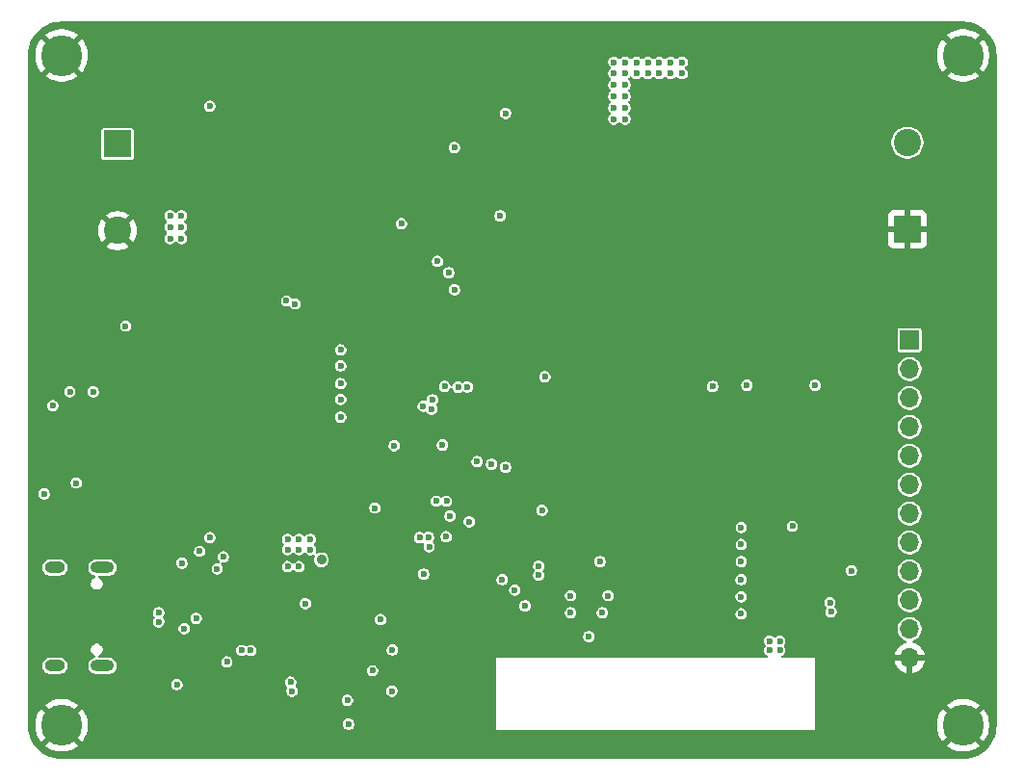
<source format=gbr>
G04 #@! TF.GenerationSoftware,KiCad,Pcbnew,9.0.3*
G04 #@! TF.CreationDate,2025-08-19T12:31:52-07:00*
G04 #@! TF.ProjectId,battery_protector,62617474-6572-4795-9f70-726f74656374,rev?*
G04 #@! TF.SameCoordinates,Original*
G04 #@! TF.FileFunction,Copper,L2,Inr*
G04 #@! TF.FilePolarity,Positive*
%FSLAX46Y46*%
G04 Gerber Fmt 4.6, Leading zero omitted, Abs format (unit mm)*
G04 Created by KiCad (PCBNEW 9.0.3) date 2025-08-19 12:31:52*
%MOMM*%
%LPD*%
G01*
G04 APERTURE LIST*
G04 #@! TA.AperFunction,HeatsinkPad*
%ADD10O,2.100000X1.000000*%
G04 #@! TD*
G04 #@! TA.AperFunction,HeatsinkPad*
%ADD11O,1.800000X1.000000*%
G04 #@! TD*
G04 #@! TA.AperFunction,ComponentPad*
%ADD12R,1.700000X1.700000*%
G04 #@! TD*
G04 #@! TA.AperFunction,ComponentPad*
%ADD13O,1.700000X1.700000*%
G04 #@! TD*
G04 #@! TA.AperFunction,ComponentPad*
%ADD14C,3.600000*%
G04 #@! TD*
G04 #@! TA.AperFunction,ComponentPad*
%ADD15R,2.400000X2.400000*%
G04 #@! TD*
G04 #@! TA.AperFunction,ComponentPad*
%ADD16C,2.400000*%
G04 #@! TD*
G04 #@! TA.AperFunction,ViaPad*
%ADD17C,0.600000*%
G04 #@! TD*
G04 #@! TA.AperFunction,ViaPad*
%ADD18C,0.900000*%
G04 #@! TD*
G04 APERTURE END LIST*
D10*
X84556000Y-110930000D03*
D11*
X80376000Y-110930000D03*
D10*
X84556000Y-119570000D03*
D11*
X80376000Y-119570000D03*
D12*
X155500000Y-90940000D03*
D13*
X155500000Y-93480000D03*
X155500000Y-96020000D03*
X155500000Y-98560000D03*
X155500000Y-101100000D03*
X155500000Y-103640000D03*
X155500000Y-106180000D03*
X155500000Y-108720000D03*
X155500000Y-111260000D03*
X155500000Y-113800000D03*
X155500000Y-116340000D03*
X155500000Y-118880000D03*
D14*
X80963923Y-65907119D03*
X160200000Y-65907119D03*
X80963923Y-124800000D03*
X160200000Y-124800000D03*
D15*
X85887500Y-73690000D03*
D16*
X85887500Y-81310000D03*
D15*
X155310000Y-81190000D03*
D16*
X155310000Y-73570000D03*
D17*
X101500000Y-87750000D03*
X115827000Y-95070001D03*
X100739942Y-87489942D03*
X116627003Y-95062002D03*
X103000000Y-80000000D03*
X148000000Y-79500000D03*
X145100000Y-88800000D03*
X133500000Y-83000000D03*
X135500000Y-85000000D03*
X138500000Y-84000000D03*
X111840000Y-110730000D03*
X117750000Y-92500000D03*
X131650000Y-110600000D03*
X86500000Y-99000000D03*
X113243569Y-106777310D03*
X104000000Y-84000000D03*
X106900000Y-89100000D03*
X104200000Y-91000000D03*
X136500000Y-84000000D03*
X137500000Y-85000000D03*
X146900000Y-113800000D03*
X111800000Y-123500000D03*
X102100000Y-112800000D03*
X87500000Y-98000000D03*
X89100000Y-116600000D03*
X91700000Y-109500000D03*
X102000000Y-80000000D03*
X113400000Y-97800000D03*
X149000000Y-80500000D03*
X133500000Y-85000000D03*
X82951000Y-108970000D03*
X81900000Y-108100000D03*
X87500000Y-96000000D03*
X103000000Y-84000000D03*
X106000000Y-90700000D03*
X111800000Y-118200000D03*
X94525000Y-115805000D03*
X132200000Y-112250000D03*
X117750000Y-93500000D03*
X133500000Y-84000000D03*
X106000000Y-80000000D03*
X132750000Y-111700000D03*
X87500000Y-100000000D03*
X103000000Y-112700000D03*
X144000000Y-83500000D03*
X145000000Y-83500000D03*
X132750000Y-110600000D03*
X114500000Y-98750000D03*
X116500000Y-98750000D03*
X83900000Y-108100000D03*
X113500000Y-98750000D03*
X104900000Y-89100000D03*
X87500000Y-94000000D03*
X139100000Y-88800000D03*
X117750000Y-91500000D03*
X109750000Y-92250000D03*
X96100000Y-111400000D03*
X140700000Y-106300000D03*
X136500000Y-85000000D03*
X148000000Y-80500000D03*
X148000000Y-116300000D03*
X138500000Y-85000000D03*
X102000000Y-82000000D03*
X143000000Y-84500000D03*
X131100000Y-111150000D03*
X117750000Y-90500000D03*
X87500000Y-97000000D03*
X144000000Y-84500000D03*
X117750000Y-89500000D03*
D18*
X113343998Y-89441933D03*
D17*
X96900000Y-112400000D03*
X131650000Y-111700000D03*
X105100000Y-118200000D03*
X86500000Y-97000000D03*
X133500000Y-79000000D03*
X91600000Y-118800000D03*
X97700000Y-111100000D03*
X106000000Y-89900000D03*
X133500000Y-80000000D03*
X104000000Y-80000000D03*
X112410000Y-106860000D03*
X103300000Y-90000000D03*
X102000000Y-83000000D03*
X148000000Y-81500000D03*
X143100000Y-105500000D03*
X133300000Y-111150000D03*
X134500000Y-80000000D03*
X133500000Y-81000000D03*
X101100000Y-112800000D03*
X131650000Y-112800000D03*
X148000000Y-117100000D03*
X106000000Y-82000000D03*
X133500000Y-82000000D03*
X146000000Y-83500000D03*
X95670000Y-115750000D03*
X143000000Y-83500000D03*
X149000000Y-82500000D03*
X104300000Y-122200000D03*
X111800000Y-106100000D03*
X148100000Y-88800000D03*
X109750000Y-91250000D03*
X132750000Y-112800000D03*
X148000000Y-82500000D03*
X117750000Y-94500000D03*
X82900000Y-108100000D03*
X146000000Y-84500000D03*
D18*
X116787501Y-89607498D03*
D17*
X105000000Y-84000000D03*
D18*
X116853002Y-92667003D03*
D17*
X115500000Y-98750000D03*
X134500000Y-81000000D03*
X86151000Y-118470000D03*
X106000000Y-83000000D03*
X148000000Y-83500000D03*
X94800000Y-113700000D03*
X135500000Y-84000000D03*
X96100000Y-112200000D03*
X86151000Y-112070000D03*
X137500000Y-84000000D03*
X147000000Y-83500000D03*
X149000000Y-83500000D03*
X86500000Y-98000000D03*
X140700000Y-105500000D03*
X149000000Y-79500000D03*
X86500000Y-100000000D03*
X149000000Y-84500000D03*
X109750000Y-90250000D03*
X79600000Y-105500000D03*
X134500000Y-79000000D03*
X131100000Y-112250000D03*
X90900000Y-115400000D03*
X97600000Y-122100000D03*
X130700000Y-102900000D03*
X149000000Y-81500000D03*
X106000000Y-89100000D03*
X142100000Y-88800000D03*
X102000000Y-81000000D03*
X102000000Y-84000000D03*
X148000000Y-117900000D03*
X87500000Y-99000000D03*
X134500000Y-85000000D03*
X148000000Y-115500000D03*
X147000000Y-84500000D03*
X134500000Y-84000000D03*
X105000000Y-80000000D03*
X132200000Y-111150000D03*
X114830000Y-110330000D03*
X88261000Y-119600000D03*
D18*
X103807750Y-111745250D03*
D17*
X145000000Y-84500000D03*
X87500000Y-95000000D03*
X148000000Y-84500000D03*
X143100000Y-106300000D03*
X134500000Y-82000000D03*
X89100000Y-114100000D03*
X133300000Y-112250000D03*
X103300000Y-91000000D03*
X106000000Y-81000000D03*
X134500000Y-83000000D03*
X121700000Y-102500000D03*
X128300000Y-110400000D03*
X102400000Y-114100000D03*
X141200000Y-94900000D03*
X94000000Y-108300000D03*
X86600000Y-89700000D03*
X94642014Y-111049750D03*
X82250000Y-103500000D03*
X93100000Y-109500000D03*
X117500000Y-101600000D03*
X91549750Y-110549750D03*
X91750034Y-116299411D03*
X95191898Y-109991898D03*
X123450000Y-94150000D03*
X118750000Y-101850000D03*
X101832750Y-108450250D03*
X113570915Y-96179085D03*
X114800000Y-105100000D03*
X144100000Y-117400000D03*
X143200000Y-118200000D03*
X102832750Y-108450250D03*
X92800000Y-115400000D03*
D18*
X103807750Y-110245250D03*
D17*
X144100000Y-118200000D03*
X102832750Y-109350250D03*
X100832750Y-108450250D03*
X145200000Y-107300000D03*
X100832750Y-109350250D03*
X113500000Y-97000000D03*
X114760000Y-108225000D03*
X95500000Y-119230000D03*
X100832750Y-110850250D03*
X143200000Y-117400000D03*
X113280000Y-109090000D03*
X116800000Y-106900000D03*
X115100000Y-106400000D03*
X91100000Y-121230000D03*
X114650001Y-95000000D03*
X112750000Y-96750000D03*
X101832750Y-110850250D03*
X112430000Y-108290000D03*
X101832750Y-109350250D03*
X113900000Y-105100000D03*
X147200000Y-94900000D03*
X90500000Y-82000000D03*
X90500000Y-81000000D03*
X90500000Y-80000000D03*
X91500000Y-80000000D03*
X138200000Y-95000000D03*
X91500000Y-82000000D03*
X91500000Y-81000000D03*
X120000000Y-102100000D03*
X130500000Y-71500000D03*
X135500000Y-66500000D03*
X133500000Y-67500000D03*
X132500000Y-66500000D03*
X134500000Y-66500000D03*
X129500000Y-69500000D03*
X130500000Y-70500000D03*
X134500000Y-67500000D03*
X130500000Y-68500000D03*
X133500000Y-66500000D03*
X130500000Y-69500000D03*
X130500000Y-67500000D03*
X129500000Y-66500000D03*
X129500000Y-70500000D03*
X131500000Y-67500000D03*
X131500000Y-66500000D03*
X129500000Y-67500000D03*
X130500000Y-66500000D03*
X129500000Y-71500000D03*
X132500000Y-67500000D03*
X129500000Y-68500000D03*
X135500000Y-67500000D03*
X89514479Y-114900000D03*
X96800000Y-118220000D03*
X97600000Y-118220000D03*
X89514479Y-115700000D03*
X150400000Y-111200000D03*
X140695000Y-113500000D03*
X105500000Y-93200000D03*
X140700000Y-110400000D03*
X105500000Y-97700000D03*
X129000000Y-113400000D03*
X125700000Y-113400000D03*
X110200000Y-100200000D03*
X140695000Y-115000000D03*
X101100000Y-121000000D03*
X148500000Y-114000000D03*
X119700000Y-112000000D03*
X140695000Y-112000000D03*
X105500000Y-94750000D03*
X140700000Y-108900000D03*
X105500000Y-96150000D03*
X125700000Y-114900000D03*
X128500000Y-114900000D03*
X108300000Y-120000000D03*
X109000000Y-115500000D03*
X112800000Y-111500000D03*
X113229678Y-108267207D03*
X121700000Y-114300000D03*
X120800000Y-112900000D03*
X101213137Y-121791962D03*
X148600000Y-114800000D03*
X108500000Y-105700000D03*
X140700000Y-107400000D03*
X105500000Y-91800000D03*
X115500000Y-86500000D03*
X119500000Y-80000000D03*
X115000000Y-85000000D03*
X120000000Y-71000000D03*
X115500000Y-74000000D03*
X114000000Y-84000000D03*
X83750000Y-95474738D03*
X81700000Y-95474738D03*
X80200000Y-96700000D03*
X79450000Y-104450000D03*
X114450000Y-100150000D03*
X123200000Y-105900000D03*
X127300000Y-117000000D03*
X106100000Y-122600000D03*
X106200000Y-124700000D03*
X110840000Y-80700000D03*
X94000000Y-70375000D03*
X110000000Y-121800000D03*
X110049998Y-118173695D03*
X122900000Y-110800000D03*
X122900000Y-111600000D03*
G04 #@! TA.AperFunction,Conductor*
G36*
X160203472Y-62938195D02*
G01*
X160523297Y-62956156D01*
X160537094Y-62957710D01*
X160849457Y-63010783D01*
X160863014Y-63013877D01*
X161167469Y-63101589D01*
X161180593Y-63106182D01*
X161473304Y-63227426D01*
X161485826Y-63233455D01*
X161656466Y-63327765D01*
X161763139Y-63386721D01*
X161774900Y-63394111D01*
X162033314Y-63577466D01*
X162044174Y-63586127D01*
X162280418Y-63797249D01*
X162290250Y-63807081D01*
X162501372Y-64043325D01*
X162510035Y-64054187D01*
X162693385Y-64312594D01*
X162700778Y-64324360D01*
X162854040Y-64601666D01*
X162860073Y-64614195D01*
X162981317Y-64906906D01*
X162985910Y-64920030D01*
X163073622Y-65224485D01*
X163076716Y-65238042D01*
X163129787Y-65550394D01*
X163131344Y-65564212D01*
X163149305Y-65884027D01*
X163149500Y-65890980D01*
X163149500Y-124809019D01*
X163149305Y-124815972D01*
X163131344Y-125135787D01*
X163129787Y-125149605D01*
X163076716Y-125461957D01*
X163073622Y-125475514D01*
X162985910Y-125779969D01*
X162981317Y-125793093D01*
X162860073Y-126085804D01*
X162854040Y-126098333D01*
X162700778Y-126375639D01*
X162693380Y-126387413D01*
X162510043Y-126645802D01*
X162501372Y-126656674D01*
X162290250Y-126892918D01*
X162280418Y-126902750D01*
X162044174Y-127113872D01*
X162033302Y-127122543D01*
X161774913Y-127305880D01*
X161763139Y-127313278D01*
X161485833Y-127466540D01*
X161473304Y-127472573D01*
X161180593Y-127593817D01*
X161167469Y-127598410D01*
X160863014Y-127686122D01*
X160849457Y-127689216D01*
X160537105Y-127742287D01*
X160523287Y-127743844D01*
X160203472Y-127761805D01*
X160196519Y-127762000D01*
X80953481Y-127762000D01*
X80946528Y-127761805D01*
X80626712Y-127743844D01*
X80612894Y-127742287D01*
X80300542Y-127689216D01*
X80286985Y-127686122D01*
X79982530Y-127598410D01*
X79969406Y-127593817D01*
X79676695Y-127472573D01*
X79664166Y-127466540D01*
X79386860Y-127313278D01*
X79375094Y-127305885D01*
X79116687Y-127122535D01*
X79105825Y-127113872D01*
X78869581Y-126902750D01*
X78859749Y-126892918D01*
X78648627Y-126656674D01*
X78639964Y-126645812D01*
X78456611Y-126387400D01*
X78449221Y-126375639D01*
X78295959Y-126098333D01*
X78289926Y-126085804D01*
X78168682Y-125793093D01*
X78164089Y-125779969D01*
X78076377Y-125475514D01*
X78073283Y-125461957D01*
X78049062Y-125319404D01*
X78020210Y-125149594D01*
X78018656Y-125135797D01*
X78000695Y-124815972D01*
X78000500Y-124809019D01*
X78000500Y-124649256D01*
X78663923Y-124649256D01*
X78663923Y-124950743D01*
X78663924Y-124950759D01*
X78703276Y-125249667D01*
X78781312Y-125540901D01*
X78896688Y-125819443D01*
X78896693Y-125819454D01*
X79047435Y-126080545D01*
X79047446Y-126080561D01*
X79170038Y-126240328D01*
X79170040Y-126240328D01*
X79669670Y-125740697D01*
X79743511Y-125842330D01*
X79921593Y-126020412D01*
X80023223Y-126094251D01*
X79523593Y-126593881D01*
X79523593Y-126593882D01*
X79683361Y-126716476D01*
X79683377Y-126716487D01*
X79944468Y-126867229D01*
X79944479Y-126867234D01*
X80223021Y-126982610D01*
X80514255Y-127060646D01*
X80813163Y-127099998D01*
X80813180Y-127100000D01*
X81114666Y-127100000D01*
X81114682Y-127099998D01*
X81413590Y-127060646D01*
X81704824Y-126982610D01*
X81983366Y-126867234D01*
X81983377Y-126867229D01*
X82244468Y-126716487D01*
X82244476Y-126716481D01*
X82404251Y-126593881D01*
X81904621Y-126094251D01*
X82006253Y-126020412D01*
X82184335Y-125842330D01*
X82258174Y-125740698D01*
X82757804Y-126240328D01*
X82880404Y-126080553D01*
X82880410Y-126080545D01*
X83031152Y-125819454D01*
X83031157Y-125819443D01*
X83146533Y-125540901D01*
X83224569Y-125249667D01*
X83263921Y-124950759D01*
X83263923Y-124950743D01*
X83263923Y-124649256D01*
X83263922Y-124649244D01*
X83262990Y-124642162D01*
X83262990Y-124642160D01*
X83261930Y-124634108D01*
X105699500Y-124634108D01*
X105699500Y-124765892D01*
X105712919Y-124815972D01*
X105733608Y-124893187D01*
X105752509Y-124925923D01*
X105799500Y-125007314D01*
X105892686Y-125100500D01*
X106006814Y-125166392D01*
X106134108Y-125200500D01*
X106134110Y-125200500D01*
X106265890Y-125200500D01*
X106265892Y-125200500D01*
X106393186Y-125166392D01*
X106507314Y-125100500D01*
X106600500Y-125007314D01*
X106666392Y-124893186D01*
X106700500Y-124765892D01*
X106700500Y-124634108D01*
X106666392Y-124506814D01*
X106600500Y-124392686D01*
X106507314Y-124299500D01*
X106450250Y-124266554D01*
X106393187Y-124233608D01*
X106329539Y-124216554D01*
X106265892Y-124199500D01*
X106134108Y-124199500D01*
X106006812Y-124233608D01*
X105892686Y-124299500D01*
X105892683Y-124299502D01*
X105799502Y-124392683D01*
X105799500Y-124392686D01*
X105733608Y-124506812D01*
X105699500Y-124634108D01*
X83261930Y-124634108D01*
X83224569Y-124350332D01*
X83146533Y-124059098D01*
X83031157Y-123780556D01*
X83031152Y-123780545D01*
X82880410Y-123519454D01*
X82880399Y-123519438D01*
X82757804Y-123359670D01*
X82258173Y-123859300D01*
X82184335Y-123757670D01*
X82006253Y-123579588D01*
X81904620Y-123505747D01*
X82404251Y-123006117D01*
X82404251Y-123006115D01*
X82244484Y-122883523D01*
X82244468Y-122883512D01*
X81983377Y-122732770D01*
X81983366Y-122732765D01*
X81760719Y-122640542D01*
X81704824Y-122617389D01*
X81413590Y-122539353D01*
X81373750Y-122534108D01*
X105599500Y-122534108D01*
X105599500Y-122665891D01*
X105633608Y-122793187D01*
X105666554Y-122850250D01*
X105699500Y-122907314D01*
X105792686Y-123000500D01*
X105906814Y-123066392D01*
X106034108Y-123100500D01*
X106034110Y-123100500D01*
X106165890Y-123100500D01*
X106165892Y-123100500D01*
X106293186Y-123066392D01*
X106407314Y-123000500D01*
X106500500Y-122907314D01*
X106566392Y-122793186D01*
X106600500Y-122665892D01*
X106600500Y-122534108D01*
X106566392Y-122406814D01*
X106500500Y-122292686D01*
X106407314Y-122199500D01*
X106350250Y-122166554D01*
X106293187Y-122133608D01*
X106229539Y-122116554D01*
X106165892Y-122099500D01*
X106034108Y-122099500D01*
X105906812Y-122133608D01*
X105792686Y-122199500D01*
X105792683Y-122199502D01*
X105699502Y-122292683D01*
X105699500Y-122292686D01*
X105633608Y-122406812D01*
X105599500Y-122534108D01*
X81373750Y-122534108D01*
X81114682Y-122500001D01*
X81114666Y-122500000D01*
X80813180Y-122500000D01*
X80813163Y-122500001D01*
X80514255Y-122539353D01*
X80223021Y-122617389D01*
X79944479Y-122732765D01*
X79944468Y-122732770D01*
X79683365Y-122883520D01*
X79523593Y-123006116D01*
X79523593Y-123006117D01*
X80023224Y-123505748D01*
X79921593Y-123579588D01*
X79743511Y-123757670D01*
X79669671Y-123859301D01*
X79170040Y-123359670D01*
X79170039Y-123359670D01*
X79047443Y-123519442D01*
X78896693Y-123780545D01*
X78896688Y-123780556D01*
X78781312Y-124059098D01*
X78703276Y-124350332D01*
X78663924Y-124649240D01*
X78663923Y-124649256D01*
X78000500Y-124649256D01*
X78000500Y-121164108D01*
X90599500Y-121164108D01*
X90599500Y-121295892D01*
X90602561Y-121307316D01*
X90633608Y-121423187D01*
X90642508Y-121438602D01*
X90699500Y-121537314D01*
X90792686Y-121630500D01*
X90906814Y-121696392D01*
X91034108Y-121730500D01*
X91034110Y-121730500D01*
X91165890Y-121730500D01*
X91165892Y-121730500D01*
X91293186Y-121696392D01*
X91407314Y-121630500D01*
X91500500Y-121537314D01*
X91566392Y-121423186D01*
X91600500Y-121295892D01*
X91600500Y-121164108D01*
X91566392Y-121036814D01*
X91566390Y-121036810D01*
X91538200Y-120987983D01*
X91538199Y-120987982D01*
X91530891Y-120975325D01*
X91507094Y-120934108D01*
X100599500Y-120934108D01*
X100599500Y-121065891D01*
X100633608Y-121193187D01*
X100666554Y-121250250D01*
X100699500Y-121307314D01*
X100699502Y-121307316D01*
X100768854Y-121376668D01*
X100802339Y-121437991D01*
X100797355Y-121507683D01*
X100788560Y-121526349D01*
X100746746Y-121598772D01*
X100746746Y-121598773D01*
X100746746Y-121598774D01*
X100746745Y-121598776D01*
X100712637Y-121726070D01*
X100712637Y-121857854D01*
X100714791Y-121865892D01*
X100746745Y-121985149D01*
X100751386Y-121993187D01*
X100812637Y-122099276D01*
X100905823Y-122192462D01*
X101019951Y-122258354D01*
X101147245Y-122292462D01*
X101147247Y-122292462D01*
X101279027Y-122292462D01*
X101279029Y-122292462D01*
X101406323Y-122258354D01*
X101520451Y-122192462D01*
X101613637Y-122099276D01*
X101679529Y-121985148D01*
X101713637Y-121857854D01*
X101713637Y-121734108D01*
X109499500Y-121734108D01*
X109499500Y-121865891D01*
X109533608Y-121993187D01*
X109566554Y-122050250D01*
X109599500Y-122107314D01*
X109692686Y-122200500D01*
X109806814Y-122266392D01*
X109934108Y-122300500D01*
X109934110Y-122300500D01*
X110065890Y-122300500D01*
X110065892Y-122300500D01*
X110193186Y-122266392D01*
X110307314Y-122200500D01*
X110400500Y-122107314D01*
X110466392Y-121993186D01*
X110500500Y-121865892D01*
X110500500Y-121734108D01*
X110466392Y-121606814D01*
X110400500Y-121492686D01*
X110307314Y-121399500D01*
X110227396Y-121353359D01*
X110193187Y-121333608D01*
X110129539Y-121316554D01*
X110065892Y-121299500D01*
X109934108Y-121299500D01*
X109806812Y-121333608D01*
X109692686Y-121399500D01*
X109692683Y-121399502D01*
X109599502Y-121492683D01*
X109599500Y-121492686D01*
X109533608Y-121606812D01*
X109499500Y-121734108D01*
X101713637Y-121734108D01*
X101713637Y-121726070D01*
X101679529Y-121598776D01*
X101613637Y-121484648D01*
X101544282Y-121415293D01*
X101510797Y-121353970D01*
X101515781Y-121284278D01*
X101524577Y-121265611D01*
X101566389Y-121193191D01*
X101566388Y-121193191D01*
X101566392Y-121193186D01*
X101600500Y-121065892D01*
X101600500Y-120934108D01*
X101566392Y-120806814D01*
X101500500Y-120692686D01*
X101407314Y-120599500D01*
X101350250Y-120566554D01*
X101293187Y-120533608D01*
X101229539Y-120516554D01*
X101165892Y-120499500D01*
X101034108Y-120499500D01*
X100906812Y-120533608D01*
X100792686Y-120599500D01*
X100792683Y-120599502D01*
X100699502Y-120692683D01*
X100699500Y-120692686D01*
X100633608Y-120806812D01*
X100599500Y-120934108D01*
X91507094Y-120934108D01*
X91500500Y-120922686D01*
X91407314Y-120829500D01*
X91350250Y-120796554D01*
X91293187Y-120763608D01*
X91229539Y-120746554D01*
X91165892Y-120729500D01*
X91034108Y-120729500D01*
X90906812Y-120763608D01*
X90792686Y-120829500D01*
X90792683Y-120829502D01*
X90699502Y-120922683D01*
X90699500Y-120922686D01*
X90633608Y-121036812D01*
X90599500Y-121164108D01*
X78000500Y-121164108D01*
X78000500Y-119638995D01*
X79275499Y-119638995D01*
X79302418Y-119774322D01*
X79302421Y-119774332D01*
X79355221Y-119901804D01*
X79355228Y-119901817D01*
X79431885Y-120016541D01*
X79431888Y-120016545D01*
X79529454Y-120114111D01*
X79529458Y-120114114D01*
X79644182Y-120190771D01*
X79644195Y-120190778D01*
X79683917Y-120207231D01*
X79771672Y-120243580D01*
X79771676Y-120243580D01*
X79771677Y-120243581D01*
X79907004Y-120270500D01*
X79907007Y-120270500D01*
X80844995Y-120270500D01*
X80936041Y-120252389D01*
X80980328Y-120243580D01*
X81101988Y-120193187D01*
X81107804Y-120190778D01*
X81107804Y-120190777D01*
X81107811Y-120190775D01*
X81222542Y-120114114D01*
X81320114Y-120016542D01*
X81396775Y-119901811D01*
X81449580Y-119774328D01*
X81476500Y-119638995D01*
X83305499Y-119638995D01*
X83332418Y-119774322D01*
X83332421Y-119774332D01*
X83385221Y-119901804D01*
X83385228Y-119901817D01*
X83461885Y-120016541D01*
X83461888Y-120016545D01*
X83559454Y-120114111D01*
X83559458Y-120114114D01*
X83674182Y-120190771D01*
X83674195Y-120190778D01*
X83713917Y-120207231D01*
X83801672Y-120243580D01*
X83801676Y-120243580D01*
X83801677Y-120243581D01*
X83937004Y-120270500D01*
X83937007Y-120270500D01*
X85174995Y-120270500D01*
X85266041Y-120252389D01*
X85310328Y-120243580D01*
X85431988Y-120193187D01*
X85437804Y-120190778D01*
X85437804Y-120190777D01*
X85437811Y-120190775D01*
X85552542Y-120114114D01*
X85650114Y-120016542D01*
X85705195Y-119934108D01*
X107799500Y-119934108D01*
X107799500Y-120065891D01*
X107833608Y-120193187D01*
X107862702Y-120243578D01*
X107899500Y-120307314D01*
X107992686Y-120400500D01*
X108106814Y-120466392D01*
X108234108Y-120500500D01*
X108234110Y-120500500D01*
X108365890Y-120500500D01*
X108365892Y-120500500D01*
X108493186Y-120466392D01*
X108607314Y-120400500D01*
X108700500Y-120307314D01*
X108766392Y-120193186D01*
X108800500Y-120065892D01*
X108800500Y-119934108D01*
X108766392Y-119806814D01*
X108700500Y-119692686D01*
X108607314Y-119599500D01*
X108550250Y-119566554D01*
X108493187Y-119533608D01*
X108429539Y-119516554D01*
X108365892Y-119499500D01*
X108234108Y-119499500D01*
X108106812Y-119533608D01*
X107992686Y-119599500D01*
X107992683Y-119599502D01*
X107899502Y-119692683D01*
X107899500Y-119692686D01*
X107833608Y-119806812D01*
X107799500Y-119934108D01*
X85705195Y-119934108D01*
X85726775Y-119901811D01*
X85779580Y-119774328D01*
X85806500Y-119638993D01*
X85806500Y-119501007D01*
X85806500Y-119501004D01*
X85779581Y-119365677D01*
X85779580Y-119365676D01*
X85779580Y-119365672D01*
X85771401Y-119345925D01*
X85726778Y-119238195D01*
X85726773Y-119238186D01*
X85717878Y-119224874D01*
X85717877Y-119224872D01*
X85677276Y-119164108D01*
X94999500Y-119164108D01*
X94999500Y-119295891D01*
X95033608Y-119423187D01*
X95066554Y-119480250D01*
X95099500Y-119537314D01*
X95192686Y-119630500D01*
X95306814Y-119696392D01*
X95434108Y-119730500D01*
X95434110Y-119730500D01*
X95565890Y-119730500D01*
X95565892Y-119730500D01*
X95693186Y-119696392D01*
X95807314Y-119630500D01*
X95900500Y-119537314D01*
X95966392Y-119423186D01*
X96000500Y-119295892D01*
X96000500Y-119164108D01*
X95966392Y-119036814D01*
X95900500Y-118922686D01*
X95877814Y-118900000D01*
X119160000Y-118900000D01*
X119160000Y-125200000D01*
X147160000Y-125200000D01*
X147160000Y-124649256D01*
X157900000Y-124649256D01*
X157900000Y-124950743D01*
X157900001Y-124950759D01*
X157939353Y-125249667D01*
X158017389Y-125540901D01*
X158132765Y-125819443D01*
X158132770Y-125819454D01*
X158283512Y-126080545D01*
X158283523Y-126080561D01*
X158406115Y-126240328D01*
X158406117Y-126240328D01*
X158905747Y-125740697D01*
X158979588Y-125842330D01*
X159157670Y-126020412D01*
X159259300Y-126094251D01*
X158759670Y-126593881D01*
X158759670Y-126593882D01*
X158919438Y-126716476D01*
X158919454Y-126716487D01*
X159180545Y-126867229D01*
X159180556Y-126867234D01*
X159459098Y-126982610D01*
X159750332Y-127060646D01*
X160049240Y-127099998D01*
X160049257Y-127100000D01*
X160350743Y-127100000D01*
X160350759Y-127099998D01*
X160649667Y-127060646D01*
X160940901Y-126982610D01*
X161219443Y-126867234D01*
X161219454Y-126867229D01*
X161480545Y-126716487D01*
X161480553Y-126716481D01*
X161640328Y-126593881D01*
X161140698Y-126094251D01*
X161242330Y-126020412D01*
X161420412Y-125842330D01*
X161494251Y-125740698D01*
X161993881Y-126240328D01*
X162116481Y-126080553D01*
X162116487Y-126080545D01*
X162267229Y-125819454D01*
X162267234Y-125819443D01*
X162382610Y-125540901D01*
X162460646Y-125249667D01*
X162499998Y-124950759D01*
X162500000Y-124950743D01*
X162500000Y-124649256D01*
X162499998Y-124649240D01*
X162460646Y-124350332D01*
X162382610Y-124059098D01*
X162267234Y-123780556D01*
X162267229Y-123780545D01*
X162116487Y-123519454D01*
X162116476Y-123519438D01*
X161993881Y-123359670D01*
X161494250Y-123859300D01*
X161420412Y-123757670D01*
X161242330Y-123579588D01*
X161140697Y-123505747D01*
X161640328Y-123006117D01*
X161640328Y-123006115D01*
X161480561Y-122883523D01*
X161480545Y-122883512D01*
X161219454Y-122732770D01*
X161219443Y-122732765D01*
X160940901Y-122617389D01*
X160649667Y-122539353D01*
X160350759Y-122500001D01*
X160350743Y-122500000D01*
X160049257Y-122500000D01*
X160049240Y-122500001D01*
X159750332Y-122539353D01*
X159459098Y-122617389D01*
X159180556Y-122732765D01*
X159180545Y-122732770D01*
X158919442Y-122883520D01*
X158759670Y-123006116D01*
X158759670Y-123006117D01*
X159259301Y-123505748D01*
X159157670Y-123579588D01*
X158979588Y-123757670D01*
X158905748Y-123859301D01*
X158406117Y-123359670D01*
X158406116Y-123359670D01*
X158283520Y-123519442D01*
X158132770Y-123780545D01*
X158132765Y-123780556D01*
X158017389Y-124059098D01*
X157939353Y-124350332D01*
X157900001Y-124649240D01*
X157900000Y-124649256D01*
X147160000Y-124649256D01*
X147160000Y-118900000D01*
X144351340Y-118900000D01*
X144318613Y-118890390D01*
X144285658Y-118881176D01*
X144285101Y-118880549D01*
X144284301Y-118880315D01*
X144261964Y-118854536D01*
X144239223Y-118828969D01*
X144239093Y-118828142D01*
X144238546Y-118827511D01*
X144233682Y-118793685D01*
X144228384Y-118759945D01*
X144228721Y-118759180D01*
X144228602Y-118758353D01*
X144242795Y-118727272D01*
X144256582Y-118696019D01*
X144257370Y-118695359D01*
X144257627Y-118694797D01*
X144282954Y-118672562D01*
X144291673Y-118666797D01*
X144293186Y-118666392D01*
X144356219Y-118630000D01*
X154172769Y-118630000D01*
X155066988Y-118630000D01*
X155034075Y-118687007D01*
X155000000Y-118814174D01*
X155000000Y-118945826D01*
X155034075Y-119072993D01*
X155066988Y-119130000D01*
X154172769Y-119130000D01*
X154183242Y-119196126D01*
X154183242Y-119196129D01*
X154248904Y-119398217D01*
X154345379Y-119587557D01*
X154470272Y-119759459D01*
X154470276Y-119759464D01*
X154620535Y-119909723D01*
X154620540Y-119909727D01*
X154792442Y-120034620D01*
X154981782Y-120131095D01*
X155183871Y-120196757D01*
X155250000Y-120207231D01*
X155250000Y-119313012D01*
X155307007Y-119345925D01*
X155434174Y-119380000D01*
X155565826Y-119380000D01*
X155692993Y-119345925D01*
X155750000Y-119313012D01*
X155750000Y-120207230D01*
X155816126Y-120196757D01*
X155816129Y-120196757D01*
X156018217Y-120131095D01*
X156207557Y-120034620D01*
X156379459Y-119909727D01*
X156379464Y-119909723D01*
X156529723Y-119759464D01*
X156529727Y-119759459D01*
X156654620Y-119587557D01*
X156751095Y-119398217D01*
X156816757Y-119196129D01*
X156816757Y-119196126D01*
X156827231Y-119130000D01*
X155933012Y-119130000D01*
X155965925Y-119072993D01*
X156000000Y-118945826D01*
X156000000Y-118814174D01*
X155965925Y-118687007D01*
X155933012Y-118630000D01*
X156827231Y-118630000D01*
X156816757Y-118563873D01*
X156816757Y-118563870D01*
X156751095Y-118361782D01*
X156654620Y-118172442D01*
X156529727Y-118000540D01*
X156529723Y-118000535D01*
X156379464Y-117850276D01*
X156379459Y-117850272D01*
X156207557Y-117725379D01*
X156018216Y-117628904D01*
X155842026Y-117571656D01*
X155784350Y-117532218D01*
X155757152Y-117467860D01*
X155769067Y-117399013D01*
X155816311Y-117347538D01*
X155832882Y-117339168D01*
X155997598Y-117270941D01*
X156169655Y-117155977D01*
X156315977Y-117009655D01*
X156430941Y-116837598D01*
X156510130Y-116646420D01*
X156550500Y-116443465D01*
X156550500Y-116236535D01*
X156510130Y-116033580D01*
X156430941Y-115842402D01*
X156315977Y-115670345D01*
X156315975Y-115670342D01*
X156169657Y-115524024D01*
X156082652Y-115465890D01*
X155997598Y-115409059D01*
X155976932Y-115400499D01*
X155806420Y-115329870D01*
X155806412Y-115329868D01*
X155603469Y-115289500D01*
X155603465Y-115289500D01*
X155396535Y-115289500D01*
X155396530Y-115289500D01*
X155193587Y-115329868D01*
X155193579Y-115329870D01*
X155002403Y-115409058D01*
X154830342Y-115524024D01*
X154684024Y-115670342D01*
X154569058Y-115842403D01*
X154489870Y-116033579D01*
X154489868Y-116033587D01*
X154449500Y-116236530D01*
X154449500Y-116443469D01*
X154489868Y-116646412D01*
X154489870Y-116646420D01*
X154569058Y-116837596D01*
X154684024Y-117009657D01*
X154830342Y-117155975D01*
X155002405Y-117270943D01*
X155090218Y-117307316D01*
X155167108Y-117339164D01*
X155221511Y-117383005D01*
X155243576Y-117449299D01*
X155226297Y-117516998D01*
X155175160Y-117564609D01*
X155157974Y-117571656D01*
X154981781Y-117628905D01*
X154792442Y-117725379D01*
X154620540Y-117850272D01*
X154620535Y-117850276D01*
X154470276Y-118000535D01*
X154470272Y-118000540D01*
X154345379Y-118172442D01*
X154248904Y-118361782D01*
X154183242Y-118563870D01*
X154183242Y-118563873D01*
X154172769Y-118630000D01*
X144356219Y-118630000D01*
X144407314Y-118600500D01*
X144500500Y-118507314D01*
X144566392Y-118393186D01*
X144600500Y-118265892D01*
X144600500Y-118134108D01*
X144566392Y-118006814D01*
X144500500Y-117892686D01*
X144495495Y-117887681D01*
X144462010Y-117826358D01*
X144466994Y-117756666D01*
X144495495Y-117712319D01*
X144500500Y-117707314D01*
X144566392Y-117593186D01*
X144600500Y-117465892D01*
X144600500Y-117334108D01*
X144566392Y-117206814D01*
X144500500Y-117092686D01*
X144407314Y-116999500D01*
X144350250Y-116966554D01*
X144293187Y-116933608D01*
X144229539Y-116916554D01*
X144165892Y-116899500D01*
X144034108Y-116899500D01*
X143906812Y-116933608D01*
X143792686Y-116999500D01*
X143792683Y-116999502D01*
X143737681Y-117054505D01*
X143676358Y-117087990D01*
X143606666Y-117083006D01*
X143562319Y-117054505D01*
X143507316Y-116999502D01*
X143507314Y-116999500D01*
X143450250Y-116966554D01*
X143393187Y-116933608D01*
X143329539Y-116916554D01*
X143265892Y-116899500D01*
X143134108Y-116899500D01*
X143006812Y-116933608D01*
X142892686Y-116999500D01*
X142892683Y-116999502D01*
X142799502Y-117092683D01*
X142799500Y-117092686D01*
X142733608Y-117206812D01*
X142716425Y-117270941D01*
X142699500Y-117334108D01*
X142699500Y-117465892D01*
X142708773Y-117500499D01*
X142733608Y-117593187D01*
X142754230Y-117628904D01*
X142799500Y-117707314D01*
X142799502Y-117707316D01*
X142804505Y-117712319D01*
X142837990Y-117773642D01*
X142833006Y-117843334D01*
X142804505Y-117887681D01*
X142799502Y-117892683D01*
X142799500Y-117892686D01*
X142733608Y-118006812D01*
X142716458Y-118070819D01*
X142699500Y-118134108D01*
X142699500Y-118265892D01*
X142704859Y-118285891D01*
X142733608Y-118393187D01*
X142766554Y-118450250D01*
X142799500Y-118507314D01*
X142892686Y-118600500D01*
X142892687Y-118600501D01*
X142892689Y-118600502D01*
X143010660Y-118668613D01*
X143058876Y-118719180D01*
X143072098Y-118787787D01*
X143046130Y-118852652D01*
X142989216Y-118893180D01*
X142948660Y-118900000D01*
X119160000Y-118900000D01*
X95877814Y-118900000D01*
X95807314Y-118829500D01*
X95750250Y-118796554D01*
X95693187Y-118763608D01*
X95599350Y-118738465D01*
X95565892Y-118729500D01*
X95434108Y-118729500D01*
X95306812Y-118763608D01*
X95192686Y-118829500D01*
X95192683Y-118829502D01*
X95099502Y-118922683D01*
X95099500Y-118922686D01*
X95033608Y-119036812D01*
X94999500Y-119164108D01*
X85677276Y-119164108D01*
X85650114Y-119123458D01*
X85650111Y-119123454D01*
X85552545Y-119025888D01*
X85552541Y-119025885D01*
X85437817Y-118949228D01*
X85437804Y-118949221D01*
X85310332Y-118896421D01*
X85310322Y-118896418D01*
X85174995Y-118869500D01*
X85174993Y-118869500D01*
X84303268Y-118869500D01*
X84236229Y-118849815D01*
X84190474Y-118797011D01*
X84180530Y-118727853D01*
X84209555Y-118664297D01*
X84251831Y-118633812D01*
X84251797Y-118633752D01*
X84252391Y-118633408D01*
X84255818Y-118630938D01*
X84258829Y-118629689D01*
X84258836Y-118629688D01*
X84378665Y-118560505D01*
X84476505Y-118462665D01*
X84545688Y-118342836D01*
X84581500Y-118209183D01*
X84581500Y-118154108D01*
X96299500Y-118154108D01*
X96299500Y-118285892D01*
X96316554Y-118349539D01*
X96333608Y-118413187D01*
X96362172Y-118462661D01*
X96399500Y-118527314D01*
X96492686Y-118620500D01*
X96606814Y-118686392D01*
X96734108Y-118720500D01*
X96734110Y-118720500D01*
X96865890Y-118720500D01*
X96865892Y-118720500D01*
X96993186Y-118686392D01*
X97107314Y-118620500D01*
X97112319Y-118615495D01*
X97173642Y-118582010D01*
X97243334Y-118586994D01*
X97287681Y-118615495D01*
X97292686Y-118620500D01*
X97406814Y-118686392D01*
X97534108Y-118720500D01*
X97534110Y-118720500D01*
X97665890Y-118720500D01*
X97665892Y-118720500D01*
X97793186Y-118686392D01*
X97907314Y-118620500D01*
X98000500Y-118527314D01*
X98066392Y-118413186D01*
X98100500Y-118285892D01*
X98100500Y-118154108D01*
X98088093Y-118107803D01*
X109549498Y-118107803D01*
X109549498Y-118239586D01*
X109583606Y-118366882D01*
X109615185Y-118421577D01*
X109649498Y-118481009D01*
X109742684Y-118574195D01*
X109856812Y-118640087D01*
X109984106Y-118674195D01*
X109984108Y-118674195D01*
X110115888Y-118674195D01*
X110115890Y-118674195D01*
X110243184Y-118640087D01*
X110357312Y-118574195D01*
X110450498Y-118481009D01*
X110516390Y-118366881D01*
X110550498Y-118239587D01*
X110550498Y-118107803D01*
X110516390Y-117980509D01*
X110450498Y-117866381D01*
X110357312Y-117773195D01*
X110300248Y-117740249D01*
X110243185Y-117707303D01*
X110179537Y-117690249D01*
X110115890Y-117673195D01*
X109984106Y-117673195D01*
X109856810Y-117707303D01*
X109742684Y-117773195D01*
X109742681Y-117773197D01*
X109649500Y-117866378D01*
X109649498Y-117866381D01*
X109583606Y-117980507D01*
X109549498Y-118107803D01*
X98088093Y-118107803D01*
X98066392Y-118026814D01*
X98000500Y-117912686D01*
X97907314Y-117819500D01*
X97827112Y-117773195D01*
X97793187Y-117753608D01*
X97729539Y-117736554D01*
X97665892Y-117719500D01*
X97534108Y-117719500D01*
X97406812Y-117753608D01*
X97292686Y-117819500D01*
X97292683Y-117819502D01*
X97287681Y-117824505D01*
X97226358Y-117857990D01*
X97156666Y-117853006D01*
X97112319Y-117824505D01*
X97107316Y-117819502D01*
X97107314Y-117819500D01*
X97027112Y-117773195D01*
X96993187Y-117753608D01*
X96929539Y-117736554D01*
X96865892Y-117719500D01*
X96734108Y-117719500D01*
X96606812Y-117753608D01*
X96492686Y-117819500D01*
X96492683Y-117819502D01*
X96399502Y-117912683D01*
X96399500Y-117912686D01*
X96333608Y-118026812D01*
X96321817Y-118070819D01*
X96299500Y-118154108D01*
X84581500Y-118154108D01*
X84581500Y-118070817D01*
X84545688Y-117937164D01*
X84497100Y-117853006D01*
X84476507Y-117817338D01*
X84476503Y-117817333D01*
X84378666Y-117719496D01*
X84378661Y-117719492D01*
X84258838Y-117650313D01*
X84258837Y-117650312D01*
X84258836Y-117650312D01*
X84125183Y-117614500D01*
X83986817Y-117614500D01*
X83853164Y-117650312D01*
X83853161Y-117650313D01*
X83733338Y-117719492D01*
X83733333Y-117719496D01*
X83635496Y-117817333D01*
X83635492Y-117817338D01*
X83566313Y-117937161D01*
X83566312Y-117937164D01*
X83530500Y-118070817D01*
X83530500Y-118209183D01*
X83551054Y-118285890D01*
X83566312Y-118342835D01*
X83566313Y-118342838D01*
X83635492Y-118462661D01*
X83635494Y-118462664D01*
X83635495Y-118462665D01*
X83733335Y-118560505D01*
X83733336Y-118560506D01*
X83733338Y-118560507D01*
X83757045Y-118574194D01*
X83853164Y-118629688D01*
X83888868Y-118639254D01*
X83948528Y-118675618D01*
X83979058Y-118738465D01*
X83970764Y-118807840D01*
X83926279Y-118861719D01*
X83880967Y-118880646D01*
X83801678Y-118896418D01*
X83801667Y-118896421D01*
X83674195Y-118949221D01*
X83674182Y-118949228D01*
X83559458Y-119025885D01*
X83559454Y-119025888D01*
X83461888Y-119123454D01*
X83461885Y-119123458D01*
X83385228Y-119238182D01*
X83385221Y-119238195D01*
X83332421Y-119365667D01*
X83332418Y-119365677D01*
X83305500Y-119501004D01*
X83305500Y-119501007D01*
X83305500Y-119638993D01*
X83305500Y-119638995D01*
X83305499Y-119638995D01*
X81476500Y-119638995D01*
X81476500Y-119638993D01*
X81476500Y-119501007D01*
X81476500Y-119501004D01*
X81449581Y-119365677D01*
X81449580Y-119365676D01*
X81449580Y-119365672D01*
X81441401Y-119345925D01*
X81396778Y-119238195D01*
X81396771Y-119238182D01*
X81320114Y-119123458D01*
X81320111Y-119123454D01*
X81222545Y-119025888D01*
X81222541Y-119025885D01*
X81107817Y-118949228D01*
X81107804Y-118949221D01*
X80980332Y-118896421D01*
X80980322Y-118896418D01*
X80844995Y-118869500D01*
X80844993Y-118869500D01*
X79907007Y-118869500D01*
X79907005Y-118869500D01*
X79771677Y-118896418D01*
X79771667Y-118896421D01*
X79644195Y-118949221D01*
X79644182Y-118949228D01*
X79529458Y-119025885D01*
X79529454Y-119025888D01*
X79431888Y-119123454D01*
X79431885Y-119123458D01*
X79355228Y-119238182D01*
X79355221Y-119238195D01*
X79302421Y-119365667D01*
X79302418Y-119365677D01*
X79275500Y-119501004D01*
X79275500Y-119501007D01*
X79275500Y-119638993D01*
X79275500Y-119638995D01*
X79275499Y-119638995D01*
X78000500Y-119638995D01*
X78000500Y-116934108D01*
X126799500Y-116934108D01*
X126799500Y-117065892D01*
X126816554Y-117129539D01*
X126833608Y-117193187D01*
X126841475Y-117206812D01*
X126899500Y-117307314D01*
X126992686Y-117400500D01*
X127077208Y-117449299D01*
X127105944Y-117465890D01*
X127106814Y-117466392D01*
X127234108Y-117500500D01*
X127234110Y-117500500D01*
X127365890Y-117500500D01*
X127365892Y-117500500D01*
X127493186Y-117466392D01*
X127607314Y-117400500D01*
X127700500Y-117307314D01*
X127766392Y-117193186D01*
X127800500Y-117065892D01*
X127800500Y-116934108D01*
X127766392Y-116806814D01*
X127700500Y-116692686D01*
X127607314Y-116599500D01*
X127550250Y-116566554D01*
X127493187Y-116533608D01*
X127429539Y-116516554D01*
X127365892Y-116499500D01*
X127234108Y-116499500D01*
X127106812Y-116533608D01*
X126992686Y-116599500D01*
X126992683Y-116599502D01*
X126899502Y-116692683D01*
X126899500Y-116692686D01*
X126833608Y-116806812D01*
X126808773Y-116899500D01*
X126799500Y-116934108D01*
X78000500Y-116934108D01*
X78000500Y-116233519D01*
X91249534Y-116233519D01*
X91249534Y-116365302D01*
X91283642Y-116492598D01*
X91287627Y-116499500D01*
X91349534Y-116606725D01*
X91442720Y-116699911D01*
X91556848Y-116765803D01*
X91684142Y-116799911D01*
X91684144Y-116799911D01*
X91815924Y-116799911D01*
X91815926Y-116799911D01*
X91943220Y-116765803D01*
X92057348Y-116699911D01*
X92150534Y-116606725D01*
X92216426Y-116492597D01*
X92250534Y-116365303D01*
X92250534Y-116233519D01*
X92216426Y-116106225D01*
X92150534Y-115992097D01*
X92057348Y-115898911D01*
X91959474Y-115842403D01*
X91943221Y-115833019D01*
X91847294Y-115807316D01*
X91815926Y-115798911D01*
X91684142Y-115798911D01*
X91556846Y-115833019D01*
X91442720Y-115898911D01*
X91442717Y-115898913D01*
X91349536Y-115992094D01*
X91349534Y-115992097D01*
X91283642Y-116106223D01*
X91249534Y-116233519D01*
X78000500Y-116233519D01*
X78000500Y-114834108D01*
X89013979Y-114834108D01*
X89013979Y-114965891D01*
X89048087Y-115093187D01*
X89056245Y-115107316D01*
X89113979Y-115207314D01*
X89113981Y-115207316D01*
X89118984Y-115212319D01*
X89152469Y-115273642D01*
X89147485Y-115343334D01*
X89118984Y-115387681D01*
X89113981Y-115392683D01*
X89113979Y-115392686D01*
X89048087Y-115506812D01*
X89013979Y-115634108D01*
X89013979Y-115765892D01*
X89031033Y-115829539D01*
X89048087Y-115893187D01*
X89081033Y-115950250D01*
X89113979Y-116007314D01*
X89207165Y-116100500D01*
X89306000Y-116157563D01*
X89321289Y-116166390D01*
X89321293Y-116166392D01*
X89448587Y-116200500D01*
X89448589Y-116200500D01*
X89580369Y-116200500D01*
X89580371Y-116200500D01*
X89707665Y-116166392D01*
X89821793Y-116100500D01*
X89914979Y-116007314D01*
X89980871Y-115893186D01*
X90014979Y-115765892D01*
X90014979Y-115634108D01*
X89980871Y-115506814D01*
X89957243Y-115465890D01*
X89917823Y-115397612D01*
X89914979Y-115392686D01*
X89906336Y-115384043D01*
X89903015Y-115380120D01*
X89890865Y-115352685D01*
X89880721Y-115334108D01*
X92299500Y-115334108D01*
X92299500Y-115465891D01*
X92333608Y-115593187D01*
X92366554Y-115650250D01*
X92399500Y-115707314D01*
X92492686Y-115800500D01*
X92606814Y-115866392D01*
X92734108Y-115900500D01*
X92734110Y-115900500D01*
X92865890Y-115900500D01*
X92865892Y-115900500D01*
X92993186Y-115866392D01*
X93107314Y-115800500D01*
X93200500Y-115707314D01*
X93266392Y-115593186D01*
X93300500Y-115465892D01*
X93300500Y-115434108D01*
X108499500Y-115434108D01*
X108499500Y-115565891D01*
X108533608Y-115693187D01*
X108541766Y-115707316D01*
X108599500Y-115807314D01*
X108692686Y-115900500D01*
X108806814Y-115966392D01*
X108934108Y-116000500D01*
X108934110Y-116000500D01*
X109065890Y-116000500D01*
X109065892Y-116000500D01*
X109193186Y-115966392D01*
X109307314Y-115900500D01*
X109400500Y-115807314D01*
X109466392Y-115693186D01*
X109500500Y-115565892D01*
X109500500Y-115434108D01*
X109466392Y-115306814D01*
X109400500Y-115192686D01*
X109307314Y-115099500D01*
X109249100Y-115065890D01*
X109193187Y-115033608D01*
X109129539Y-115016554D01*
X109065892Y-114999500D01*
X108934108Y-114999500D01*
X108806812Y-115033608D01*
X108692686Y-115099500D01*
X108692683Y-115099502D01*
X108599502Y-115192683D01*
X108599500Y-115192686D01*
X108533608Y-115306812D01*
X108499500Y-115434108D01*
X93300500Y-115434108D01*
X93300500Y-115334108D01*
X93266392Y-115206814D01*
X93200500Y-115092686D01*
X93107314Y-114999500D01*
X93049100Y-114965890D01*
X92993187Y-114933608D01*
X92929539Y-114916554D01*
X92865892Y-114899500D01*
X92734108Y-114899500D01*
X92606812Y-114933608D01*
X92492686Y-114999500D01*
X92492683Y-114999502D01*
X92399502Y-115092683D01*
X92399500Y-115092686D01*
X92333608Y-115206812D01*
X92299500Y-115334108D01*
X89880721Y-115334108D01*
X89876489Y-115326358D01*
X89876866Y-115321077D01*
X89874722Y-115316235D01*
X89879333Y-115286588D01*
X89881473Y-115256666D01*
X89884789Y-115251505D01*
X89885460Y-115247196D01*
X89893085Y-115238597D01*
X89909974Y-115212319D01*
X89914979Y-115207314D01*
X89980871Y-115093186D01*
X90014979Y-114965892D01*
X90014979Y-114834108D01*
X125199500Y-114834108D01*
X125199500Y-114965891D01*
X125233608Y-115093187D01*
X125241766Y-115107316D01*
X125299500Y-115207314D01*
X125392686Y-115300500D01*
X125506814Y-115366392D01*
X125634108Y-115400500D01*
X125634110Y-115400500D01*
X125765890Y-115400500D01*
X125765892Y-115400500D01*
X125893186Y-115366392D01*
X126007314Y-115300500D01*
X126100500Y-115207314D01*
X126166392Y-115093186D01*
X126200500Y-114965892D01*
X126200500Y-114834108D01*
X127999500Y-114834108D01*
X127999500Y-114965891D01*
X128033608Y-115093187D01*
X128041766Y-115107316D01*
X128099500Y-115207314D01*
X128192686Y-115300500D01*
X128306814Y-115366392D01*
X128434108Y-115400500D01*
X128434110Y-115400500D01*
X128565890Y-115400500D01*
X128565892Y-115400500D01*
X128693186Y-115366392D01*
X128807314Y-115300500D01*
X128900500Y-115207314D01*
X128966392Y-115093186D01*
X129000500Y-114965892D01*
X129000500Y-114934108D01*
X140194500Y-114934108D01*
X140194500Y-115065892D01*
X140211554Y-115129539D01*
X140228608Y-115193187D01*
X140236766Y-115207316D01*
X140294500Y-115307314D01*
X140387686Y-115400500D01*
X140486521Y-115457563D01*
X140500944Y-115465890D01*
X140501814Y-115466392D01*
X140629108Y-115500500D01*
X140629110Y-115500500D01*
X140760890Y-115500500D01*
X140760892Y-115500500D01*
X140888186Y-115466392D01*
X141002314Y-115400500D01*
X141095500Y-115307314D01*
X141161392Y-115193186D01*
X141195500Y-115065892D01*
X141195500Y-114934108D01*
X141161392Y-114806814D01*
X141095500Y-114692686D01*
X141002314Y-114599500D01*
X140944968Y-114566391D01*
X140888187Y-114533608D01*
X140824539Y-114516554D01*
X140760892Y-114499500D01*
X140629108Y-114499500D01*
X140501812Y-114533608D01*
X140387686Y-114599500D01*
X140387683Y-114599502D01*
X140294502Y-114692683D01*
X140294500Y-114692686D01*
X140228608Y-114806812D01*
X140212778Y-114865892D01*
X140194500Y-114934108D01*
X129000500Y-114934108D01*
X129000500Y-114834108D01*
X128966392Y-114706814D01*
X128900500Y-114592686D01*
X128807314Y-114499500D01*
X128750250Y-114466554D01*
X128693187Y-114433608D01*
X128629539Y-114416554D01*
X128565892Y-114399500D01*
X128434108Y-114399500D01*
X128306812Y-114433608D01*
X128192686Y-114499500D01*
X128192683Y-114499502D01*
X128099502Y-114592683D01*
X128099500Y-114592686D01*
X128033608Y-114706812D01*
X127999500Y-114834108D01*
X126200500Y-114834108D01*
X126166392Y-114706814D01*
X126100500Y-114592686D01*
X126007314Y-114499500D01*
X125950250Y-114466554D01*
X125893187Y-114433608D01*
X125829539Y-114416554D01*
X125765892Y-114399500D01*
X125634108Y-114399500D01*
X125506812Y-114433608D01*
X125392686Y-114499500D01*
X125392683Y-114499502D01*
X125299502Y-114592683D01*
X125299500Y-114592686D01*
X125233608Y-114706812D01*
X125199500Y-114834108D01*
X90014979Y-114834108D01*
X89980871Y-114706814D01*
X89914979Y-114592686D01*
X89821793Y-114499500D01*
X89764729Y-114466554D01*
X89707666Y-114433608D01*
X89644018Y-114416554D01*
X89580371Y-114399500D01*
X89448587Y-114399500D01*
X89321291Y-114433608D01*
X89207165Y-114499500D01*
X89207162Y-114499502D01*
X89113981Y-114592683D01*
X89113979Y-114592686D01*
X89048087Y-114706812D01*
X89013979Y-114834108D01*
X78000500Y-114834108D01*
X78000500Y-114034108D01*
X101899500Y-114034108D01*
X101899500Y-114165892D01*
X101916554Y-114229539D01*
X101933608Y-114293187D01*
X101941766Y-114307316D01*
X101999500Y-114407314D01*
X102092686Y-114500500D01*
X102206814Y-114566392D01*
X102334108Y-114600500D01*
X102334110Y-114600500D01*
X102465890Y-114600500D01*
X102465892Y-114600500D01*
X102593186Y-114566392D01*
X102707314Y-114500500D01*
X102800500Y-114407314D01*
X102866392Y-114293186D01*
X102882222Y-114234108D01*
X121199500Y-114234108D01*
X121199500Y-114365892D01*
X121216334Y-114428717D01*
X121233608Y-114493187D01*
X121249644Y-114520961D01*
X121299500Y-114607314D01*
X121392686Y-114700500D01*
X121491521Y-114757563D01*
X121506810Y-114766390D01*
X121506814Y-114766392D01*
X121634108Y-114800500D01*
X121634110Y-114800500D01*
X121765890Y-114800500D01*
X121765892Y-114800500D01*
X121893186Y-114766392D01*
X122007314Y-114700500D01*
X122100500Y-114607314D01*
X122166392Y-114493186D01*
X122200500Y-114365892D01*
X122200500Y-114234108D01*
X122166392Y-114106814D01*
X122100500Y-113992686D01*
X122007314Y-113899500D01*
X121949968Y-113866391D01*
X121893187Y-113833608D01*
X121829539Y-113816554D01*
X121765892Y-113799500D01*
X121634108Y-113799500D01*
X121506812Y-113833608D01*
X121392686Y-113899500D01*
X121392683Y-113899502D01*
X121299502Y-113992683D01*
X121299500Y-113992686D01*
X121233608Y-114106812D01*
X121210464Y-114193188D01*
X121199500Y-114234108D01*
X102882222Y-114234108D01*
X102900500Y-114165892D01*
X102900500Y-114034108D01*
X102866392Y-113906814D01*
X102864458Y-113903465D01*
X102843054Y-113866392D01*
X102800500Y-113792686D01*
X102707314Y-113699500D01*
X102650250Y-113666554D01*
X102593187Y-113633608D01*
X102529539Y-113616554D01*
X102465892Y-113599500D01*
X102334108Y-113599500D01*
X102206812Y-113633608D01*
X102092686Y-113699500D01*
X102092683Y-113699502D01*
X101999502Y-113792683D01*
X101999500Y-113792686D01*
X101933608Y-113906812D01*
X101917644Y-113966392D01*
X101899500Y-114034108D01*
X78000500Y-114034108D01*
X78000500Y-110998995D01*
X79275499Y-110998995D01*
X79302418Y-111134322D01*
X79302421Y-111134332D01*
X79355221Y-111261804D01*
X79355228Y-111261817D01*
X79431885Y-111376541D01*
X79431888Y-111376545D01*
X79529454Y-111474111D01*
X79529458Y-111474114D01*
X79644182Y-111550771D01*
X79644195Y-111550778D01*
X79761822Y-111599500D01*
X79771672Y-111603580D01*
X79771676Y-111603580D01*
X79771677Y-111603581D01*
X79907004Y-111630500D01*
X79907007Y-111630500D01*
X80844995Y-111630500D01*
X80936041Y-111612389D01*
X80980328Y-111603580D01*
X81107811Y-111550775D01*
X81222542Y-111474114D01*
X81320114Y-111376542D01*
X81396775Y-111261811D01*
X81449580Y-111134328D01*
X81458389Y-111090041D01*
X81476500Y-110998995D01*
X83305499Y-110998995D01*
X83332418Y-111134322D01*
X83332421Y-111134332D01*
X83385221Y-111261804D01*
X83385228Y-111261817D01*
X83461885Y-111376541D01*
X83461888Y-111376545D01*
X83559454Y-111474111D01*
X83559458Y-111474114D01*
X83674182Y-111550771D01*
X83674195Y-111550778D01*
X83791822Y-111599500D01*
X83801672Y-111603580D01*
X83844828Y-111612164D01*
X83880966Y-111619353D01*
X83942877Y-111651738D01*
X83977451Y-111712453D01*
X83973712Y-111782223D01*
X83932845Y-111838895D01*
X83888870Y-111860744D01*
X83853168Y-111870310D01*
X83853161Y-111870313D01*
X83733338Y-111939492D01*
X83733333Y-111939496D01*
X83635496Y-112037333D01*
X83635492Y-112037338D01*
X83566313Y-112157161D01*
X83566312Y-112157164D01*
X83530500Y-112290817D01*
X83530500Y-112429183D01*
X83549342Y-112499500D01*
X83566312Y-112562835D01*
X83566313Y-112562838D01*
X83635492Y-112682661D01*
X83635494Y-112682664D01*
X83635495Y-112682665D01*
X83733335Y-112780505D01*
X83733336Y-112780506D01*
X83733338Y-112780507D01*
X83793249Y-112815096D01*
X83853164Y-112849688D01*
X83986817Y-112885500D01*
X83986819Y-112885500D01*
X84125181Y-112885500D01*
X84125183Y-112885500D01*
X84258836Y-112849688D01*
X84285821Y-112834108D01*
X120299500Y-112834108D01*
X120299500Y-112965892D01*
X120308505Y-112999500D01*
X120333608Y-113093187D01*
X120355060Y-113130342D01*
X120399500Y-113207314D01*
X120492686Y-113300500D01*
X120606814Y-113366392D01*
X120734108Y-113400500D01*
X120734110Y-113400500D01*
X120865890Y-113400500D01*
X120865892Y-113400500D01*
X120993186Y-113366392D01*
X121049103Y-113334108D01*
X125199500Y-113334108D01*
X125199500Y-113465891D01*
X125233608Y-113593187D01*
X125256946Y-113633608D01*
X125299500Y-113707314D01*
X125392686Y-113800500D01*
X125506814Y-113866392D01*
X125634108Y-113900500D01*
X125634110Y-113900500D01*
X125765890Y-113900500D01*
X125765892Y-113900500D01*
X125893186Y-113866392D01*
X126007314Y-113800500D01*
X126100500Y-113707314D01*
X126166392Y-113593186D01*
X126200500Y-113465892D01*
X126200500Y-113334108D01*
X128499500Y-113334108D01*
X128499500Y-113465891D01*
X128533608Y-113593187D01*
X128556946Y-113633608D01*
X128599500Y-113707314D01*
X128692686Y-113800500D01*
X128806814Y-113866392D01*
X128934108Y-113900500D01*
X128934110Y-113900500D01*
X129065890Y-113900500D01*
X129065892Y-113900500D01*
X129193186Y-113866392D01*
X129307314Y-113800500D01*
X129400500Y-113707314D01*
X129466392Y-113593186D01*
X129500500Y-113465892D01*
X129500500Y-113434108D01*
X140194500Y-113434108D01*
X140194500Y-113565891D01*
X140228608Y-113693187D01*
X140236766Y-113707316D01*
X140294500Y-113807314D01*
X140387686Y-113900500D01*
X140501814Y-113966392D01*
X140629108Y-114000500D01*
X140629110Y-114000500D01*
X140760890Y-114000500D01*
X140760892Y-114000500D01*
X140888186Y-113966392D01*
X140944103Y-113934108D01*
X147999500Y-113934108D01*
X147999500Y-114065891D01*
X148033608Y-114193187D01*
X148066554Y-114250250D01*
X148099500Y-114307314D01*
X148099502Y-114307316D01*
X148163467Y-114371281D01*
X148196952Y-114432604D01*
X148191968Y-114502296D01*
X148183174Y-114520961D01*
X148133608Y-114606811D01*
X148099500Y-114734108D01*
X148099500Y-114865891D01*
X148133608Y-114993187D01*
X148156946Y-115033608D01*
X148199500Y-115107314D01*
X148292686Y-115200500D01*
X148406814Y-115266392D01*
X148534108Y-115300500D01*
X148534110Y-115300500D01*
X148665890Y-115300500D01*
X148665892Y-115300500D01*
X148793186Y-115266392D01*
X148907314Y-115200500D01*
X149000500Y-115107314D01*
X149066392Y-114993186D01*
X149100500Y-114865892D01*
X149100500Y-114734108D01*
X149066392Y-114606814D01*
X149000500Y-114492686D01*
X148936531Y-114428717D01*
X148903046Y-114367394D01*
X148908030Y-114297702D01*
X148916819Y-114279048D01*
X148966392Y-114193186D01*
X149000500Y-114065892D01*
X149000500Y-113934108D01*
X148966392Y-113806814D01*
X148902719Y-113696530D01*
X154449500Y-113696530D01*
X154449500Y-113903469D01*
X154489868Y-114106412D01*
X154489870Y-114106420D01*
X154569059Y-114297598D01*
X154612935Y-114363263D01*
X154684024Y-114469657D01*
X154830342Y-114615975D01*
X154830345Y-114615977D01*
X155002402Y-114730941D01*
X155193580Y-114810130D01*
X155396530Y-114850499D01*
X155396534Y-114850500D01*
X155396535Y-114850500D01*
X155603466Y-114850500D01*
X155603467Y-114850499D01*
X155806420Y-114810130D01*
X155997598Y-114730941D01*
X156169655Y-114615977D01*
X156315977Y-114469655D01*
X156430941Y-114297598D01*
X156510130Y-114106420D01*
X156550500Y-113903465D01*
X156550500Y-113696535D01*
X156510130Y-113493580D01*
X156430941Y-113302402D01*
X156315977Y-113130345D01*
X156315975Y-113130342D01*
X156169657Y-112984024D01*
X156022202Y-112885499D01*
X155997598Y-112869059D01*
X155913219Y-112834108D01*
X155806420Y-112789870D01*
X155806412Y-112789868D01*
X155603469Y-112749500D01*
X155603465Y-112749500D01*
X155396535Y-112749500D01*
X155396530Y-112749500D01*
X155193587Y-112789868D01*
X155193579Y-112789870D01*
X155002403Y-112869058D01*
X154830342Y-112984024D01*
X154684024Y-113130342D01*
X154569058Y-113302403D01*
X154489870Y-113493579D01*
X154489868Y-113493587D01*
X154449500Y-113696530D01*
X148902719Y-113696530D01*
X148900500Y-113692686D01*
X148807314Y-113599500D01*
X148749100Y-113565890D01*
X148693187Y-113533608D01*
X148629539Y-113516554D01*
X148565892Y-113499500D01*
X148434108Y-113499500D01*
X148306812Y-113533608D01*
X148192686Y-113599500D01*
X148192683Y-113599502D01*
X148099502Y-113692683D01*
X148099500Y-113692686D01*
X148033608Y-113806812D01*
X147999500Y-113934108D01*
X140944103Y-113934108D01*
X141002314Y-113900500D01*
X141095500Y-113807314D01*
X141161392Y-113693186D01*
X141195500Y-113565892D01*
X141195500Y-113434108D01*
X141161392Y-113306814D01*
X141095500Y-113192686D01*
X141002314Y-113099500D01*
X140945250Y-113066554D01*
X140888187Y-113033608D01*
X140824539Y-113016554D01*
X140760892Y-112999500D01*
X140629108Y-112999500D01*
X140501812Y-113033608D01*
X140387686Y-113099500D01*
X140387683Y-113099502D01*
X140294502Y-113192683D01*
X140294500Y-113192686D01*
X140228608Y-113306812D01*
X140194500Y-113434108D01*
X129500500Y-113434108D01*
X129500500Y-113334108D01*
X129466392Y-113206814D01*
X129400500Y-113092686D01*
X129307314Y-112999500D01*
X129249100Y-112965890D01*
X129193187Y-112933608D01*
X129129539Y-112916554D01*
X129065892Y-112899500D01*
X128934108Y-112899500D01*
X128806812Y-112933608D01*
X128692686Y-112999500D01*
X128692683Y-112999502D01*
X128599502Y-113092683D01*
X128599500Y-113092686D01*
X128533608Y-113206812D01*
X128499500Y-113334108D01*
X126200500Y-113334108D01*
X126166392Y-113206814D01*
X126100500Y-113092686D01*
X126007314Y-112999500D01*
X125949100Y-112965890D01*
X125893187Y-112933608D01*
X125829539Y-112916554D01*
X125765892Y-112899500D01*
X125634108Y-112899500D01*
X125506812Y-112933608D01*
X125392686Y-112999500D01*
X125392683Y-112999502D01*
X125299502Y-113092683D01*
X125299500Y-113092686D01*
X125233608Y-113206812D01*
X125199500Y-113334108D01*
X121049103Y-113334108D01*
X121107314Y-113300500D01*
X121200500Y-113207314D01*
X121266392Y-113093186D01*
X121300500Y-112965892D01*
X121300500Y-112834108D01*
X121266392Y-112706814D01*
X121200500Y-112592686D01*
X121107314Y-112499500D01*
X121049968Y-112466391D01*
X120993187Y-112433608D01*
X120929539Y-112416554D01*
X120865892Y-112399500D01*
X120734108Y-112399500D01*
X120606812Y-112433608D01*
X120492686Y-112499500D01*
X120492683Y-112499502D01*
X120399502Y-112592683D01*
X120399500Y-112592686D01*
X120333608Y-112706812D01*
X120325171Y-112738300D01*
X120299500Y-112834108D01*
X84285821Y-112834108D01*
X84378665Y-112780505D01*
X84476505Y-112682665D01*
X84545688Y-112562836D01*
X84581500Y-112429183D01*
X84581500Y-112290817D01*
X84545688Y-112157164D01*
X84493281Y-112066392D01*
X84476507Y-112037338D01*
X84476503Y-112037333D01*
X84378666Y-111939496D01*
X84378661Y-111939492D01*
X84258836Y-111870312D01*
X84255818Y-111869062D01*
X84253662Y-111867324D01*
X84251797Y-111866248D01*
X84251964Y-111865957D01*
X84201413Y-111825222D01*
X84179347Y-111758928D01*
X84196625Y-111691229D01*
X84247761Y-111643617D01*
X84303268Y-111630500D01*
X85174995Y-111630500D01*
X85266041Y-111612389D01*
X85310328Y-111603580D01*
X85437811Y-111550775D01*
X85552542Y-111474114D01*
X85650114Y-111376542D01*
X85726775Y-111261811D01*
X85779580Y-111134328D01*
X85788389Y-111090041D01*
X85806500Y-110998995D01*
X85806500Y-110861004D01*
X85779581Y-110725677D01*
X85779580Y-110725676D01*
X85779580Y-110725672D01*
X85771976Y-110707314D01*
X85726778Y-110598195D01*
X85726771Y-110598182D01*
X85690983Y-110544622D01*
X85650381Y-110483858D01*
X91049250Y-110483858D01*
X91049250Y-110615642D01*
X91052045Y-110626072D01*
X91083358Y-110742937D01*
X91094597Y-110762403D01*
X91149250Y-110857064D01*
X91242436Y-110950250D01*
X91356564Y-111016142D01*
X91483858Y-111050250D01*
X91483860Y-111050250D01*
X91615640Y-111050250D01*
X91615642Y-111050250D01*
X91742936Y-111016142D01*
X91798853Y-110983858D01*
X94141514Y-110983858D01*
X94141514Y-111115642D01*
X94146519Y-111134322D01*
X94175622Y-111242937D01*
X94204345Y-111292686D01*
X94241514Y-111357064D01*
X94334700Y-111450250D01*
X94448828Y-111516142D01*
X94576122Y-111550250D01*
X94576124Y-111550250D01*
X94707904Y-111550250D01*
X94707906Y-111550250D01*
X94835200Y-111516142D01*
X94949328Y-111450250D01*
X94965470Y-111434108D01*
X112299500Y-111434108D01*
X112299500Y-111565892D01*
X112308505Y-111599500D01*
X112333608Y-111693187D01*
X112366554Y-111750250D01*
X112399500Y-111807314D01*
X112492686Y-111900500D01*
X112606814Y-111966392D01*
X112734108Y-112000500D01*
X112734110Y-112000500D01*
X112865890Y-112000500D01*
X112865892Y-112000500D01*
X112993186Y-111966392D01*
X113049103Y-111934108D01*
X119199500Y-111934108D01*
X119199500Y-112065891D01*
X119233608Y-112193187D01*
X119266554Y-112250250D01*
X119299500Y-112307314D01*
X119392686Y-112400500D01*
X119506814Y-112466392D01*
X119634108Y-112500500D01*
X119634110Y-112500500D01*
X119765890Y-112500500D01*
X119765892Y-112500500D01*
X119893186Y-112466392D01*
X120007314Y-112400500D01*
X120100500Y-112307314D01*
X120166392Y-112193186D01*
X120200500Y-112065892D01*
X120200500Y-111934108D01*
X120166392Y-111806814D01*
X120100500Y-111692686D01*
X120007314Y-111599500D01*
X119949100Y-111565890D01*
X119893187Y-111533608D01*
X119827998Y-111516141D01*
X119765892Y-111499500D01*
X119634108Y-111499500D01*
X119506812Y-111533608D01*
X119392686Y-111599500D01*
X119392683Y-111599502D01*
X119299502Y-111692683D01*
X119299500Y-111692686D01*
X119233608Y-111806812D01*
X119199500Y-111934108D01*
X113049103Y-111934108D01*
X113107314Y-111900500D01*
X113200500Y-111807314D01*
X113266392Y-111693186D01*
X113300500Y-111565892D01*
X113300500Y-111434108D01*
X113266392Y-111306814D01*
X113200500Y-111192686D01*
X113107314Y-111099500D01*
X113022009Y-111050249D01*
X112993187Y-111033608D01*
X112893188Y-111006814D01*
X112865892Y-110999500D01*
X112734108Y-110999500D01*
X112606812Y-111033608D01*
X112492686Y-111099500D01*
X112492683Y-111099502D01*
X112399502Y-111192683D01*
X112399500Y-111192686D01*
X112333608Y-111306812D01*
X112306814Y-111406812D01*
X112299500Y-111434108D01*
X94965470Y-111434108D01*
X95042514Y-111357064D01*
X95108406Y-111242936D01*
X95142514Y-111115642D01*
X95142514Y-110983858D01*
X95108406Y-110856564D01*
X95108404Y-110856560D01*
X95100955Y-110843657D01*
X95100950Y-110843650D01*
X95066718Y-110784358D01*
X100332250Y-110784358D01*
X100332250Y-110916141D01*
X100366358Y-111043437D01*
X100370291Y-111050249D01*
X100432250Y-111157564D01*
X100525436Y-111250750D01*
X100622538Y-111306812D01*
X100639560Y-111316640D01*
X100639564Y-111316642D01*
X100766858Y-111350750D01*
X100766860Y-111350750D01*
X100898640Y-111350750D01*
X100898642Y-111350750D01*
X101025936Y-111316642D01*
X101140064Y-111250750D01*
X101233250Y-111157564D01*
X101233254Y-111157556D01*
X101234375Y-111156097D01*
X101235642Y-111155171D01*
X101238997Y-111151817D01*
X101239520Y-111152340D01*
X101290803Y-111114895D01*
X101360549Y-111110741D01*
X101421469Y-111144954D01*
X101431125Y-111156097D01*
X101432248Y-111157561D01*
X101432250Y-111157564D01*
X101525436Y-111250750D01*
X101622538Y-111306812D01*
X101639560Y-111316640D01*
X101639564Y-111316642D01*
X101766858Y-111350750D01*
X101766860Y-111350750D01*
X101898640Y-111350750D01*
X101898642Y-111350750D01*
X102025936Y-111316642D01*
X102140064Y-111250750D01*
X102233250Y-111157564D01*
X102299142Y-111043436D01*
X102333250Y-110916142D01*
X102333250Y-110784358D01*
X102299142Y-110657064D01*
X102233250Y-110542936D01*
X102140064Y-110449750D01*
X102063288Y-110405423D01*
X102025937Y-110383858D01*
X101924072Y-110356564D01*
X101898642Y-110349750D01*
X101766858Y-110349750D01*
X101639562Y-110383858D01*
X101525436Y-110449750D01*
X101525433Y-110449752D01*
X101432248Y-110542937D01*
X101431120Y-110544408D01*
X101429852Y-110545333D01*
X101426503Y-110548683D01*
X101425980Y-110548160D01*
X101374690Y-110585606D01*
X101304943Y-110589756D01*
X101244025Y-110555539D01*
X101234380Y-110544408D01*
X101233251Y-110542937D01*
X101140066Y-110449752D01*
X101140064Y-110449750D01*
X101063288Y-110405423D01*
X101025937Y-110383858D01*
X100924072Y-110356564D01*
X100898642Y-110349750D01*
X100766858Y-110349750D01*
X100639562Y-110383858D01*
X100525436Y-110449750D01*
X100525433Y-110449752D01*
X100432252Y-110542933D01*
X100432250Y-110542936D01*
X100366358Y-110657062D01*
X100332250Y-110784358D01*
X95066718Y-110784358D01*
X95042514Y-110742436D01*
X94990552Y-110690474D01*
X94984710Y-110682368D01*
X94976283Y-110658463D01*
X94964140Y-110636224D01*
X94964866Y-110626072D01*
X94961482Y-110616472D01*
X94967316Y-110591809D01*
X94969124Y-110566532D01*
X94975223Y-110558383D01*
X94977567Y-110548479D01*
X94995809Y-110530885D01*
X95010996Y-110510599D01*
X95020532Y-110507042D01*
X95027859Y-110499976D01*
X95052716Y-110495037D01*
X95076460Y-110486182D01*
X95090530Y-110487525D01*
X95096389Y-110486362D01*
X95102166Y-110488637D01*
X95117398Y-110490091D01*
X95126006Y-110492398D01*
X95126008Y-110492398D01*
X95257788Y-110492398D01*
X95257790Y-110492398D01*
X95385084Y-110458290D01*
X95499212Y-110392398D01*
X95592398Y-110299212D01*
X95658290Y-110185084D01*
X95692398Y-110057790D01*
X95692398Y-109926006D01*
X95658290Y-109798712D01*
X95592398Y-109684584D01*
X95499212Y-109591398D01*
X95438578Y-109556391D01*
X95385085Y-109525506D01*
X95321437Y-109508452D01*
X95257790Y-109491398D01*
X95126006Y-109491398D01*
X94998710Y-109525506D01*
X94884584Y-109591398D01*
X94884581Y-109591400D01*
X94791400Y-109684581D01*
X94791398Y-109684584D01*
X94725506Y-109798710D01*
X94698232Y-109900500D01*
X94691398Y-109926006D01*
X94691398Y-110057790D01*
X94700748Y-110092686D01*
X94725506Y-110185085D01*
X94751150Y-110229500D01*
X94791398Y-110299212D01*
X94791400Y-110299214D01*
X94836286Y-110344100D01*
X94869771Y-110405423D01*
X94864787Y-110475115D01*
X94822915Y-110531048D01*
X94757451Y-110555465D01*
X94716514Y-110551556D01*
X94707910Y-110549250D01*
X94707906Y-110549250D01*
X94576122Y-110549250D01*
X94448826Y-110583358D01*
X94334700Y-110649250D01*
X94334697Y-110649252D01*
X94241516Y-110742433D01*
X94241514Y-110742436D01*
X94175622Y-110856562D01*
X94159658Y-110916142D01*
X94141514Y-110983858D01*
X91798853Y-110983858D01*
X91857064Y-110950250D01*
X91950250Y-110857064D01*
X92016142Y-110742936D01*
X92050250Y-110615642D01*
X92050250Y-110483858D01*
X92016142Y-110356564D01*
X91950250Y-110242436D01*
X91857064Y-110149250D01*
X91759093Y-110092686D01*
X91742937Y-110083358D01*
X91647510Y-110057789D01*
X91615642Y-110049250D01*
X91483858Y-110049250D01*
X91356562Y-110083358D01*
X91242436Y-110149250D01*
X91242433Y-110149252D01*
X91149252Y-110242433D01*
X91149250Y-110242436D01*
X91083358Y-110356562D01*
X91056101Y-110458289D01*
X91049250Y-110483858D01*
X85650381Y-110483858D01*
X85650114Y-110483458D01*
X85650111Y-110483454D01*
X85552545Y-110385888D01*
X85552541Y-110385885D01*
X85437817Y-110309228D01*
X85437804Y-110309221D01*
X85310332Y-110256421D01*
X85310322Y-110256418D01*
X85174995Y-110229500D01*
X85174993Y-110229500D01*
X83937007Y-110229500D01*
X83937005Y-110229500D01*
X83801677Y-110256418D01*
X83801667Y-110256421D01*
X83674195Y-110309221D01*
X83674182Y-110309228D01*
X83559458Y-110385885D01*
X83559454Y-110385888D01*
X83461888Y-110483454D01*
X83461885Y-110483458D01*
X83385228Y-110598182D01*
X83385221Y-110598195D01*
X83332421Y-110725667D01*
X83332418Y-110725677D01*
X83305500Y-110861004D01*
X83305500Y-110861007D01*
X83305500Y-110998993D01*
X83305500Y-110998995D01*
X83305499Y-110998995D01*
X81476500Y-110998995D01*
X81476500Y-110861004D01*
X81449581Y-110725677D01*
X81449580Y-110725676D01*
X81449580Y-110725672D01*
X81441976Y-110707314D01*
X81396778Y-110598195D01*
X81396771Y-110598182D01*
X81320114Y-110483458D01*
X81320111Y-110483454D01*
X81222545Y-110385888D01*
X81222541Y-110385885D01*
X81107817Y-110309228D01*
X81107804Y-110309221D01*
X80980332Y-110256421D01*
X80980322Y-110256418D01*
X80844995Y-110229500D01*
X80844993Y-110229500D01*
X79907007Y-110229500D01*
X79907005Y-110229500D01*
X79771677Y-110256418D01*
X79771667Y-110256421D01*
X79644195Y-110309221D01*
X79644182Y-110309228D01*
X79529458Y-110385885D01*
X79529454Y-110385888D01*
X79431888Y-110483454D01*
X79431885Y-110483458D01*
X79355228Y-110598182D01*
X79355221Y-110598195D01*
X79302421Y-110725667D01*
X79302418Y-110725677D01*
X79275500Y-110861004D01*
X79275500Y-110861007D01*
X79275500Y-110998993D01*
X79275500Y-110998995D01*
X79275499Y-110998995D01*
X78000500Y-110998995D01*
X78000500Y-109434108D01*
X92599500Y-109434108D01*
X92599500Y-109565892D01*
X92611517Y-109610741D01*
X92633608Y-109693187D01*
X92660621Y-109739974D01*
X92699500Y-109807314D01*
X92792686Y-109900500D01*
X92906814Y-109966392D01*
X93034108Y-110000500D01*
X93034110Y-110000500D01*
X93165890Y-110000500D01*
X93165892Y-110000500D01*
X93293186Y-109966392D01*
X93407314Y-109900500D01*
X93500500Y-109807314D01*
X93566392Y-109693186D01*
X93600500Y-109565892D01*
X93600500Y-109434108D01*
X93566392Y-109306814D01*
X93500500Y-109192686D01*
X93407314Y-109099500D01*
X93309343Y-109042936D01*
X93293187Y-109033608D01*
X93229539Y-109016554D01*
X93165892Y-108999500D01*
X93034108Y-108999500D01*
X92906812Y-109033608D01*
X92792686Y-109099500D01*
X92792683Y-109099502D01*
X92699502Y-109192683D01*
X92699500Y-109192686D01*
X92633608Y-109306812D01*
X92617644Y-109366392D01*
X92599500Y-109434108D01*
X78000500Y-109434108D01*
X78000500Y-108234108D01*
X93499500Y-108234108D01*
X93499500Y-108365892D01*
X93508505Y-108399500D01*
X93533608Y-108493187D01*
X93556200Y-108532316D01*
X93599500Y-108607314D01*
X93692686Y-108700500D01*
X93806814Y-108766392D01*
X93934108Y-108800500D01*
X93934110Y-108800500D01*
X94065890Y-108800500D01*
X94065892Y-108800500D01*
X94193186Y-108766392D01*
X94307314Y-108700500D01*
X94400500Y-108607314D01*
X94466392Y-108493186D01*
X94495552Y-108384358D01*
X100332250Y-108384358D01*
X100332250Y-108516141D01*
X100366358Y-108643437D01*
X100383106Y-108672444D01*
X100432250Y-108757564D01*
X100432252Y-108757566D01*
X100487255Y-108812569D01*
X100520740Y-108873892D01*
X100515756Y-108943584D01*
X100487255Y-108987931D01*
X100432252Y-109042933D01*
X100432250Y-109042936D01*
X100366358Y-109157062D01*
X100350138Y-109217598D01*
X100332250Y-109284358D01*
X100332250Y-109416142D01*
X100349304Y-109479789D01*
X100366358Y-109543437D01*
X100373838Y-109556392D01*
X100432250Y-109657564D01*
X100525436Y-109750750D01*
X100620435Y-109805598D01*
X100631480Y-109811975D01*
X100639564Y-109816642D01*
X100766858Y-109850750D01*
X100766860Y-109850750D01*
X100898640Y-109850750D01*
X100898642Y-109850750D01*
X101025936Y-109816642D01*
X101140064Y-109750750D01*
X101233250Y-109657564D01*
X101233254Y-109657556D01*
X101234375Y-109656097D01*
X101235642Y-109655171D01*
X101238997Y-109651817D01*
X101239520Y-109652340D01*
X101290803Y-109614895D01*
X101360549Y-109610741D01*
X101421469Y-109644954D01*
X101431125Y-109656097D01*
X101432248Y-109657561D01*
X101432250Y-109657564D01*
X101525436Y-109750750D01*
X101620435Y-109805598D01*
X101631480Y-109811975D01*
X101639564Y-109816642D01*
X101766858Y-109850750D01*
X101766860Y-109850750D01*
X101898640Y-109850750D01*
X101898642Y-109850750D01*
X102025936Y-109816642D01*
X102140064Y-109750750D01*
X102233250Y-109657564D01*
X102233254Y-109657556D01*
X102234375Y-109656097D01*
X102235642Y-109655171D01*
X102238997Y-109651817D01*
X102239520Y-109652340D01*
X102290803Y-109614895D01*
X102360549Y-109610741D01*
X102421469Y-109644954D01*
X102431125Y-109656097D01*
X102432248Y-109657561D01*
X102432250Y-109657564D01*
X102525436Y-109750750D01*
X102620435Y-109805598D01*
X102631480Y-109811975D01*
X102639564Y-109816642D01*
X102766858Y-109850750D01*
X102766860Y-109850750D01*
X102898640Y-109850750D01*
X102898642Y-109850750D01*
X103025936Y-109816642D01*
X103045065Y-109805597D01*
X103112963Y-109789124D01*
X103178990Y-109811975D01*
X103222182Y-109866895D01*
X103228826Y-109936448D01*
X103221627Y-109960436D01*
X103182250Y-110055501D01*
X103182247Y-110055511D01*
X103157250Y-110181178D01*
X103157250Y-110181181D01*
X103157250Y-110309319D01*
X103157250Y-110309321D01*
X103157249Y-110309321D01*
X103182247Y-110434988D01*
X103182249Y-110434994D01*
X103231283Y-110553374D01*
X103231288Y-110553383D01*
X103302473Y-110659918D01*
X103302476Y-110659922D01*
X103393077Y-110750523D01*
X103393081Y-110750526D01*
X103499616Y-110821711D01*
X103499622Y-110821714D01*
X103499623Y-110821715D01*
X103618006Y-110870751D01*
X103618010Y-110870751D01*
X103618011Y-110870752D01*
X103743678Y-110895750D01*
X103743681Y-110895750D01*
X103871821Y-110895750D01*
X103956365Y-110878932D01*
X103997494Y-110870751D01*
X104115877Y-110821715D01*
X104222419Y-110750526D01*
X104238837Y-110734108D01*
X122399500Y-110734108D01*
X122399500Y-110865892D01*
X122407500Y-110895750D01*
X122433608Y-110993187D01*
X122466553Y-111050249D01*
X122499500Y-111107314D01*
X122499502Y-111107316D01*
X122504505Y-111112319D01*
X122537990Y-111173642D01*
X122533006Y-111243334D01*
X122504505Y-111287681D01*
X122499502Y-111292683D01*
X122499500Y-111292686D01*
X122433608Y-111406812D01*
X122421969Y-111450250D01*
X122399500Y-111534108D01*
X122399500Y-111665892D01*
X122406813Y-111693186D01*
X122433608Y-111793187D01*
X122441766Y-111807316D01*
X122499500Y-111907314D01*
X122592686Y-112000500D01*
X122691521Y-112057563D01*
X122705944Y-112065890D01*
X122706814Y-112066392D01*
X122834108Y-112100500D01*
X122834110Y-112100500D01*
X122965890Y-112100500D01*
X122965892Y-112100500D01*
X123093186Y-112066392D01*
X123207314Y-112000500D01*
X123273706Y-111934108D01*
X140194500Y-111934108D01*
X140194500Y-112065891D01*
X140228608Y-112193187D01*
X140261554Y-112250250D01*
X140294500Y-112307314D01*
X140387686Y-112400500D01*
X140501814Y-112466392D01*
X140629108Y-112500500D01*
X140629110Y-112500500D01*
X140760890Y-112500500D01*
X140760892Y-112500500D01*
X140888186Y-112466392D01*
X141002314Y-112400500D01*
X141095500Y-112307314D01*
X141161392Y-112193186D01*
X141195500Y-112065892D01*
X141195500Y-111934108D01*
X141161392Y-111806814D01*
X141095500Y-111692686D01*
X141002314Y-111599500D01*
X140944100Y-111565890D01*
X140888187Y-111533608D01*
X140822998Y-111516141D01*
X140760892Y-111499500D01*
X140629108Y-111499500D01*
X140501812Y-111533608D01*
X140387686Y-111599500D01*
X140387683Y-111599502D01*
X140294502Y-111692683D01*
X140294500Y-111692686D01*
X140228608Y-111806812D01*
X140194500Y-111934108D01*
X123273706Y-111934108D01*
X123300500Y-111907314D01*
X123321863Y-111870313D01*
X123325520Y-111863980D01*
X123366390Y-111793189D01*
X123366392Y-111793186D01*
X123400500Y-111665892D01*
X123400500Y-111534108D01*
X123366392Y-111406814D01*
X123300500Y-111292686D01*
X123295495Y-111287681D01*
X123262010Y-111226358D01*
X123266994Y-111156666D01*
X123278575Y-111134108D01*
X149899500Y-111134108D01*
X149899500Y-111265892D01*
X149910464Y-111306812D01*
X149933608Y-111393187D01*
X149966552Y-111450247D01*
X149999500Y-111507314D01*
X150092686Y-111600500D01*
X150167367Y-111643617D01*
X150205944Y-111665890D01*
X150206814Y-111666392D01*
X150334108Y-111700500D01*
X150334110Y-111700500D01*
X150465890Y-111700500D01*
X150465892Y-111700500D01*
X150593186Y-111666392D01*
X150707314Y-111600500D01*
X150800500Y-111507314D01*
X150866392Y-111393186D01*
X150900500Y-111265892D01*
X150900500Y-111156530D01*
X154449500Y-111156530D01*
X154449500Y-111363469D01*
X154489868Y-111566412D01*
X154489870Y-111566420D01*
X154542378Y-111693186D01*
X154569059Y-111757598D01*
X154592840Y-111793189D01*
X154684024Y-111929657D01*
X154830342Y-112075975D01*
X154830345Y-112075977D01*
X155002402Y-112190941D01*
X155193580Y-112270130D01*
X155380513Y-112307313D01*
X155396530Y-112310499D01*
X155396534Y-112310500D01*
X155396535Y-112310500D01*
X155603466Y-112310500D01*
X155603467Y-112310499D01*
X155806420Y-112270130D01*
X155997598Y-112190941D01*
X156169655Y-112075977D01*
X156315977Y-111929655D01*
X156430941Y-111757598D01*
X156510130Y-111566420D01*
X156550500Y-111363465D01*
X156550500Y-111156535D01*
X156510130Y-110953580D01*
X156430941Y-110762402D01*
X156315977Y-110590345D01*
X156315975Y-110590342D01*
X156169657Y-110444024D01*
X156028564Y-110349750D01*
X155997598Y-110329059D01*
X155925541Y-110299212D01*
X155806420Y-110249870D01*
X155806412Y-110249868D01*
X155603469Y-110209500D01*
X155603465Y-110209500D01*
X155396535Y-110209500D01*
X155396530Y-110209500D01*
X155193587Y-110249868D01*
X155193579Y-110249870D01*
X155002403Y-110329058D01*
X154830342Y-110444024D01*
X154684024Y-110590342D01*
X154569058Y-110762403D01*
X154489870Y-110953579D01*
X154489868Y-110953587D01*
X154449500Y-111156530D01*
X150900500Y-111156530D01*
X150900500Y-111134108D01*
X150866392Y-111006814D01*
X150800500Y-110892686D01*
X150707314Y-110799500D01*
X150622484Y-110750523D01*
X150593187Y-110733608D01*
X150529539Y-110716554D01*
X150465892Y-110699500D01*
X150334108Y-110699500D01*
X150206812Y-110733608D01*
X150092686Y-110799500D01*
X150092683Y-110799502D01*
X149999502Y-110892683D01*
X149999500Y-110892686D01*
X149933608Y-111006812D01*
X149899500Y-111134108D01*
X123278575Y-111134108D01*
X123280249Y-111130848D01*
X123286970Y-111120843D01*
X123300500Y-111107314D01*
X123337380Y-111043437D01*
X123358525Y-111006812D01*
X123366392Y-110993186D01*
X123400500Y-110865892D01*
X123400500Y-110734108D01*
X123366392Y-110606814D01*
X123300500Y-110492686D01*
X123207314Y-110399500D01*
X123132947Y-110356564D01*
X123094053Y-110334108D01*
X127799500Y-110334108D01*
X127799500Y-110465892D01*
X127807309Y-110495037D01*
X127833608Y-110593187D01*
X127841475Y-110606812D01*
X127899500Y-110707314D01*
X127992686Y-110800500D01*
X128067436Y-110843657D01*
X128105944Y-110865890D01*
X128106814Y-110866392D01*
X128234108Y-110900500D01*
X128234110Y-110900500D01*
X128365890Y-110900500D01*
X128365892Y-110900500D01*
X128493186Y-110866392D01*
X128607314Y-110800500D01*
X128700500Y-110707314D01*
X128766392Y-110593186D01*
X128800500Y-110465892D01*
X128800500Y-110334108D01*
X140199500Y-110334108D01*
X140199500Y-110465892D01*
X140207309Y-110495037D01*
X140233608Y-110593187D01*
X140241475Y-110606812D01*
X140299500Y-110707314D01*
X140392686Y-110800500D01*
X140467436Y-110843657D01*
X140505944Y-110865890D01*
X140506814Y-110866392D01*
X140634108Y-110900500D01*
X140634110Y-110900500D01*
X140765890Y-110900500D01*
X140765892Y-110900500D01*
X140893186Y-110866392D01*
X141007314Y-110800500D01*
X141100500Y-110707314D01*
X141166392Y-110593186D01*
X141200500Y-110465892D01*
X141200500Y-110334108D01*
X141166392Y-110206814D01*
X141100500Y-110092686D01*
X141007314Y-109999500D01*
X140949968Y-109966391D01*
X140893187Y-109933608D01*
X140829539Y-109916554D01*
X140765892Y-109899500D01*
X140634108Y-109899500D01*
X140506812Y-109933608D01*
X140392686Y-109999500D01*
X140392683Y-109999502D01*
X140299502Y-110092683D01*
X140299500Y-110092686D01*
X140233608Y-110206812D01*
X140200853Y-110329058D01*
X140199500Y-110334108D01*
X128800500Y-110334108D01*
X128766392Y-110206814D01*
X128700500Y-110092686D01*
X128607314Y-109999500D01*
X128549968Y-109966391D01*
X128493187Y-109933608D01*
X128429539Y-109916554D01*
X128365892Y-109899500D01*
X128234108Y-109899500D01*
X128106812Y-109933608D01*
X127992686Y-109999500D01*
X127992683Y-109999502D01*
X127899502Y-110092683D01*
X127899500Y-110092686D01*
X127833608Y-110206812D01*
X127800853Y-110329058D01*
X127799500Y-110334108D01*
X123094053Y-110334108D01*
X123093187Y-110333608D01*
X123029539Y-110316554D01*
X122965892Y-110299500D01*
X122834108Y-110299500D01*
X122706812Y-110333608D01*
X122592686Y-110399500D01*
X122592683Y-110399502D01*
X122499502Y-110492683D01*
X122499500Y-110492686D01*
X122433608Y-110606812D01*
X122408773Y-110699500D01*
X122399500Y-110734108D01*
X104238837Y-110734108D01*
X104313026Y-110659919D01*
X104313999Y-110658463D01*
X104314919Y-110657087D01*
X104314919Y-110657086D01*
X104384211Y-110553383D01*
X104384211Y-110553382D01*
X104384215Y-110553377D01*
X104433251Y-110434994D01*
X104450208Y-110349750D01*
X104458250Y-110309321D01*
X104458250Y-110181178D01*
X104433252Y-110055511D01*
X104433251Y-110055510D01*
X104433251Y-110055506D01*
X104384215Y-109937123D01*
X104384214Y-109937122D01*
X104384211Y-109937116D01*
X104313026Y-109830581D01*
X104313023Y-109830577D01*
X104222422Y-109739976D01*
X104222418Y-109739973D01*
X104115883Y-109668788D01*
X104115874Y-109668783D01*
X103997494Y-109619749D01*
X103997488Y-109619747D01*
X103871821Y-109594750D01*
X103871819Y-109594750D01*
X103743681Y-109594750D01*
X103743679Y-109594750D01*
X103618011Y-109619747D01*
X103618005Y-109619749D01*
X103499625Y-109668783D01*
X103499617Y-109668788D01*
X103488440Y-109676256D01*
X103421762Y-109697131D01*
X103354382Y-109678644D01*
X103307694Y-109626663D01*
X103296520Y-109557693D01*
X103299774Y-109541077D01*
X103333250Y-109416142D01*
X103333250Y-109284358D01*
X103299142Y-109157064D01*
X103233250Y-109042936D01*
X103178245Y-108987931D01*
X103144760Y-108926608D01*
X103149744Y-108856916D01*
X103178245Y-108812569D01*
X103200315Y-108790499D01*
X103233250Y-108757564D01*
X103299142Y-108643436D01*
X103333250Y-108516142D01*
X103333250Y-108384358D01*
X103299142Y-108257064D01*
X103280115Y-108224108D01*
X111929500Y-108224108D01*
X111929500Y-108355892D01*
X111937128Y-108384360D01*
X111963608Y-108483187D01*
X111991972Y-108532314D01*
X112029500Y-108597314D01*
X112122686Y-108690500D01*
X112236814Y-108756392D01*
X112364108Y-108790500D01*
X112364110Y-108790500D01*
X112495890Y-108790500D01*
X112495892Y-108790500D01*
X112623186Y-108756392D01*
X112633711Y-108750315D01*
X112701607Y-108733840D01*
X112767636Y-108756689D01*
X112810829Y-108811608D01*
X112817474Y-108881161D01*
X112815489Y-108889793D01*
X112786094Y-108999500D01*
X112779500Y-109024108D01*
X112779500Y-109155892D01*
X112779814Y-109157064D01*
X112813608Y-109283187D01*
X112846554Y-109340250D01*
X112879500Y-109397314D01*
X112972686Y-109490500D01*
X113086814Y-109556392D01*
X113214108Y-109590500D01*
X113214110Y-109590500D01*
X113345890Y-109590500D01*
X113345892Y-109590500D01*
X113473186Y-109556392D01*
X113587314Y-109490500D01*
X113680500Y-109397314D01*
X113746392Y-109283186D01*
X113780500Y-109155892D01*
X113780500Y-109024108D01*
X113746392Y-108896814D01*
X113710189Y-108834108D01*
X140199500Y-108834108D01*
X140199500Y-108965891D01*
X140233608Y-109093187D01*
X140266554Y-109150250D01*
X140299500Y-109207314D01*
X140392686Y-109300500D01*
X140506814Y-109366392D01*
X140634108Y-109400500D01*
X140634110Y-109400500D01*
X140765890Y-109400500D01*
X140765892Y-109400500D01*
X140893186Y-109366392D01*
X141007314Y-109300500D01*
X141100500Y-109207314D01*
X141166392Y-109093186D01*
X141200500Y-108965892D01*
X141200500Y-108834108D01*
X141166392Y-108706814D01*
X141114266Y-108616530D01*
X154449500Y-108616530D01*
X154449500Y-108823469D01*
X154489868Y-109026412D01*
X154489870Y-109026420D01*
X154569058Y-109217596D01*
X154684024Y-109389657D01*
X154830342Y-109535975D01*
X154830345Y-109535977D01*
X155002402Y-109650941D01*
X155193580Y-109730130D01*
X155396530Y-109770499D01*
X155396534Y-109770500D01*
X155396535Y-109770500D01*
X155603466Y-109770500D01*
X155603467Y-109770499D01*
X155806420Y-109730130D01*
X155997598Y-109650941D01*
X156169655Y-109535977D01*
X156315977Y-109389655D01*
X156430941Y-109217598D01*
X156510130Y-109026420D01*
X156550500Y-108823465D01*
X156550500Y-108616535D01*
X156510130Y-108413580D01*
X156430941Y-108222402D01*
X156315977Y-108050345D01*
X156315975Y-108050342D01*
X156169657Y-107904024D01*
X156064271Y-107833608D01*
X155997598Y-107789059D01*
X155942875Y-107766392D01*
X155806420Y-107709870D01*
X155806412Y-107709868D01*
X155603469Y-107669500D01*
X155603465Y-107669500D01*
X155396535Y-107669500D01*
X155396530Y-107669500D01*
X155193587Y-107709868D01*
X155193579Y-107709870D01*
X155002403Y-107789058D01*
X154830342Y-107904024D01*
X154684024Y-108050342D01*
X154569058Y-108222403D01*
X154489870Y-108413579D01*
X154489868Y-108413587D01*
X154449500Y-108616530D01*
X141114266Y-108616530D01*
X141100500Y-108592686D01*
X141007314Y-108499500D01*
X140939579Y-108460393D01*
X140893187Y-108433608D01*
X140818436Y-108413579D01*
X140765892Y-108399500D01*
X140634108Y-108399500D01*
X140506812Y-108433608D01*
X140392686Y-108499500D01*
X140392683Y-108499502D01*
X140299502Y-108592683D01*
X140299500Y-108592686D01*
X140233608Y-108706812D01*
X140199500Y-108834108D01*
X113710189Y-108834108D01*
X113680500Y-108782686D01*
X113638541Y-108740727D01*
X113605056Y-108679404D01*
X113610040Y-108609712D01*
X113627847Y-108577559D01*
X113630175Y-108574524D01*
X113630175Y-108574523D01*
X113630178Y-108574521D01*
X113696070Y-108460393D01*
X113730178Y-108333099D01*
X113730178Y-108201315D01*
X113718869Y-108159108D01*
X114259500Y-108159108D01*
X114259500Y-108290891D01*
X114293608Y-108418187D01*
X114317976Y-108460393D01*
X114359500Y-108532314D01*
X114452686Y-108625500D01*
X114566814Y-108691392D01*
X114694108Y-108725500D01*
X114694110Y-108725500D01*
X114825890Y-108725500D01*
X114825892Y-108725500D01*
X114953186Y-108691392D01*
X115067314Y-108625500D01*
X115160500Y-108532314D01*
X115226392Y-108418186D01*
X115260500Y-108290892D01*
X115260500Y-108159108D01*
X115226392Y-108031814D01*
X115160500Y-107917686D01*
X115067314Y-107824500D01*
X115005927Y-107789058D01*
X114953187Y-107758608D01*
X114889539Y-107741554D01*
X114825892Y-107724500D01*
X114694108Y-107724500D01*
X114566812Y-107758608D01*
X114452686Y-107824500D01*
X114452683Y-107824502D01*
X114359502Y-107917683D01*
X114359500Y-107917686D01*
X114293608Y-108031812D01*
X114259500Y-108159108D01*
X113718869Y-108159108D01*
X113696070Y-108074021D01*
X113630178Y-107959893D01*
X113536992Y-107866707D01*
X113462343Y-107823608D01*
X113422865Y-107800815D01*
X113359217Y-107783761D01*
X113295570Y-107766707D01*
X113163786Y-107766707D01*
X113036490Y-107800815D01*
X112922364Y-107866707D01*
X112922360Y-107866710D01*
X112906015Y-107883055D01*
X112844691Y-107916539D01*
X112775000Y-107911553D01*
X112742849Y-107893747D01*
X112737318Y-107889502D01*
X112623187Y-107823608D01*
X112559539Y-107806554D01*
X112495892Y-107789500D01*
X112364108Y-107789500D01*
X112236812Y-107823608D01*
X112122686Y-107889500D01*
X112122683Y-107889502D01*
X112029502Y-107982683D01*
X112029500Y-107982686D01*
X111963608Y-108096812D01*
X111935607Y-108201315D01*
X111929500Y-108224108D01*
X103280115Y-108224108D01*
X103233250Y-108142936D01*
X103140064Y-108049750D01*
X103041227Y-107992686D01*
X103025937Y-107983858D01*
X102962289Y-107966804D01*
X102898642Y-107949750D01*
X102766858Y-107949750D01*
X102639562Y-107983858D01*
X102525436Y-108049750D01*
X102525433Y-108049752D01*
X102432248Y-108142937D01*
X102431120Y-108144408D01*
X102429852Y-108145333D01*
X102426503Y-108148683D01*
X102425980Y-108148160D01*
X102374690Y-108185606D01*
X102304943Y-108189756D01*
X102244025Y-108155539D01*
X102234380Y-108144408D01*
X102233251Y-108142937D01*
X102140066Y-108049752D01*
X102140064Y-108049750D01*
X102041227Y-107992686D01*
X102025937Y-107983858D01*
X101962289Y-107966804D01*
X101898642Y-107949750D01*
X101766858Y-107949750D01*
X101639562Y-107983858D01*
X101525436Y-108049750D01*
X101525433Y-108049752D01*
X101432248Y-108142937D01*
X101431120Y-108144408D01*
X101429852Y-108145333D01*
X101426503Y-108148683D01*
X101425980Y-108148160D01*
X101374690Y-108185606D01*
X101304943Y-108189756D01*
X101244025Y-108155539D01*
X101234380Y-108144408D01*
X101233251Y-108142937D01*
X101140066Y-108049752D01*
X101140064Y-108049750D01*
X101041227Y-107992686D01*
X101025937Y-107983858D01*
X100962289Y-107966804D01*
X100898642Y-107949750D01*
X100766858Y-107949750D01*
X100639562Y-107983858D01*
X100525436Y-108049750D01*
X100525433Y-108049752D01*
X100432252Y-108142933D01*
X100432250Y-108142936D01*
X100366358Y-108257062D01*
X100332250Y-108384358D01*
X94495552Y-108384358D01*
X94500500Y-108365892D01*
X94500500Y-108234108D01*
X94466392Y-108106814D01*
X94460618Y-108096814D01*
X94447458Y-108074019D01*
X94400500Y-107992686D01*
X94307314Y-107899500D01*
X94249968Y-107866391D01*
X94193187Y-107833608D01*
X94129539Y-107816554D01*
X94065892Y-107799500D01*
X93934108Y-107799500D01*
X93806812Y-107833608D01*
X93692686Y-107899500D01*
X93692683Y-107899502D01*
X93599502Y-107992683D01*
X93599500Y-107992686D01*
X93533608Y-108106812D01*
X93523287Y-108145333D01*
X93499500Y-108234108D01*
X78000500Y-108234108D01*
X78000500Y-106334108D01*
X114599500Y-106334108D01*
X114599500Y-106465892D01*
X114608505Y-106499500D01*
X114633608Y-106593187D01*
X114666554Y-106650250D01*
X114699500Y-106707314D01*
X114792686Y-106800500D01*
X114906814Y-106866392D01*
X115034108Y-106900500D01*
X115034110Y-106900500D01*
X115165890Y-106900500D01*
X115165892Y-106900500D01*
X115293186Y-106866392D01*
X115349103Y-106834108D01*
X116299500Y-106834108D01*
X116299500Y-106965892D01*
X116307561Y-106995975D01*
X116333608Y-107093187D01*
X116366554Y-107150250D01*
X116399500Y-107207314D01*
X116492686Y-107300500D01*
X116591521Y-107357563D01*
X116605944Y-107365890D01*
X116606814Y-107366392D01*
X116734108Y-107400500D01*
X116734110Y-107400500D01*
X116865890Y-107400500D01*
X116865892Y-107400500D01*
X116993186Y-107366392D01*
X117049103Y-107334108D01*
X140199500Y-107334108D01*
X140199500Y-107465891D01*
X140233608Y-107593187D01*
X140241766Y-107607316D01*
X140299500Y-107707314D01*
X140392686Y-107800500D01*
X140506814Y-107866392D01*
X140634108Y-107900500D01*
X140634110Y-107900500D01*
X140765890Y-107900500D01*
X140765892Y-107900500D01*
X140893186Y-107866392D01*
X141007314Y-107800500D01*
X141100500Y-107707314D01*
X141166392Y-107593186D01*
X141200500Y-107465892D01*
X141200500Y-107334108D01*
X141173705Y-107234108D01*
X144699500Y-107234108D01*
X144699500Y-107365891D01*
X144733608Y-107493187D01*
X144766554Y-107550250D01*
X144799500Y-107607314D01*
X144892686Y-107700500D01*
X145006814Y-107766392D01*
X145134108Y-107800500D01*
X145134110Y-107800500D01*
X145265890Y-107800500D01*
X145265892Y-107800500D01*
X145393186Y-107766392D01*
X145507314Y-107700500D01*
X145600500Y-107607314D01*
X145666392Y-107493186D01*
X145700500Y-107365892D01*
X145700500Y-107234108D01*
X145666392Y-107106814D01*
X145600500Y-106992686D01*
X145507314Y-106899500D01*
X145420984Y-106849657D01*
X145393187Y-106833608D01*
X145329539Y-106816554D01*
X145265892Y-106799500D01*
X145134108Y-106799500D01*
X145006812Y-106833608D01*
X144892686Y-106899500D01*
X144892683Y-106899502D01*
X144799502Y-106992683D01*
X144799500Y-106992686D01*
X144733608Y-107106812D01*
X144699500Y-107234108D01*
X141173705Y-107234108D01*
X141166392Y-107206814D01*
X141100500Y-107092686D01*
X141007314Y-106999500D01*
X140949100Y-106965890D01*
X140893187Y-106933608D01*
X140829539Y-106916554D01*
X140765892Y-106899500D01*
X140634108Y-106899500D01*
X140506812Y-106933608D01*
X140392686Y-106999500D01*
X140392683Y-106999502D01*
X140299502Y-107092683D01*
X140299500Y-107092686D01*
X140233608Y-107206812D01*
X140199500Y-107334108D01*
X117049103Y-107334108D01*
X117107314Y-107300500D01*
X117200500Y-107207314D01*
X117266392Y-107093186D01*
X117300500Y-106965892D01*
X117300500Y-106834108D01*
X117266392Y-106706814D01*
X117200500Y-106592686D01*
X117107314Y-106499500D01*
X117049100Y-106465890D01*
X116993187Y-106433608D01*
X116929539Y-106416554D01*
X116865892Y-106399500D01*
X116734108Y-106399500D01*
X116606812Y-106433608D01*
X116492686Y-106499500D01*
X116492683Y-106499502D01*
X116399502Y-106592683D01*
X116399500Y-106592686D01*
X116333608Y-106706812D01*
X116333473Y-106707316D01*
X116299500Y-106834108D01*
X115349103Y-106834108D01*
X115407314Y-106800500D01*
X115500500Y-106707314D01*
X115566392Y-106593186D01*
X115600500Y-106465892D01*
X115600500Y-106334108D01*
X115566392Y-106206814D01*
X115500500Y-106092686D01*
X115407314Y-105999500D01*
X115293186Y-105933608D01*
X115165892Y-105899500D01*
X115034108Y-105899500D01*
X114906812Y-105933608D01*
X114792686Y-105999500D01*
X114792683Y-105999502D01*
X114699502Y-106092683D01*
X114699500Y-106092686D01*
X114633608Y-106206812D01*
X114608506Y-106300497D01*
X114599500Y-106334108D01*
X78000500Y-106334108D01*
X78000500Y-105634108D01*
X107999500Y-105634108D01*
X107999500Y-105765891D01*
X108033608Y-105893187D01*
X108037253Y-105899500D01*
X108099500Y-106007314D01*
X108192686Y-106100500D01*
X108306814Y-106166392D01*
X108434108Y-106200500D01*
X108434110Y-106200500D01*
X108565890Y-106200500D01*
X108565892Y-106200500D01*
X108693186Y-106166392D01*
X108807314Y-106100500D01*
X108900500Y-106007314D01*
X108966392Y-105893186D01*
X108982222Y-105834108D01*
X122699500Y-105834108D01*
X122699500Y-105965892D01*
X122716554Y-106029539D01*
X122733608Y-106093187D01*
X122766554Y-106150250D01*
X122799500Y-106207314D01*
X122892686Y-106300500D01*
X123006814Y-106366392D01*
X123134108Y-106400500D01*
X123134110Y-106400500D01*
X123265890Y-106400500D01*
X123265892Y-106400500D01*
X123393186Y-106366392D01*
X123507314Y-106300500D01*
X123600500Y-106207314D01*
X123666392Y-106093186D01*
X123670855Y-106076530D01*
X154449500Y-106076530D01*
X154449500Y-106283469D01*
X154489868Y-106486412D01*
X154489870Y-106486420D01*
X154569059Y-106677598D01*
X154626541Y-106763626D01*
X154684024Y-106849657D01*
X154830342Y-106995975D01*
X154830345Y-106995977D01*
X155002402Y-107110941D01*
X155193580Y-107190130D01*
X155396530Y-107230499D01*
X155396534Y-107230500D01*
X155396535Y-107230500D01*
X155603466Y-107230500D01*
X155603467Y-107230499D01*
X155806420Y-107190130D01*
X155997598Y-107110941D01*
X156169655Y-106995977D01*
X156315977Y-106849655D01*
X156430941Y-106677598D01*
X156510130Y-106486420D01*
X156550500Y-106283465D01*
X156550500Y-106076535D01*
X156510130Y-105873580D01*
X156430941Y-105682402D01*
X156315977Y-105510345D01*
X156315975Y-105510342D01*
X156169657Y-105364024D01*
X156063639Y-105293186D01*
X155997598Y-105249059D01*
X155960296Y-105233608D01*
X155806420Y-105169870D01*
X155806412Y-105169868D01*
X155603469Y-105129500D01*
X155603465Y-105129500D01*
X155396535Y-105129500D01*
X155396530Y-105129500D01*
X155193587Y-105169868D01*
X155193579Y-105169870D01*
X155002403Y-105249058D01*
X154830342Y-105364024D01*
X154684024Y-105510342D01*
X154569058Y-105682403D01*
X154489870Y-105873579D01*
X154489868Y-105873587D01*
X154449500Y-106076530D01*
X123670855Y-106076530D01*
X123700500Y-105965892D01*
X123700500Y-105834108D01*
X123666392Y-105706814D01*
X123600500Y-105592686D01*
X123507314Y-105499500D01*
X123413775Y-105445495D01*
X123393187Y-105433608D01*
X123312580Y-105412010D01*
X123265892Y-105399500D01*
X123134108Y-105399500D01*
X123006812Y-105433608D01*
X122892686Y-105499500D01*
X122892683Y-105499502D01*
X122799502Y-105592683D01*
X122799500Y-105592686D01*
X122733608Y-105706812D01*
X122717778Y-105765892D01*
X122699500Y-105834108D01*
X108982222Y-105834108D01*
X109000500Y-105765892D01*
X109000500Y-105634108D01*
X108966392Y-105506814D01*
X108900500Y-105392686D01*
X108807314Y-105299500D01*
X108719948Y-105249059D01*
X108693187Y-105233608D01*
X108629539Y-105216554D01*
X108565892Y-105199500D01*
X108434108Y-105199500D01*
X108306812Y-105233608D01*
X108192686Y-105299500D01*
X108192683Y-105299502D01*
X108099502Y-105392683D01*
X108099500Y-105392686D01*
X108033608Y-105506812D01*
X107999500Y-105634108D01*
X78000500Y-105634108D01*
X78000500Y-105034108D01*
X113399500Y-105034108D01*
X113399500Y-105165892D01*
X113400566Y-105169870D01*
X113433608Y-105293187D01*
X113466554Y-105350250D01*
X113499500Y-105407314D01*
X113592686Y-105500500D01*
X113706814Y-105566392D01*
X113834108Y-105600500D01*
X113834110Y-105600500D01*
X113965890Y-105600500D01*
X113965892Y-105600500D01*
X114093186Y-105566392D01*
X114207314Y-105500500D01*
X114262319Y-105445495D01*
X114323642Y-105412010D01*
X114393334Y-105416994D01*
X114437681Y-105445495D01*
X114492686Y-105500500D01*
X114606814Y-105566392D01*
X114734108Y-105600500D01*
X114734110Y-105600500D01*
X114865890Y-105600500D01*
X114865892Y-105600500D01*
X114993186Y-105566392D01*
X115107314Y-105500500D01*
X115200500Y-105407314D01*
X115266392Y-105293186D01*
X115300500Y-105165892D01*
X115300500Y-105034108D01*
X115266392Y-104906814D01*
X115200500Y-104792686D01*
X115107314Y-104699500D01*
X115021803Y-104650130D01*
X114993187Y-104633608D01*
X114929539Y-104616554D01*
X114865892Y-104599500D01*
X114734108Y-104599500D01*
X114606812Y-104633608D01*
X114492686Y-104699500D01*
X114492683Y-104699502D01*
X114437681Y-104754505D01*
X114376358Y-104787990D01*
X114306666Y-104783006D01*
X114262319Y-104754505D01*
X114207316Y-104699502D01*
X114207314Y-104699500D01*
X114121803Y-104650130D01*
X114093187Y-104633608D01*
X114029539Y-104616554D01*
X113965892Y-104599500D01*
X113834108Y-104599500D01*
X113706812Y-104633608D01*
X113592686Y-104699500D01*
X113592683Y-104699502D01*
X113499502Y-104792683D01*
X113499500Y-104792686D01*
X113433608Y-104906812D01*
X113421902Y-104950500D01*
X113399500Y-105034108D01*
X78000500Y-105034108D01*
X78000500Y-104384108D01*
X78949500Y-104384108D01*
X78949500Y-104515891D01*
X78983608Y-104643187D01*
X79010924Y-104690499D01*
X79049500Y-104757314D01*
X79142686Y-104850500D01*
X79240221Y-104906812D01*
X79256810Y-104916390D01*
X79256814Y-104916392D01*
X79384108Y-104950500D01*
X79384110Y-104950500D01*
X79515890Y-104950500D01*
X79515892Y-104950500D01*
X79643186Y-104916392D01*
X79757314Y-104850500D01*
X79850500Y-104757314D01*
X79916392Y-104643186D01*
X79950500Y-104515892D01*
X79950500Y-104384108D01*
X79916392Y-104256814D01*
X79850500Y-104142686D01*
X79757314Y-104049500D01*
X79672442Y-104000499D01*
X79643187Y-103983608D01*
X79578931Y-103966391D01*
X79515892Y-103949500D01*
X79384108Y-103949500D01*
X79256812Y-103983608D01*
X79142686Y-104049500D01*
X79142683Y-104049502D01*
X79049502Y-104142683D01*
X79049500Y-104142686D01*
X78983608Y-104256812D01*
X78949500Y-104384108D01*
X78000500Y-104384108D01*
X78000500Y-103434108D01*
X81749500Y-103434108D01*
X81749500Y-103565891D01*
X81783608Y-103693187D01*
X81812637Y-103743465D01*
X81849500Y-103807314D01*
X81942686Y-103900500D01*
X82056814Y-103966392D01*
X82184108Y-104000500D01*
X82184110Y-104000500D01*
X82315890Y-104000500D01*
X82315892Y-104000500D01*
X82443186Y-103966392D01*
X82557314Y-103900500D01*
X82650500Y-103807314D01*
X82716392Y-103693186D01*
X82750500Y-103565892D01*
X82750500Y-103536530D01*
X154449500Y-103536530D01*
X154449500Y-103743469D01*
X154489868Y-103946412D01*
X154489870Y-103946420D01*
X154569058Y-104137596D01*
X154684024Y-104309657D01*
X154830342Y-104455975D01*
X154830345Y-104455977D01*
X155002402Y-104570941D01*
X155193580Y-104650130D01*
X155396530Y-104690499D01*
X155396534Y-104690500D01*
X155396535Y-104690500D01*
X155603466Y-104690500D01*
X155603467Y-104690499D01*
X155806420Y-104650130D01*
X155997598Y-104570941D01*
X156169655Y-104455977D01*
X156315977Y-104309655D01*
X156430941Y-104137598D01*
X156510130Y-103946420D01*
X156550500Y-103743465D01*
X156550500Y-103536535D01*
X156510130Y-103333580D01*
X156430941Y-103142402D01*
X156315977Y-102970345D01*
X156315975Y-102970342D01*
X156169657Y-102824024D01*
X156083626Y-102766541D01*
X155997598Y-102709059D01*
X155806420Y-102629870D01*
X155806412Y-102629868D01*
X155603469Y-102589500D01*
X155603465Y-102589500D01*
X155396535Y-102589500D01*
X155396530Y-102589500D01*
X155193587Y-102629868D01*
X155193579Y-102629870D01*
X155002403Y-102709058D01*
X154830342Y-102824024D01*
X154684024Y-102970342D01*
X154569058Y-103142403D01*
X154489870Y-103333579D01*
X154489868Y-103333587D01*
X154449500Y-103536530D01*
X82750500Y-103536530D01*
X82750500Y-103434108D01*
X82716392Y-103306814D01*
X82650500Y-103192686D01*
X82557314Y-103099500D01*
X82500250Y-103066554D01*
X82443187Y-103033608D01*
X82379539Y-103016554D01*
X82315892Y-102999500D01*
X82184108Y-102999500D01*
X82056812Y-103033608D01*
X81942686Y-103099500D01*
X81942683Y-103099502D01*
X81849502Y-103192683D01*
X81849500Y-103192686D01*
X81783608Y-103306812D01*
X81749500Y-103434108D01*
X78000500Y-103434108D01*
X78000500Y-101534108D01*
X116999500Y-101534108D01*
X116999500Y-101665891D01*
X117033608Y-101793187D01*
X117066554Y-101850250D01*
X117099500Y-101907314D01*
X117192686Y-102000500D01*
X117306814Y-102066392D01*
X117434108Y-102100500D01*
X117434110Y-102100500D01*
X117565890Y-102100500D01*
X117565892Y-102100500D01*
X117693186Y-102066392D01*
X117807314Y-102000500D01*
X117900500Y-101907314D01*
X117966392Y-101793186D01*
X117968824Y-101784108D01*
X118249500Y-101784108D01*
X118249500Y-101915892D01*
X118249523Y-101915977D01*
X118283608Y-102043187D01*
X118297005Y-102066391D01*
X118349500Y-102157314D01*
X118442686Y-102250500D01*
X118556814Y-102316392D01*
X118684108Y-102350500D01*
X118684110Y-102350500D01*
X118815890Y-102350500D01*
X118815892Y-102350500D01*
X118943186Y-102316392D01*
X119057314Y-102250500D01*
X119150500Y-102157314D01*
X119216392Y-102043186D01*
X119218824Y-102034108D01*
X119499500Y-102034108D01*
X119499500Y-102165891D01*
X119533608Y-102293187D01*
X119547005Y-102316391D01*
X119599500Y-102407314D01*
X119692686Y-102500500D01*
X119806814Y-102566392D01*
X119934108Y-102600500D01*
X119934110Y-102600500D01*
X120065890Y-102600500D01*
X120065892Y-102600500D01*
X120193186Y-102566392D01*
X120307314Y-102500500D01*
X120400500Y-102407314D01*
X120466392Y-102293186D01*
X120500500Y-102165892D01*
X120500500Y-102034108D01*
X120466392Y-101906814D01*
X120400500Y-101792686D01*
X120307314Y-101699500D01*
X120233380Y-101656814D01*
X120193187Y-101633608D01*
X120129539Y-101616554D01*
X120065892Y-101599500D01*
X119934108Y-101599500D01*
X119806812Y-101633608D01*
X119692686Y-101699500D01*
X119692683Y-101699502D01*
X119599502Y-101792683D01*
X119599500Y-101792686D01*
X119533608Y-101906812D01*
X119499500Y-102034108D01*
X119218824Y-102034108D01*
X119250500Y-101915892D01*
X119250500Y-101784108D01*
X119216392Y-101656814D01*
X119150500Y-101542686D01*
X119057314Y-101449500D01*
X118983380Y-101406814D01*
X118943187Y-101383608D01*
X118879539Y-101366554D01*
X118815892Y-101349500D01*
X118684108Y-101349500D01*
X118556812Y-101383608D01*
X118442686Y-101449500D01*
X118442683Y-101449502D01*
X118349502Y-101542683D01*
X118349500Y-101542686D01*
X118283608Y-101656812D01*
X118272170Y-101699500D01*
X118249500Y-101784108D01*
X117968824Y-101784108D01*
X118000500Y-101665892D01*
X118000500Y-101534108D01*
X117966392Y-101406814D01*
X117900500Y-101292686D01*
X117807314Y-101199500D01*
X117750250Y-101166554D01*
X117693187Y-101133608D01*
X117658284Y-101124256D01*
X117565892Y-101099500D01*
X117434108Y-101099500D01*
X117306812Y-101133608D01*
X117192686Y-101199500D01*
X117192683Y-101199502D01*
X117099502Y-101292683D01*
X117099500Y-101292686D01*
X117033608Y-101406812D01*
X116999500Y-101534108D01*
X78000500Y-101534108D01*
X78000500Y-100996530D01*
X154449500Y-100996530D01*
X154449500Y-101203469D01*
X154489868Y-101406412D01*
X154489870Y-101406420D01*
X154569058Y-101597596D01*
X154684024Y-101769657D01*
X154830342Y-101915975D01*
X154830345Y-101915977D01*
X155002402Y-102030941D01*
X155193580Y-102110130D01*
X155396530Y-102150499D01*
X155396534Y-102150500D01*
X155396535Y-102150500D01*
X155603466Y-102150500D01*
X155603467Y-102150499D01*
X155806420Y-102110130D01*
X155997598Y-102030941D01*
X156169655Y-101915977D01*
X156315977Y-101769655D01*
X156430941Y-101597598D01*
X156510130Y-101406420D01*
X156550500Y-101203465D01*
X156550500Y-100996535D01*
X156510130Y-100793580D01*
X156430941Y-100602402D01*
X156315977Y-100430345D01*
X156315975Y-100430342D01*
X156169657Y-100284024D01*
X156067689Y-100215892D01*
X155997598Y-100169059D01*
X155913219Y-100134108D01*
X155806420Y-100089870D01*
X155806412Y-100089868D01*
X155603469Y-100049500D01*
X155603465Y-100049500D01*
X155396535Y-100049500D01*
X155396530Y-100049500D01*
X155193587Y-100089868D01*
X155193579Y-100089870D01*
X155002403Y-100169058D01*
X154830342Y-100284024D01*
X154684024Y-100430342D01*
X154569058Y-100602403D01*
X154489870Y-100793579D01*
X154489868Y-100793587D01*
X154449500Y-100996530D01*
X78000500Y-100996530D01*
X78000500Y-100134108D01*
X109699500Y-100134108D01*
X109699500Y-100265892D01*
X109716554Y-100329539D01*
X109733608Y-100393187D01*
X109755060Y-100430342D01*
X109799500Y-100507314D01*
X109892686Y-100600500D01*
X110006814Y-100666392D01*
X110134108Y-100700500D01*
X110134110Y-100700500D01*
X110265890Y-100700500D01*
X110265892Y-100700500D01*
X110393186Y-100666392D01*
X110507314Y-100600500D01*
X110600500Y-100507314D01*
X110666392Y-100393186D01*
X110700500Y-100265892D01*
X110700500Y-100134108D01*
X110687103Y-100084108D01*
X113949500Y-100084108D01*
X113949500Y-100215891D01*
X113983608Y-100343187D01*
X114012476Y-100393186D01*
X114049500Y-100457314D01*
X114142686Y-100550500D01*
X114256814Y-100616392D01*
X114384108Y-100650500D01*
X114384110Y-100650500D01*
X114515890Y-100650500D01*
X114515892Y-100650500D01*
X114643186Y-100616392D01*
X114757314Y-100550500D01*
X114850500Y-100457314D01*
X114916392Y-100343186D01*
X114950500Y-100215892D01*
X114950500Y-100084108D01*
X114916392Y-99956814D01*
X114850500Y-99842686D01*
X114757314Y-99749500D01*
X114670712Y-99699500D01*
X114643187Y-99683608D01*
X114579539Y-99666554D01*
X114515892Y-99649500D01*
X114384108Y-99649500D01*
X114256812Y-99683608D01*
X114142686Y-99749500D01*
X114142683Y-99749502D01*
X114049502Y-99842683D01*
X114049500Y-99842686D01*
X113983608Y-99956812D01*
X113949500Y-100084108D01*
X110687103Y-100084108D01*
X110666392Y-100006814D01*
X110600500Y-99892686D01*
X110507314Y-99799500D01*
X110450250Y-99766554D01*
X110393187Y-99733608D01*
X110329539Y-99716554D01*
X110265892Y-99699500D01*
X110134108Y-99699500D01*
X110006812Y-99733608D01*
X109892686Y-99799500D01*
X109892683Y-99799502D01*
X109799502Y-99892683D01*
X109799500Y-99892686D01*
X109733608Y-100006812D01*
X109722170Y-100049500D01*
X109699500Y-100134108D01*
X78000500Y-100134108D01*
X78000500Y-98456530D01*
X154449500Y-98456530D01*
X154449500Y-98663469D01*
X154489868Y-98866412D01*
X154489870Y-98866420D01*
X154569058Y-99057596D01*
X154684024Y-99229657D01*
X154830342Y-99375975D01*
X154830345Y-99375977D01*
X155002402Y-99490941D01*
X155193580Y-99570130D01*
X155396530Y-99610499D01*
X155396534Y-99610500D01*
X155396535Y-99610500D01*
X155603466Y-99610500D01*
X155603467Y-99610499D01*
X155806420Y-99570130D01*
X155997598Y-99490941D01*
X156169655Y-99375977D01*
X156315977Y-99229655D01*
X156430941Y-99057598D01*
X156510130Y-98866420D01*
X156550500Y-98663465D01*
X156550500Y-98456535D01*
X156510130Y-98253580D01*
X156430941Y-98062402D01*
X156315977Y-97890345D01*
X156315975Y-97890342D01*
X156169657Y-97744024D01*
X156005154Y-97634108D01*
X155997598Y-97629059D01*
X155806420Y-97549870D01*
X155806412Y-97549868D01*
X155603469Y-97509500D01*
X155603465Y-97509500D01*
X155396535Y-97509500D01*
X155396530Y-97509500D01*
X155193587Y-97549868D01*
X155193579Y-97549870D01*
X155002403Y-97629058D01*
X154830342Y-97744024D01*
X154684024Y-97890342D01*
X154569058Y-98062403D01*
X154489870Y-98253579D01*
X154489868Y-98253587D01*
X154449500Y-98456530D01*
X78000500Y-98456530D01*
X78000500Y-97634108D01*
X104999500Y-97634108D01*
X104999500Y-97765891D01*
X105033608Y-97893187D01*
X105066554Y-97950250D01*
X105099500Y-98007314D01*
X105192686Y-98100500D01*
X105306814Y-98166392D01*
X105434108Y-98200500D01*
X105434110Y-98200500D01*
X105565890Y-98200500D01*
X105565892Y-98200500D01*
X105693186Y-98166392D01*
X105807314Y-98100500D01*
X105900500Y-98007314D01*
X105966392Y-97893186D01*
X106000500Y-97765892D01*
X106000500Y-97634108D01*
X105966392Y-97506814D01*
X105900500Y-97392686D01*
X105807314Y-97299500D01*
X105722442Y-97250499D01*
X105693187Y-97233608D01*
X105628931Y-97216391D01*
X105565892Y-97199500D01*
X105434108Y-97199500D01*
X105306812Y-97233608D01*
X105192686Y-97299500D01*
X105192683Y-97299502D01*
X105099502Y-97392683D01*
X105099500Y-97392686D01*
X105033608Y-97506812D01*
X104999500Y-97634108D01*
X78000500Y-97634108D01*
X78000500Y-96634108D01*
X79699500Y-96634108D01*
X79699500Y-96765891D01*
X79733608Y-96893187D01*
X79762476Y-96943186D01*
X79799500Y-97007314D01*
X79892686Y-97100500D01*
X80006814Y-97166392D01*
X80134108Y-97200500D01*
X80134110Y-97200500D01*
X80265890Y-97200500D01*
X80265892Y-97200500D01*
X80393186Y-97166392D01*
X80507314Y-97100500D01*
X80600500Y-97007314D01*
X80666392Y-96893186D01*
X80700500Y-96765892D01*
X80700500Y-96684108D01*
X112249500Y-96684108D01*
X112249500Y-96815891D01*
X112283608Y-96943187D01*
X112288085Y-96950941D01*
X112349500Y-97057314D01*
X112442686Y-97150500D01*
X112556814Y-97216392D01*
X112684108Y-97250500D01*
X112684110Y-97250500D01*
X112815889Y-97250500D01*
X112815892Y-97250500D01*
X112941192Y-97216926D01*
X113011039Y-97218589D01*
X113068902Y-97257751D01*
X113080669Y-97274699D01*
X113093566Y-97297037D01*
X113099500Y-97307314D01*
X113192686Y-97400500D01*
X113306814Y-97466392D01*
X113434108Y-97500500D01*
X113434110Y-97500500D01*
X113565890Y-97500500D01*
X113565892Y-97500500D01*
X113693186Y-97466392D01*
X113807314Y-97400500D01*
X113900500Y-97307314D01*
X113966392Y-97193186D01*
X114000500Y-97065892D01*
X114000500Y-96934108D01*
X113966392Y-96806814D01*
X113900500Y-96692686D01*
X113900497Y-96692683D01*
X113898524Y-96689265D01*
X113882051Y-96621365D01*
X113904903Y-96555338D01*
X113918225Y-96539588D01*
X113971415Y-96486399D01*
X114037307Y-96372271D01*
X114071415Y-96244977D01*
X114071415Y-96113193D01*
X114037307Y-95985899D01*
X114031152Y-95975238D01*
X114029538Y-95972442D01*
X114011459Y-95941129D01*
X113997257Y-95916530D01*
X154449500Y-95916530D01*
X154449500Y-96123469D01*
X154489868Y-96326412D01*
X154489870Y-96326420D01*
X154569058Y-96517596D01*
X154684024Y-96689657D01*
X154830342Y-96835975D01*
X154830345Y-96835977D01*
X155002402Y-96950941D01*
X155193580Y-97030130D01*
X155373359Y-97065890D01*
X155396530Y-97070499D01*
X155396534Y-97070500D01*
X155396535Y-97070500D01*
X155603466Y-97070500D01*
X155603467Y-97070499D01*
X155806420Y-97030130D01*
X155997598Y-96950941D01*
X156169655Y-96835977D01*
X156315977Y-96689655D01*
X156430941Y-96517598D01*
X156510130Y-96326420D01*
X156550500Y-96123465D01*
X156550500Y-95916535D01*
X156510130Y-95713580D01*
X156430941Y-95522402D01*
X156315977Y-95350345D01*
X156315975Y-95350342D01*
X156169657Y-95204024D01*
X156075129Y-95140863D01*
X155997598Y-95089059D01*
X155941668Y-95065892D01*
X155806420Y-95009870D01*
X155806412Y-95009868D01*
X155603469Y-94969500D01*
X155603465Y-94969500D01*
X155396535Y-94969500D01*
X155396530Y-94969500D01*
X155193587Y-95009868D01*
X155193579Y-95009870D01*
X155002403Y-95089058D01*
X154830342Y-95204024D01*
X154684024Y-95350342D01*
X154569058Y-95522403D01*
X154489870Y-95713579D01*
X154489868Y-95713587D01*
X154449500Y-95916530D01*
X113997257Y-95916530D01*
X113971415Y-95871771D01*
X113878229Y-95778585D01*
X113821165Y-95745639D01*
X113764102Y-95712693D01*
X113655553Y-95683608D01*
X113636807Y-95678585D01*
X113505023Y-95678585D01*
X113377727Y-95712693D01*
X113263601Y-95778585D01*
X113263598Y-95778587D01*
X113170417Y-95871768D01*
X113170415Y-95871771D01*
X113104523Y-95985897D01*
X113070415Y-96113193D01*
X113070415Y-96156099D01*
X113050730Y-96223138D01*
X112997926Y-96268893D01*
X112928768Y-96278837D01*
X112914322Y-96275874D01*
X112888268Y-96268893D01*
X112815892Y-96249500D01*
X112684108Y-96249500D01*
X112556812Y-96283608D01*
X112442686Y-96349500D01*
X112442683Y-96349502D01*
X112349502Y-96442683D01*
X112349500Y-96442686D01*
X112283608Y-96556812D01*
X112249500Y-96684108D01*
X80700500Y-96684108D01*
X80700500Y-96634108D01*
X80666392Y-96506814D01*
X80600500Y-96392686D01*
X80507314Y-96299500D01*
X80412878Y-96244977D01*
X80393187Y-96233608D01*
X80327061Y-96215890D01*
X80265892Y-96199500D01*
X80134108Y-96199500D01*
X80006812Y-96233608D01*
X79892686Y-96299500D01*
X79892683Y-96299502D01*
X79799502Y-96392683D01*
X79799500Y-96392686D01*
X79733608Y-96506812D01*
X79699500Y-96634108D01*
X78000500Y-96634108D01*
X78000500Y-96084108D01*
X104999500Y-96084108D01*
X104999500Y-96215891D01*
X105033608Y-96343187D01*
X105050400Y-96372271D01*
X105099500Y-96457314D01*
X105192686Y-96550500D01*
X105291521Y-96607563D01*
X105306810Y-96616390D01*
X105306814Y-96616392D01*
X105434108Y-96650500D01*
X105434110Y-96650500D01*
X105565890Y-96650500D01*
X105565892Y-96650500D01*
X105693186Y-96616392D01*
X105807314Y-96550500D01*
X105900500Y-96457314D01*
X105966392Y-96343186D01*
X106000500Y-96215892D01*
X106000500Y-96084108D01*
X105966392Y-95956814D01*
X105900500Y-95842686D01*
X105807314Y-95749500D01*
X105743563Y-95712693D01*
X105693187Y-95683608D01*
X105629539Y-95666554D01*
X105565892Y-95649500D01*
X105434108Y-95649500D01*
X105306812Y-95683608D01*
X105192686Y-95749500D01*
X105192683Y-95749502D01*
X105099502Y-95842683D01*
X105099500Y-95842686D01*
X105033608Y-95956812D01*
X104999500Y-96084108D01*
X78000500Y-96084108D01*
X78000500Y-95408846D01*
X81199500Y-95408846D01*
X81199500Y-95540629D01*
X81233608Y-95667925D01*
X81266554Y-95724988D01*
X81299500Y-95782052D01*
X81392686Y-95875238D01*
X81506814Y-95941130D01*
X81634108Y-95975238D01*
X81634110Y-95975238D01*
X81765890Y-95975238D01*
X81765892Y-95975238D01*
X81893186Y-95941130D01*
X82007314Y-95875238D01*
X82100500Y-95782052D01*
X82166392Y-95667924D01*
X82200500Y-95540630D01*
X82200500Y-95408846D01*
X83249500Y-95408846D01*
X83249500Y-95540629D01*
X83283608Y-95667925D01*
X83316554Y-95724988D01*
X83349500Y-95782052D01*
X83442686Y-95875238D01*
X83556814Y-95941130D01*
X83684108Y-95975238D01*
X83684110Y-95975238D01*
X83815890Y-95975238D01*
X83815892Y-95975238D01*
X83943186Y-95941130D01*
X84057314Y-95875238D01*
X84150500Y-95782052D01*
X84216392Y-95667924D01*
X84250500Y-95540630D01*
X84250500Y-95408846D01*
X84216392Y-95281552D01*
X84150500Y-95167424D01*
X84057314Y-95074238D01*
X84000250Y-95041292D01*
X83943187Y-95008346D01*
X83879539Y-94991292D01*
X83815892Y-94974238D01*
X83684108Y-94974238D01*
X83556812Y-95008346D01*
X83442686Y-95074238D01*
X83442683Y-95074240D01*
X83349502Y-95167421D01*
X83349500Y-95167424D01*
X83283608Y-95281550D01*
X83249500Y-95408846D01*
X82200500Y-95408846D01*
X82166392Y-95281552D01*
X82100500Y-95167424D01*
X82007314Y-95074238D01*
X81950250Y-95041292D01*
X81893187Y-95008346D01*
X81829539Y-94991292D01*
X81765892Y-94974238D01*
X81634108Y-94974238D01*
X81506812Y-95008346D01*
X81392686Y-95074238D01*
X81392683Y-95074240D01*
X81299502Y-95167421D01*
X81299500Y-95167424D01*
X81233608Y-95281550D01*
X81199500Y-95408846D01*
X78000500Y-95408846D01*
X78000500Y-94684108D01*
X104999500Y-94684108D01*
X104999500Y-94815892D01*
X105009838Y-94854474D01*
X105033608Y-94943187D01*
X105046717Y-94965892D01*
X105099500Y-95057314D01*
X105192686Y-95150500D01*
X105266622Y-95193187D01*
X105305310Y-95215524D01*
X105306814Y-95216392D01*
X105434108Y-95250500D01*
X105434110Y-95250500D01*
X105565890Y-95250500D01*
X105565892Y-95250500D01*
X105693186Y-95216392D01*
X105807314Y-95150500D01*
X105900500Y-95057314D01*
X105966392Y-94943186D01*
X105968824Y-94934108D01*
X114149501Y-94934108D01*
X114149501Y-95065892D01*
X114151738Y-95074240D01*
X114183609Y-95193187D01*
X114191767Y-95207316D01*
X114249501Y-95307314D01*
X114342687Y-95400500D01*
X114441509Y-95457555D01*
X114450075Y-95462501D01*
X114456815Y-95466392D01*
X114584109Y-95500500D01*
X114584111Y-95500500D01*
X114715891Y-95500500D01*
X114715893Y-95500500D01*
X114843187Y-95466392D01*
X114957315Y-95400500D01*
X115050501Y-95307314D01*
X115116393Y-95193186D01*
X115116393Y-95193185D01*
X115120457Y-95186147D01*
X115123449Y-95187874D01*
X115157158Y-95145891D01*
X115223412Y-95123706D01*
X115291143Y-95140863D01*
X115338845Y-95191914D01*
X115347836Y-95215524D01*
X115360607Y-95263185D01*
X115360607Y-95263186D01*
X115360608Y-95263187D01*
X115426500Y-95377315D01*
X115519686Y-95470501D01*
X115633814Y-95536393D01*
X115761108Y-95570501D01*
X115761110Y-95570501D01*
X115892890Y-95570501D01*
X115892892Y-95570501D01*
X116020186Y-95536393D01*
X116134314Y-95470501D01*
X116143320Y-95461495D01*
X116204643Y-95428010D01*
X116274335Y-95432994D01*
X116313014Y-95457852D01*
X116313243Y-95457555D01*
X116316808Y-95460290D01*
X116318682Y-95461495D01*
X116319689Y-95462502D01*
X116418524Y-95519565D01*
X116423438Y-95522402D01*
X116433817Y-95528394D01*
X116561111Y-95562502D01*
X116561113Y-95562502D01*
X116692893Y-95562502D01*
X116692895Y-95562502D01*
X116820189Y-95528394D01*
X116934317Y-95462502D01*
X117027503Y-95369316D01*
X117093395Y-95255188D01*
X117127503Y-95127894D01*
X117127503Y-94996110D01*
X117110890Y-94934108D01*
X137699500Y-94934108D01*
X137699500Y-95065892D01*
X137701737Y-95074240D01*
X137733608Y-95193187D01*
X137741766Y-95207316D01*
X137799500Y-95307314D01*
X137892686Y-95400500D01*
X137991508Y-95457555D01*
X138000074Y-95462501D01*
X138006814Y-95466392D01*
X138134108Y-95500500D01*
X138134110Y-95500500D01*
X138265890Y-95500500D01*
X138265892Y-95500500D01*
X138393186Y-95466392D01*
X138507314Y-95400500D01*
X138600500Y-95307314D01*
X138666392Y-95193186D01*
X138700500Y-95065892D01*
X138700500Y-94934108D01*
X138673705Y-94834108D01*
X140699500Y-94834108D01*
X140699500Y-94965892D01*
X140707597Y-94996110D01*
X140733608Y-95093187D01*
X140758265Y-95135893D01*
X140799500Y-95207314D01*
X140892686Y-95300500D01*
X141006814Y-95366392D01*
X141134108Y-95400500D01*
X141134110Y-95400500D01*
X141265890Y-95400500D01*
X141265892Y-95400500D01*
X141393186Y-95366392D01*
X141507314Y-95300500D01*
X141600500Y-95207314D01*
X141666392Y-95093186D01*
X141700500Y-94965892D01*
X141700500Y-94834108D01*
X146699500Y-94834108D01*
X146699500Y-94965892D01*
X146707597Y-94996110D01*
X146733608Y-95093187D01*
X146758265Y-95135893D01*
X146799500Y-95207314D01*
X146892686Y-95300500D01*
X147006814Y-95366392D01*
X147134108Y-95400500D01*
X147134110Y-95400500D01*
X147265890Y-95400500D01*
X147265892Y-95400500D01*
X147393186Y-95366392D01*
X147507314Y-95300500D01*
X147600500Y-95207314D01*
X147666392Y-95093186D01*
X147700500Y-94965892D01*
X147700500Y-94834108D01*
X147666392Y-94706814D01*
X147661883Y-94699005D01*
X147647533Y-94674150D01*
X147600500Y-94592686D01*
X147507314Y-94499500D01*
X147450250Y-94466554D01*
X147393187Y-94433608D01*
X147329539Y-94416554D01*
X147265892Y-94399500D01*
X147134108Y-94399500D01*
X147006812Y-94433608D01*
X146892686Y-94499500D01*
X146892683Y-94499502D01*
X146799502Y-94592683D01*
X146799500Y-94592686D01*
X146733608Y-94706812D01*
X146720781Y-94754685D01*
X146699500Y-94834108D01*
X141700500Y-94834108D01*
X141666392Y-94706814D01*
X141661883Y-94699005D01*
X141647533Y-94674150D01*
X141600500Y-94592686D01*
X141507314Y-94499500D01*
X141450250Y-94466554D01*
X141393187Y-94433608D01*
X141329539Y-94416554D01*
X141265892Y-94399500D01*
X141134108Y-94399500D01*
X141006812Y-94433608D01*
X140892686Y-94499500D01*
X140892683Y-94499502D01*
X140799502Y-94592683D01*
X140799500Y-94592686D01*
X140733608Y-94706812D01*
X140720781Y-94754685D01*
X140699500Y-94834108D01*
X138673705Y-94834108D01*
X138666392Y-94806814D01*
X138600500Y-94692686D01*
X138507314Y-94599500D01*
X138433380Y-94556814D01*
X138393187Y-94533608D01*
X138329539Y-94516554D01*
X138265892Y-94499500D01*
X138134108Y-94499500D01*
X138006812Y-94533608D01*
X137892686Y-94599500D01*
X137892683Y-94599502D01*
X137799502Y-94692683D01*
X137799500Y-94692686D01*
X137733608Y-94806812D01*
X137713423Y-94882147D01*
X137699500Y-94934108D01*
X117110890Y-94934108D01*
X117093395Y-94868816D01*
X117027503Y-94754688D01*
X116934317Y-94661502D01*
X116877253Y-94628556D01*
X116820190Y-94595610D01*
X116756542Y-94578556D01*
X116692895Y-94561502D01*
X116561111Y-94561502D01*
X116433815Y-94595610D01*
X116319689Y-94661502D01*
X116319682Y-94661507D01*
X116310676Y-94670513D01*
X116249351Y-94703994D01*
X116179660Y-94699005D01*
X116140988Y-94674150D01*
X116140760Y-94674448D01*
X116137192Y-94671710D01*
X116135320Y-94670507D01*
X116134316Y-94669503D01*
X116134314Y-94669501D01*
X116042327Y-94616392D01*
X116020187Y-94603609D01*
X115956539Y-94586555D01*
X115892892Y-94569501D01*
X115761108Y-94569501D01*
X115633812Y-94603609D01*
X115519686Y-94669501D01*
X115519683Y-94669503D01*
X115426502Y-94762684D01*
X115426500Y-94762687D01*
X115356544Y-94883854D01*
X115353587Y-94882147D01*
X115319609Y-94924271D01*
X115253305Y-94946304D01*
X115185614Y-94928993D01*
X115138028Y-94877833D01*
X115129163Y-94854474D01*
X115116393Y-94806814D01*
X115050501Y-94692686D01*
X114957315Y-94599500D01*
X114883381Y-94556814D01*
X114843188Y-94533608D01*
X114779540Y-94516554D01*
X114715893Y-94499500D01*
X114584109Y-94499500D01*
X114456813Y-94533608D01*
X114342687Y-94599500D01*
X114342684Y-94599502D01*
X114249503Y-94692683D01*
X114249501Y-94692686D01*
X114183609Y-94806812D01*
X114163424Y-94882147D01*
X114149501Y-94934108D01*
X105968824Y-94934108D01*
X106000500Y-94815892D01*
X106000500Y-94684108D01*
X105966392Y-94556814D01*
X105900500Y-94442686D01*
X105807314Y-94349500D01*
X105714610Y-94295977D01*
X105693187Y-94283608D01*
X105629539Y-94266554D01*
X105565892Y-94249500D01*
X105434108Y-94249500D01*
X105306812Y-94283608D01*
X105192686Y-94349500D01*
X105192683Y-94349502D01*
X105099502Y-94442683D01*
X105099500Y-94442686D01*
X105033608Y-94556812D01*
X105017644Y-94616392D01*
X104999500Y-94684108D01*
X78000500Y-94684108D01*
X78000500Y-94084108D01*
X122949500Y-94084108D01*
X122949500Y-94215891D01*
X122983608Y-94343187D01*
X123016121Y-94399500D01*
X123049500Y-94457314D01*
X123142686Y-94550500D01*
X123256814Y-94616392D01*
X123384108Y-94650500D01*
X123384110Y-94650500D01*
X123515890Y-94650500D01*
X123515892Y-94650500D01*
X123643186Y-94616392D01*
X123757314Y-94550500D01*
X123850500Y-94457314D01*
X123916392Y-94343186D01*
X123950500Y-94215892D01*
X123950500Y-94084108D01*
X123916392Y-93956814D01*
X123850500Y-93842686D01*
X123757314Y-93749500D01*
X123672442Y-93700499D01*
X123643187Y-93683608D01*
X123578931Y-93666391D01*
X123515892Y-93649500D01*
X123384108Y-93649500D01*
X123256812Y-93683608D01*
X123142686Y-93749500D01*
X123142683Y-93749502D01*
X123049502Y-93842683D01*
X123049500Y-93842686D01*
X122983608Y-93956812D01*
X122949500Y-94084108D01*
X78000500Y-94084108D01*
X78000500Y-93134108D01*
X104999500Y-93134108D01*
X104999500Y-93265891D01*
X105033608Y-93393187D01*
X105066554Y-93450250D01*
X105099500Y-93507314D01*
X105192686Y-93600500D01*
X105306814Y-93666392D01*
X105434108Y-93700500D01*
X105434110Y-93700500D01*
X105565890Y-93700500D01*
X105565892Y-93700500D01*
X105693186Y-93666392D01*
X105807314Y-93600500D01*
X105900500Y-93507314D01*
X105966392Y-93393186D01*
X105970855Y-93376530D01*
X154449500Y-93376530D01*
X154449500Y-93583469D01*
X154489868Y-93786412D01*
X154489870Y-93786420D01*
X154569058Y-93977596D01*
X154684024Y-94149657D01*
X154830342Y-94295975D01*
X154830345Y-94295977D01*
X155002402Y-94410941D01*
X155193580Y-94490130D01*
X155396530Y-94530499D01*
X155396534Y-94530500D01*
X155396535Y-94530500D01*
X155603466Y-94530500D01*
X155603467Y-94530499D01*
X155806420Y-94490130D01*
X155997598Y-94410941D01*
X156169655Y-94295977D01*
X156315977Y-94149655D01*
X156430941Y-93977598D01*
X156510130Y-93786420D01*
X156550500Y-93583465D01*
X156550500Y-93376535D01*
X156510130Y-93173580D01*
X156430941Y-92982402D01*
X156315977Y-92810345D01*
X156315975Y-92810342D01*
X156169657Y-92664024D01*
X156083626Y-92606541D01*
X155997598Y-92549059D01*
X155806420Y-92469870D01*
X155806412Y-92469868D01*
X155603469Y-92429500D01*
X155603465Y-92429500D01*
X155396535Y-92429500D01*
X155396530Y-92429500D01*
X155193587Y-92469868D01*
X155193579Y-92469870D01*
X155002403Y-92549058D01*
X154830342Y-92664024D01*
X154684024Y-92810342D01*
X154569058Y-92982403D01*
X154489870Y-93173579D01*
X154489868Y-93173587D01*
X154449500Y-93376530D01*
X105970855Y-93376530D01*
X106000500Y-93265892D01*
X106000500Y-93134108D01*
X105966392Y-93006814D01*
X105900500Y-92892686D01*
X105807314Y-92799500D01*
X105750250Y-92766554D01*
X105693187Y-92733608D01*
X105629539Y-92716554D01*
X105565892Y-92699500D01*
X105434108Y-92699500D01*
X105306812Y-92733608D01*
X105192686Y-92799500D01*
X105192683Y-92799502D01*
X105099502Y-92892683D01*
X105099500Y-92892686D01*
X105033608Y-93006812D01*
X104999500Y-93134108D01*
X78000500Y-93134108D01*
X78000500Y-91734108D01*
X104999500Y-91734108D01*
X104999500Y-91865892D01*
X105000127Y-91868231D01*
X105033608Y-91993187D01*
X105066554Y-92050250D01*
X105099500Y-92107314D01*
X105192686Y-92200500D01*
X105306814Y-92266392D01*
X105434108Y-92300500D01*
X105434110Y-92300500D01*
X105565890Y-92300500D01*
X105565892Y-92300500D01*
X105693186Y-92266392D01*
X105807314Y-92200500D01*
X105900500Y-92107314D01*
X105966392Y-91993186D01*
X106000500Y-91865892D01*
X106000500Y-91734108D01*
X105966392Y-91606814D01*
X105900500Y-91492686D01*
X105807314Y-91399500D01*
X105750250Y-91366554D01*
X105693187Y-91333608D01*
X105629539Y-91316554D01*
X105565892Y-91299500D01*
X105434108Y-91299500D01*
X105306812Y-91333608D01*
X105192686Y-91399500D01*
X105192683Y-91399502D01*
X105099502Y-91492683D01*
X105099500Y-91492686D01*
X105033608Y-91606812D01*
X104999500Y-91734108D01*
X78000500Y-91734108D01*
X78000500Y-89634108D01*
X86099500Y-89634108D01*
X86099500Y-89765891D01*
X86133608Y-89893187D01*
X86138196Y-89901133D01*
X86199500Y-90007314D01*
X86292686Y-90100500D01*
X86406814Y-90166392D01*
X86534108Y-90200500D01*
X86534110Y-90200500D01*
X86665890Y-90200500D01*
X86665892Y-90200500D01*
X86793186Y-90166392D01*
X86907314Y-90100500D01*
X86937567Y-90070247D01*
X154449500Y-90070247D01*
X154449500Y-91809752D01*
X154461131Y-91868229D01*
X154461132Y-91868230D01*
X154505447Y-91934552D01*
X154571769Y-91978867D01*
X154571770Y-91978868D01*
X154630247Y-91990499D01*
X154630250Y-91990500D01*
X154630252Y-91990500D01*
X156369750Y-91990500D01*
X156369751Y-91990499D01*
X156384568Y-91987552D01*
X156428229Y-91978868D01*
X156428229Y-91978867D01*
X156428231Y-91978867D01*
X156494552Y-91934552D01*
X156538867Y-91868231D01*
X156538867Y-91868229D01*
X156538868Y-91868229D01*
X156550499Y-91809752D01*
X156550500Y-91809750D01*
X156550500Y-90070249D01*
X156550499Y-90070247D01*
X156538868Y-90011770D01*
X156538867Y-90011769D01*
X156494552Y-89945447D01*
X156428230Y-89901132D01*
X156428229Y-89901131D01*
X156369752Y-89889500D01*
X156369748Y-89889500D01*
X154630252Y-89889500D01*
X154630247Y-89889500D01*
X154571770Y-89901131D01*
X154571769Y-89901132D01*
X154505447Y-89945447D01*
X154461132Y-90011769D01*
X154461131Y-90011770D01*
X154449500Y-90070247D01*
X86937567Y-90070247D01*
X87000500Y-90007314D01*
X87066392Y-89893186D01*
X87100500Y-89765892D01*
X87100500Y-89634108D01*
X87066392Y-89506814D01*
X87000500Y-89392686D01*
X86907314Y-89299500D01*
X86850250Y-89266554D01*
X86793187Y-89233608D01*
X86729539Y-89216554D01*
X86665892Y-89199500D01*
X86534108Y-89199500D01*
X86406812Y-89233608D01*
X86292686Y-89299500D01*
X86292683Y-89299502D01*
X86199502Y-89392683D01*
X86199500Y-89392686D01*
X86133608Y-89506812D01*
X86099500Y-89634108D01*
X78000500Y-89634108D01*
X78000500Y-87424050D01*
X100239442Y-87424050D01*
X100239442Y-87555833D01*
X100273550Y-87683129D01*
X100306496Y-87740192D01*
X100339442Y-87797256D01*
X100432628Y-87890442D01*
X100546756Y-87956334D01*
X100674050Y-87990442D01*
X100674052Y-87990442D01*
X100805831Y-87990442D01*
X100805834Y-87990442D01*
X100933128Y-87956334D01*
X100933132Y-87956331D01*
X100934813Y-87955881D01*
X101004663Y-87957544D01*
X101062526Y-87996706D01*
X101074293Y-88013655D01*
X101099500Y-88057314D01*
X101192686Y-88150500D01*
X101306814Y-88216392D01*
X101434108Y-88250500D01*
X101434110Y-88250500D01*
X101565890Y-88250500D01*
X101565892Y-88250500D01*
X101693186Y-88216392D01*
X101807314Y-88150500D01*
X101900500Y-88057314D01*
X101966392Y-87943186D01*
X102000500Y-87815892D01*
X102000500Y-87684108D01*
X101966392Y-87556814D01*
X101900500Y-87442686D01*
X101807314Y-87349500D01*
X101750250Y-87316554D01*
X101693187Y-87283608D01*
X101629539Y-87266554D01*
X101565892Y-87249500D01*
X101434108Y-87249500D01*
X101305127Y-87284060D01*
X101235277Y-87282397D01*
X101177415Y-87243234D01*
X101165647Y-87226284D01*
X101140445Y-87182634D01*
X101140442Y-87182628D01*
X101047256Y-87089442D01*
X100990192Y-87056496D01*
X100933129Y-87023550D01*
X100847103Y-87000500D01*
X100805834Y-86989442D01*
X100674050Y-86989442D01*
X100546754Y-87023550D01*
X100432628Y-87089442D01*
X100432625Y-87089444D01*
X100339444Y-87182625D01*
X100339442Y-87182628D01*
X100273550Y-87296754D01*
X100239442Y-87424050D01*
X78000500Y-87424050D01*
X78000500Y-86434108D01*
X114999500Y-86434108D01*
X114999500Y-86565891D01*
X115033608Y-86693187D01*
X115066554Y-86750250D01*
X115099500Y-86807314D01*
X115192686Y-86900500D01*
X115306814Y-86966392D01*
X115434108Y-87000500D01*
X115434110Y-87000500D01*
X115565890Y-87000500D01*
X115565892Y-87000500D01*
X115693186Y-86966392D01*
X115807314Y-86900500D01*
X115900500Y-86807314D01*
X115966392Y-86693186D01*
X116000500Y-86565892D01*
X116000500Y-86434108D01*
X115966392Y-86306814D01*
X115900500Y-86192686D01*
X115807314Y-86099500D01*
X115750250Y-86066554D01*
X115693187Y-86033608D01*
X115629539Y-86016554D01*
X115565892Y-85999500D01*
X115434108Y-85999500D01*
X115306812Y-86033608D01*
X115192686Y-86099500D01*
X115192683Y-86099502D01*
X115099502Y-86192683D01*
X115099500Y-86192686D01*
X115033608Y-86306812D01*
X114999500Y-86434108D01*
X78000500Y-86434108D01*
X78000500Y-84934108D01*
X114499500Y-84934108D01*
X114499500Y-85065891D01*
X114533608Y-85193187D01*
X114566554Y-85250250D01*
X114599500Y-85307314D01*
X114692686Y-85400500D01*
X114806814Y-85466392D01*
X114934108Y-85500500D01*
X114934110Y-85500500D01*
X115065890Y-85500500D01*
X115065892Y-85500500D01*
X115193186Y-85466392D01*
X115307314Y-85400500D01*
X115400500Y-85307314D01*
X115466392Y-85193186D01*
X115500500Y-85065892D01*
X115500500Y-84934108D01*
X115466392Y-84806814D01*
X115400500Y-84692686D01*
X115307314Y-84599500D01*
X115250250Y-84566554D01*
X115193187Y-84533608D01*
X115129539Y-84516554D01*
X115065892Y-84499500D01*
X114934108Y-84499500D01*
X114806812Y-84533608D01*
X114692686Y-84599500D01*
X114692683Y-84599502D01*
X114599502Y-84692683D01*
X114599500Y-84692686D01*
X114533608Y-84806812D01*
X114499500Y-84934108D01*
X78000500Y-84934108D01*
X78000500Y-83934108D01*
X113499500Y-83934108D01*
X113499500Y-84065891D01*
X113533608Y-84193187D01*
X113566554Y-84250250D01*
X113599500Y-84307314D01*
X113692686Y-84400500D01*
X113806814Y-84466392D01*
X113934108Y-84500500D01*
X113934110Y-84500500D01*
X114065890Y-84500500D01*
X114065892Y-84500500D01*
X114193186Y-84466392D01*
X114307314Y-84400500D01*
X114400500Y-84307314D01*
X114466392Y-84193186D01*
X114500500Y-84065892D01*
X114500500Y-83934108D01*
X114466392Y-83806814D01*
X114400500Y-83692686D01*
X114307314Y-83599500D01*
X114250250Y-83566554D01*
X114193187Y-83533608D01*
X114129539Y-83516554D01*
X114065892Y-83499500D01*
X113934108Y-83499500D01*
X113806812Y-83533608D01*
X113692686Y-83599500D01*
X113692683Y-83599502D01*
X113599502Y-83692683D01*
X113599500Y-83692686D01*
X113533608Y-83806812D01*
X113499500Y-83934108D01*
X78000500Y-83934108D01*
X78000500Y-81198575D01*
X84187500Y-81198575D01*
X84187500Y-81421424D01*
X84216585Y-81642354D01*
X84216588Y-81642367D01*
X84274263Y-81857618D01*
X84359545Y-82063502D01*
X84359554Y-82063520D01*
X84470964Y-82256491D01*
X84470973Y-82256504D01*
X84521540Y-82322403D01*
X84521543Y-82322403D01*
X85171652Y-81672293D01*
X85178549Y-81688942D01*
X85266099Y-81819970D01*
X85377530Y-81931401D01*
X85508558Y-82018951D01*
X85525205Y-82025846D01*
X84875095Y-82675955D01*
X84875095Y-82675956D01*
X84941007Y-82726533D01*
X85133985Y-82837949D01*
X85133997Y-82837954D01*
X85339881Y-82923236D01*
X85555132Y-82980911D01*
X85555145Y-82980914D01*
X85776075Y-83010000D01*
X85998925Y-83010000D01*
X86219854Y-82980914D01*
X86219867Y-82980911D01*
X86435118Y-82923236D01*
X86641002Y-82837954D01*
X86641014Y-82837949D01*
X86833998Y-82726530D01*
X86899903Y-82675957D01*
X86899904Y-82675956D01*
X86249794Y-82025846D01*
X86266442Y-82018951D01*
X86397470Y-81931401D01*
X86508901Y-81819970D01*
X86596451Y-81688942D01*
X86603346Y-81672294D01*
X87253456Y-82322404D01*
X87253457Y-82322403D01*
X87304030Y-82256498D01*
X87415449Y-82063514D01*
X87415454Y-82063502D01*
X87500736Y-81857618D01*
X87558411Y-81642367D01*
X87558414Y-81642354D01*
X87587500Y-81421424D01*
X87587500Y-81198575D01*
X87558414Y-80977645D01*
X87558411Y-80977632D01*
X87500736Y-80762381D01*
X87415454Y-80556497D01*
X87415449Y-80556485D01*
X87304033Y-80363507D01*
X87253456Y-80297595D01*
X87253455Y-80297595D01*
X86603346Y-80947704D01*
X86596451Y-80931058D01*
X86508901Y-80800030D01*
X86397470Y-80688599D01*
X86266442Y-80601049D01*
X86249793Y-80594152D01*
X86899904Y-79944042D01*
X86899904Y-79944041D01*
X86886959Y-79934108D01*
X89999500Y-79934108D01*
X89999500Y-80065891D01*
X90033608Y-80193187D01*
X90037253Y-80199500D01*
X90099500Y-80307314D01*
X90099502Y-80307316D01*
X90192687Y-80400501D01*
X90194158Y-80401630D01*
X90195083Y-80402897D01*
X90198433Y-80406247D01*
X90197910Y-80406769D01*
X90235356Y-80458060D01*
X90239506Y-80527807D01*
X90205289Y-80588725D01*
X90194158Y-80598370D01*
X90192687Y-80599498D01*
X90099502Y-80692683D01*
X90099500Y-80692686D01*
X90033608Y-80806812D01*
X90000317Y-80931058D01*
X89999500Y-80934108D01*
X89999500Y-81065892D01*
X90008772Y-81100497D01*
X90033608Y-81193187D01*
X90055559Y-81231207D01*
X90099500Y-81307314D01*
X90099502Y-81307316D01*
X90192687Y-81400501D01*
X90194158Y-81401630D01*
X90195083Y-81402897D01*
X90198433Y-81406247D01*
X90197910Y-81406769D01*
X90235356Y-81458060D01*
X90239506Y-81527807D01*
X90205289Y-81588725D01*
X90194158Y-81598370D01*
X90192687Y-81599498D01*
X90099502Y-81692683D01*
X90099500Y-81692686D01*
X90033608Y-81806812D01*
X89999500Y-81934108D01*
X89999500Y-82065891D01*
X90033608Y-82193187D01*
X90066554Y-82250250D01*
X90099500Y-82307314D01*
X90192686Y-82400500D01*
X90306814Y-82466392D01*
X90434108Y-82500500D01*
X90434110Y-82500500D01*
X90565890Y-82500500D01*
X90565892Y-82500500D01*
X90693186Y-82466392D01*
X90807314Y-82400500D01*
X90900500Y-82307314D01*
X90900504Y-82307306D01*
X90901625Y-82305847D01*
X90902892Y-82304921D01*
X90906247Y-82301567D01*
X90906770Y-82302090D01*
X90958053Y-82264645D01*
X91027799Y-82260491D01*
X91088719Y-82294704D01*
X91098375Y-82305847D01*
X91099498Y-82307311D01*
X91099500Y-82307314D01*
X91192686Y-82400500D01*
X91306814Y-82466392D01*
X91434108Y-82500500D01*
X91434110Y-82500500D01*
X91565890Y-82500500D01*
X91565892Y-82500500D01*
X91693186Y-82466392D01*
X91807314Y-82400500D01*
X91900500Y-82307314D01*
X91966392Y-82193186D01*
X92000500Y-82065892D01*
X92000500Y-81934108D01*
X91966392Y-81806814D01*
X91900500Y-81692686D01*
X91807314Y-81599500D01*
X91807311Y-81599498D01*
X91805847Y-81598375D01*
X91804921Y-81597107D01*
X91801567Y-81593753D01*
X91802090Y-81593229D01*
X91795488Y-81584188D01*
X91781508Y-81573557D01*
X91775314Y-81556559D01*
X91764645Y-81541947D01*
X91763600Y-81524410D01*
X91757588Y-81507909D01*
X91761566Y-81490262D01*
X91760491Y-81472201D01*
X91769122Y-81456753D01*
X91772956Y-81439751D01*
X91789039Y-81421107D01*
X91794320Y-81411657D01*
X91803286Y-81402825D01*
X91807314Y-81400500D01*
X91900500Y-81307314D01*
X91966392Y-81193186D01*
X92000500Y-81065892D01*
X92000500Y-80934108D01*
X91966392Y-80806814D01*
X91966390Y-80806810D01*
X91905676Y-80701650D01*
X91905674Y-80701648D01*
X91900500Y-80692686D01*
X91841922Y-80634108D01*
X110339500Y-80634108D01*
X110339500Y-80765891D01*
X110373608Y-80893187D01*
X110400636Y-80940000D01*
X110439500Y-81007314D01*
X110532686Y-81100500D01*
X110646814Y-81166392D01*
X110774108Y-81200500D01*
X110774110Y-81200500D01*
X110905890Y-81200500D01*
X110905892Y-81200500D01*
X111033186Y-81166392D01*
X111147314Y-81100500D01*
X111240500Y-81007314D01*
X111306392Y-80893186D01*
X111340500Y-80765892D01*
X111340500Y-80634108D01*
X111306392Y-80506814D01*
X111240500Y-80392686D01*
X111147314Y-80299500D01*
X111090250Y-80266554D01*
X111033187Y-80233608D01*
X110969539Y-80216554D01*
X110905892Y-80199500D01*
X110774108Y-80199500D01*
X110646812Y-80233608D01*
X110532686Y-80299500D01*
X110532683Y-80299502D01*
X110439502Y-80392683D01*
X110439500Y-80392686D01*
X110373608Y-80506812D01*
X110339500Y-80634108D01*
X91841922Y-80634108D01*
X91807314Y-80599500D01*
X91802576Y-80596764D01*
X91792904Y-80586925D01*
X91780346Y-80563451D01*
X91764645Y-80541947D01*
X91764119Y-80533115D01*
X91759947Y-80525317D01*
X91762074Y-80498781D01*
X91760491Y-80472201D01*
X91764823Y-80464486D01*
X91765530Y-80455671D01*
X91781664Y-80434498D01*
X91794704Y-80411281D01*
X91805847Y-80401625D01*
X91807306Y-80400504D01*
X91807314Y-80400500D01*
X91900500Y-80307314D01*
X91966392Y-80193186D01*
X92000500Y-80065892D01*
X92000500Y-79934108D01*
X118999500Y-79934108D01*
X118999500Y-80065891D01*
X119033608Y-80193187D01*
X119037253Y-80199500D01*
X119099500Y-80307314D01*
X119192686Y-80400500D01*
X119306814Y-80466392D01*
X119434108Y-80500500D01*
X119434110Y-80500500D01*
X119565890Y-80500500D01*
X119565892Y-80500500D01*
X119693186Y-80466392D01*
X119807314Y-80400500D01*
X119900500Y-80307314D01*
X119966392Y-80193186D01*
X120000500Y-80065892D01*
X120000500Y-79942155D01*
X153610000Y-79942155D01*
X153610000Y-80940000D01*
X154547639Y-80940000D01*
X154540743Y-80956649D01*
X154510000Y-81111207D01*
X154510000Y-81268793D01*
X154540743Y-81423351D01*
X154547639Y-81440000D01*
X153610000Y-81440000D01*
X153610000Y-82437844D01*
X153616401Y-82497372D01*
X153616403Y-82497379D01*
X153666645Y-82632086D01*
X153666649Y-82632093D01*
X153752809Y-82747187D01*
X153752812Y-82747190D01*
X153867906Y-82833350D01*
X153867913Y-82833354D01*
X154002620Y-82883596D01*
X154002627Y-82883598D01*
X154062155Y-82889999D01*
X154062172Y-82890000D01*
X155060000Y-82890000D01*
X155060000Y-81952360D01*
X155076649Y-81959257D01*
X155231207Y-81990000D01*
X155388793Y-81990000D01*
X155543351Y-81959257D01*
X155560000Y-81952360D01*
X155560000Y-82890000D01*
X156557828Y-82890000D01*
X156557844Y-82889999D01*
X156617372Y-82883598D01*
X156617379Y-82883596D01*
X156752086Y-82833354D01*
X156752093Y-82833350D01*
X156867187Y-82747190D01*
X156867190Y-82747187D01*
X156953350Y-82632093D01*
X156953354Y-82632086D01*
X157003596Y-82497379D01*
X157003598Y-82497372D01*
X157009999Y-82437844D01*
X157010000Y-82437827D01*
X157010000Y-81440000D01*
X156072361Y-81440000D01*
X156079257Y-81423351D01*
X156110000Y-81268793D01*
X156110000Y-81111207D01*
X156079257Y-80956649D01*
X156072361Y-80940000D01*
X157010000Y-80940000D01*
X157010000Y-79942168D01*
X157009999Y-79942155D01*
X157003598Y-79882627D01*
X157003596Y-79882620D01*
X156953354Y-79747913D01*
X156953350Y-79747906D01*
X156867190Y-79632812D01*
X156867187Y-79632809D01*
X156752093Y-79546649D01*
X156752086Y-79546645D01*
X156617379Y-79496403D01*
X156617372Y-79496401D01*
X156557844Y-79490000D01*
X155560000Y-79490000D01*
X155560000Y-80427639D01*
X155543351Y-80420743D01*
X155388793Y-80390000D01*
X155231207Y-80390000D01*
X155076649Y-80420743D01*
X155060000Y-80427639D01*
X155060000Y-79490000D01*
X154062155Y-79490000D01*
X154002627Y-79496401D01*
X154002620Y-79496403D01*
X153867913Y-79546645D01*
X153867906Y-79546649D01*
X153752812Y-79632809D01*
X153752809Y-79632812D01*
X153666649Y-79747906D01*
X153666645Y-79747913D01*
X153616403Y-79882620D01*
X153616401Y-79882627D01*
X153610000Y-79942155D01*
X120000500Y-79942155D01*
X120000500Y-79934108D01*
X119966392Y-79806814D01*
X119900500Y-79692686D01*
X119807314Y-79599500D01*
X119715767Y-79546645D01*
X119693187Y-79533608D01*
X119629539Y-79516554D01*
X119565892Y-79499500D01*
X119434108Y-79499500D01*
X119306812Y-79533608D01*
X119192686Y-79599500D01*
X119192683Y-79599502D01*
X119099502Y-79692683D01*
X119099500Y-79692686D01*
X119033608Y-79806812D01*
X118999500Y-79934108D01*
X92000500Y-79934108D01*
X91966392Y-79806814D01*
X91900500Y-79692686D01*
X91807314Y-79599500D01*
X91715767Y-79546645D01*
X91693187Y-79533608D01*
X91629539Y-79516554D01*
X91565892Y-79499500D01*
X91434108Y-79499500D01*
X91306812Y-79533608D01*
X91192686Y-79599500D01*
X91192683Y-79599502D01*
X91099498Y-79692687D01*
X91098370Y-79694158D01*
X91097102Y-79695083D01*
X91093753Y-79698433D01*
X91093230Y-79697910D01*
X91041940Y-79735356D01*
X90972193Y-79739506D01*
X90911275Y-79705289D01*
X90901630Y-79694158D01*
X90900501Y-79692687D01*
X90807316Y-79599502D01*
X90807314Y-79599500D01*
X90715767Y-79546645D01*
X90693187Y-79533608D01*
X90629539Y-79516554D01*
X90565892Y-79499500D01*
X90434108Y-79499500D01*
X90306812Y-79533608D01*
X90192686Y-79599500D01*
X90192683Y-79599502D01*
X90099502Y-79692683D01*
X90099500Y-79692686D01*
X90033608Y-79806812D01*
X89999500Y-79934108D01*
X86886959Y-79934108D01*
X86834004Y-79893473D01*
X86833991Y-79893464D01*
X86641020Y-79782054D01*
X86641002Y-79782045D01*
X86435118Y-79696763D01*
X86219867Y-79639088D01*
X86219854Y-79639085D01*
X85998925Y-79610000D01*
X85776075Y-79610000D01*
X85555145Y-79639085D01*
X85555132Y-79639088D01*
X85339881Y-79696763D01*
X85133997Y-79782045D01*
X85133979Y-79782054D01*
X84941011Y-79893462D01*
X84875095Y-79944042D01*
X85525206Y-80594152D01*
X85508558Y-80601049D01*
X85377530Y-80688599D01*
X85266099Y-80800030D01*
X85178549Y-80931058D01*
X85171653Y-80947706D01*
X84521542Y-80297595D01*
X84470962Y-80363511D01*
X84359554Y-80556479D01*
X84359545Y-80556497D01*
X84274263Y-80762381D01*
X84216588Y-80977632D01*
X84216585Y-80977645D01*
X84187500Y-81198575D01*
X78000500Y-81198575D01*
X78000500Y-72470247D01*
X84487000Y-72470247D01*
X84487000Y-74909752D01*
X84498631Y-74968229D01*
X84498632Y-74968230D01*
X84542947Y-75034552D01*
X84609269Y-75078867D01*
X84609270Y-75078868D01*
X84667747Y-75090499D01*
X84667750Y-75090500D01*
X84667752Y-75090500D01*
X87107250Y-75090500D01*
X87107251Y-75090499D01*
X87122068Y-75087552D01*
X87165729Y-75078868D01*
X87165729Y-75078867D01*
X87165731Y-75078867D01*
X87232052Y-75034552D01*
X87276367Y-74968231D01*
X87276367Y-74968229D01*
X87276368Y-74968229D01*
X87287999Y-74909752D01*
X87288000Y-74909750D01*
X87288000Y-73934108D01*
X114999500Y-73934108D01*
X114999500Y-74065891D01*
X115033608Y-74193187D01*
X115066554Y-74250250D01*
X115099500Y-74307314D01*
X115192686Y-74400500D01*
X115306814Y-74466392D01*
X115434108Y-74500500D01*
X115434110Y-74500500D01*
X115565890Y-74500500D01*
X115565892Y-74500500D01*
X115693186Y-74466392D01*
X115807314Y-74400500D01*
X115900500Y-74307314D01*
X115966392Y-74193186D01*
X116000500Y-74065892D01*
X116000500Y-73934108D01*
X115966392Y-73806814D01*
X115900500Y-73692686D01*
X115807314Y-73599500D01*
X115721570Y-73549995D01*
X115693187Y-73533608D01*
X115629539Y-73516554D01*
X115565892Y-73499500D01*
X115434108Y-73499500D01*
X115306812Y-73533608D01*
X115192686Y-73599500D01*
X115192683Y-73599502D01*
X115099502Y-73692683D01*
X115099500Y-73692686D01*
X115033608Y-73806812D01*
X114999500Y-73934108D01*
X87288000Y-73934108D01*
X87288000Y-73459778D01*
X153909500Y-73459778D01*
X153909500Y-73680221D01*
X153943985Y-73897952D01*
X154012103Y-74107603D01*
X154012104Y-74107606D01*
X154112187Y-74304025D01*
X154241752Y-74482358D01*
X154241756Y-74482363D01*
X154397636Y-74638243D01*
X154397641Y-74638247D01*
X154553192Y-74751260D01*
X154575978Y-74767815D01*
X154704375Y-74833237D01*
X154772393Y-74867895D01*
X154772396Y-74867896D01*
X154877221Y-74901955D01*
X154982049Y-74936015D01*
X155199778Y-74970500D01*
X155199779Y-74970500D01*
X155420221Y-74970500D01*
X155420222Y-74970500D01*
X155637951Y-74936015D01*
X155847606Y-74867895D01*
X156044022Y-74767815D01*
X156222365Y-74638242D01*
X156378242Y-74482365D01*
X156507815Y-74304022D01*
X156607895Y-74107606D01*
X156676015Y-73897951D01*
X156710500Y-73680222D01*
X156710500Y-73459778D01*
X156676015Y-73242049D01*
X156607895Y-73032394D01*
X156607895Y-73032393D01*
X156573237Y-72964375D01*
X156507815Y-72835978D01*
X156491260Y-72813192D01*
X156378247Y-72657641D01*
X156378243Y-72657636D01*
X156222363Y-72501756D01*
X156222358Y-72501752D01*
X156044025Y-72372187D01*
X156044024Y-72372186D01*
X156044022Y-72372185D01*
X155981096Y-72340122D01*
X155847606Y-72272104D01*
X155847603Y-72272103D01*
X155637952Y-72203985D01*
X155529086Y-72186742D01*
X155420222Y-72169500D01*
X155199778Y-72169500D01*
X155127201Y-72180995D01*
X154982047Y-72203985D01*
X154772396Y-72272103D01*
X154772393Y-72272104D01*
X154575974Y-72372187D01*
X154397641Y-72501752D01*
X154397636Y-72501756D01*
X154241756Y-72657636D01*
X154241752Y-72657641D01*
X154112187Y-72835974D01*
X154012104Y-73032393D01*
X154012103Y-73032396D01*
X153943985Y-73242047D01*
X153909500Y-73459778D01*
X87288000Y-73459778D01*
X87288000Y-72470249D01*
X87287999Y-72470247D01*
X87276368Y-72411770D01*
X87276367Y-72411769D01*
X87232052Y-72345447D01*
X87165730Y-72301132D01*
X87165729Y-72301131D01*
X87107252Y-72289500D01*
X87107248Y-72289500D01*
X84667752Y-72289500D01*
X84667747Y-72289500D01*
X84609270Y-72301131D01*
X84609269Y-72301132D01*
X84542947Y-72345447D01*
X84498632Y-72411769D01*
X84498631Y-72411770D01*
X84487000Y-72470247D01*
X78000500Y-72470247D01*
X78000500Y-70934108D01*
X119499500Y-70934108D01*
X119499500Y-71065892D01*
X119508204Y-71098375D01*
X119533608Y-71193187D01*
X119566554Y-71250250D01*
X119599500Y-71307314D01*
X119692686Y-71400500D01*
X119806814Y-71466392D01*
X119934108Y-71500500D01*
X119934110Y-71500500D01*
X120065890Y-71500500D01*
X120065892Y-71500500D01*
X120193186Y-71466392D01*
X120307314Y-71400500D01*
X120400500Y-71307314D01*
X120466392Y-71193186D01*
X120500500Y-71065892D01*
X120500500Y-70934108D01*
X120466392Y-70806814D01*
X120400500Y-70692686D01*
X120307314Y-70599500D01*
X120249100Y-70565890D01*
X120193187Y-70533608D01*
X120129539Y-70516554D01*
X120065892Y-70499500D01*
X119934108Y-70499500D01*
X119806812Y-70533608D01*
X119692686Y-70599500D01*
X119692683Y-70599502D01*
X119599502Y-70692683D01*
X119599500Y-70692686D01*
X119533608Y-70806812D01*
X119530451Y-70818595D01*
X119499500Y-70934108D01*
X78000500Y-70934108D01*
X78000500Y-70309108D01*
X93499500Y-70309108D01*
X93499500Y-70440891D01*
X93533608Y-70568187D01*
X93551687Y-70599500D01*
X93599500Y-70682314D01*
X93692686Y-70775500D01*
X93767327Y-70818594D01*
X93806810Y-70841390D01*
X93806814Y-70841392D01*
X93934108Y-70875500D01*
X93934110Y-70875500D01*
X94065890Y-70875500D01*
X94065892Y-70875500D01*
X94193186Y-70841392D01*
X94307314Y-70775500D01*
X94400500Y-70682314D01*
X94466392Y-70568186D01*
X94500500Y-70440892D01*
X94500500Y-70309108D01*
X94466392Y-70181814D01*
X94400500Y-70067686D01*
X94307314Y-69974500D01*
X94250250Y-69941554D01*
X94193187Y-69908608D01*
X94129539Y-69891554D01*
X94065892Y-69874500D01*
X93934108Y-69874500D01*
X93806812Y-69908608D01*
X93692686Y-69974500D01*
X93692683Y-69974502D01*
X93599502Y-70067683D01*
X93599500Y-70067686D01*
X93533608Y-70181812D01*
X93499500Y-70309108D01*
X78000500Y-70309108D01*
X78000500Y-65890980D01*
X78000695Y-65884028D01*
X78006470Y-65781196D01*
X78007864Y-65756375D01*
X78663923Y-65756375D01*
X78663923Y-66057862D01*
X78663924Y-66057878D01*
X78703276Y-66356786D01*
X78781312Y-66648020D01*
X78896688Y-66926562D01*
X78896693Y-66926573D01*
X79047435Y-67187664D01*
X79047446Y-67187680D01*
X79170038Y-67347447D01*
X79170040Y-67347447D01*
X79669670Y-66847816D01*
X79743511Y-66949449D01*
X79921593Y-67127531D01*
X80023223Y-67201370D01*
X79523593Y-67701000D01*
X79523593Y-67701001D01*
X79683361Y-67823595D01*
X79683377Y-67823606D01*
X79944468Y-67974348D01*
X79944479Y-67974353D01*
X80223021Y-68089729D01*
X80514255Y-68167765D01*
X80813163Y-68207117D01*
X80813180Y-68207119D01*
X81114666Y-68207119D01*
X81114682Y-68207117D01*
X81413590Y-68167765D01*
X81704824Y-68089729D01*
X81983366Y-67974353D01*
X81983377Y-67974348D01*
X82244468Y-67823606D01*
X82244476Y-67823600D01*
X82404251Y-67701000D01*
X81904621Y-67201370D01*
X82006253Y-67127531D01*
X82184335Y-66949449D01*
X82258174Y-66847817D01*
X82757804Y-67347447D01*
X82880404Y-67187672D01*
X82880410Y-67187664D01*
X83031152Y-66926573D01*
X83031157Y-66926562D01*
X83146534Y-66648018D01*
X83203851Y-66434108D01*
X128999500Y-66434108D01*
X128999500Y-66565891D01*
X129033608Y-66693187D01*
X129063928Y-66745702D01*
X129099500Y-66807314D01*
X129099502Y-66807316D01*
X129192687Y-66900501D01*
X129194158Y-66901630D01*
X129195083Y-66902897D01*
X129198433Y-66906247D01*
X129197910Y-66906769D01*
X129235356Y-66958060D01*
X129239506Y-67027807D01*
X129205289Y-67088725D01*
X129194158Y-67098370D01*
X129192687Y-67099498D01*
X129099502Y-67192683D01*
X129099500Y-67192686D01*
X129033608Y-67306812D01*
X128999500Y-67434108D01*
X128999500Y-67565891D01*
X129033608Y-67693187D01*
X129038119Y-67701000D01*
X129099500Y-67807314D01*
X129099502Y-67807316D01*
X129192687Y-67900501D01*
X129194158Y-67901630D01*
X129195083Y-67902897D01*
X129198433Y-67906247D01*
X129197910Y-67906769D01*
X129235356Y-67958060D01*
X129239506Y-68027807D01*
X129205289Y-68088725D01*
X129194158Y-68098370D01*
X129192687Y-68099498D01*
X129099502Y-68192683D01*
X129099500Y-68192686D01*
X129033608Y-68306812D01*
X128999500Y-68434108D01*
X128999500Y-68565891D01*
X129033608Y-68693187D01*
X129066554Y-68750250D01*
X129099500Y-68807314D01*
X129099502Y-68807316D01*
X129192687Y-68900501D01*
X129194158Y-68901630D01*
X129195083Y-68902897D01*
X129198433Y-68906247D01*
X129197910Y-68906769D01*
X129235356Y-68958060D01*
X129239506Y-69027807D01*
X129205289Y-69088725D01*
X129194158Y-69098370D01*
X129192687Y-69099498D01*
X129099502Y-69192683D01*
X129099500Y-69192686D01*
X129033608Y-69306812D01*
X128999500Y-69434108D01*
X128999500Y-69565891D01*
X129033608Y-69693187D01*
X129066554Y-69750250D01*
X129099500Y-69807314D01*
X129099502Y-69807316D01*
X129192687Y-69900501D01*
X129194158Y-69901630D01*
X129195083Y-69902897D01*
X129198433Y-69906247D01*
X129197910Y-69906769D01*
X129235356Y-69958060D01*
X129239506Y-70027807D01*
X129205289Y-70088725D01*
X129194158Y-70098370D01*
X129192687Y-70099498D01*
X129099502Y-70192683D01*
X129099500Y-70192686D01*
X129033608Y-70306812D01*
X128999500Y-70434108D01*
X128999500Y-70565891D01*
X129033608Y-70693187D01*
X129066554Y-70750250D01*
X129099500Y-70807314D01*
X129099502Y-70807316D01*
X129192687Y-70900501D01*
X129194158Y-70901630D01*
X129195083Y-70902897D01*
X129198433Y-70906247D01*
X129197910Y-70906769D01*
X129235356Y-70958060D01*
X129239506Y-71027807D01*
X129205289Y-71088725D01*
X129194158Y-71098370D01*
X129192687Y-71099498D01*
X129099502Y-71192683D01*
X129099500Y-71192686D01*
X129033608Y-71306812D01*
X128999500Y-71434108D01*
X128999500Y-71565891D01*
X129033608Y-71693187D01*
X129066554Y-71750250D01*
X129099500Y-71807314D01*
X129192686Y-71900500D01*
X129306814Y-71966392D01*
X129434108Y-72000500D01*
X129434110Y-72000500D01*
X129565890Y-72000500D01*
X129565892Y-72000500D01*
X129693186Y-71966392D01*
X129807314Y-71900500D01*
X129900500Y-71807314D01*
X129900504Y-71807306D01*
X129901625Y-71805847D01*
X129902892Y-71804921D01*
X129906247Y-71801567D01*
X129906770Y-71802090D01*
X129958053Y-71764645D01*
X130027799Y-71760491D01*
X130088719Y-71794704D01*
X130098375Y-71805847D01*
X130099498Y-71807311D01*
X130099500Y-71807314D01*
X130192686Y-71900500D01*
X130306814Y-71966392D01*
X130434108Y-72000500D01*
X130434110Y-72000500D01*
X130565890Y-72000500D01*
X130565892Y-72000500D01*
X130693186Y-71966392D01*
X130807314Y-71900500D01*
X130900500Y-71807314D01*
X130966392Y-71693186D01*
X131000500Y-71565892D01*
X131000500Y-71434108D01*
X130966392Y-71306814D01*
X130900500Y-71192686D01*
X130807314Y-71099500D01*
X130807311Y-71099498D01*
X130805847Y-71098375D01*
X130804921Y-71097107D01*
X130801567Y-71093753D01*
X130802090Y-71093229D01*
X130764645Y-71041947D01*
X130760491Y-70972201D01*
X130794704Y-70911281D01*
X130805847Y-70901625D01*
X130807306Y-70900504D01*
X130807314Y-70900500D01*
X130900500Y-70807314D01*
X130966392Y-70693186D01*
X131000500Y-70565892D01*
X131000500Y-70434108D01*
X130966392Y-70306814D01*
X130900500Y-70192686D01*
X130807314Y-70099500D01*
X130807311Y-70099498D01*
X130805847Y-70098375D01*
X130804921Y-70097107D01*
X130801567Y-70093753D01*
X130802090Y-70093229D01*
X130764645Y-70041947D01*
X130760491Y-69972201D01*
X130794704Y-69911281D01*
X130805847Y-69901625D01*
X130807306Y-69900504D01*
X130807314Y-69900500D01*
X130900500Y-69807314D01*
X130966392Y-69693186D01*
X131000500Y-69565892D01*
X131000500Y-69434108D01*
X130966392Y-69306814D01*
X130900500Y-69192686D01*
X130807314Y-69099500D01*
X130807311Y-69099498D01*
X130805847Y-69098375D01*
X130804921Y-69097107D01*
X130801567Y-69093753D01*
X130802090Y-69093229D01*
X130764645Y-69041947D01*
X130760491Y-68972201D01*
X130794704Y-68911281D01*
X130805847Y-68901625D01*
X130807306Y-68900504D01*
X130807314Y-68900500D01*
X130900500Y-68807314D01*
X130966392Y-68693186D01*
X131000500Y-68565892D01*
X131000500Y-68434108D01*
X130966392Y-68306814D01*
X130900500Y-68192686D01*
X130807314Y-68099500D01*
X130807311Y-68099498D01*
X130805847Y-68098375D01*
X130804921Y-68097107D01*
X130801567Y-68093753D01*
X130802090Y-68093229D01*
X130795759Y-68084559D01*
X130782068Y-68074310D01*
X130775585Y-68056931D01*
X130764645Y-68041947D01*
X130763627Y-68024870D01*
X130757651Y-68008846D01*
X130761594Y-67990720D01*
X130760491Y-67972201D01*
X130768942Y-67956940D01*
X130772503Y-67940573D01*
X130788089Y-67922367D01*
X130793654Y-67912319D01*
X130802958Y-67903014D01*
X130807314Y-67900500D01*
X130900500Y-67807314D01*
X130903014Y-67802958D01*
X130912319Y-67793654D01*
X130936131Y-67780651D01*
X130958053Y-67764645D01*
X130966349Y-67764150D01*
X130973642Y-67760169D01*
X131000707Y-67762104D01*
X131027799Y-67760491D01*
X131035044Y-67764560D01*
X131043334Y-67765153D01*
X131065058Y-67781416D01*
X131088719Y-67794704D01*
X131098375Y-67805847D01*
X131099498Y-67807311D01*
X131099500Y-67807314D01*
X131192686Y-67900500D01*
X131306814Y-67966392D01*
X131434108Y-68000500D01*
X131434110Y-68000500D01*
X131565890Y-68000500D01*
X131565892Y-68000500D01*
X131693186Y-67966392D01*
X131807314Y-67900500D01*
X131900500Y-67807314D01*
X131900504Y-67807306D01*
X131901625Y-67805847D01*
X131902892Y-67804921D01*
X131906247Y-67801567D01*
X131906770Y-67802090D01*
X131958053Y-67764645D01*
X132027799Y-67760491D01*
X132088719Y-67794704D01*
X132098375Y-67805847D01*
X132099498Y-67807311D01*
X132099500Y-67807314D01*
X132192686Y-67900500D01*
X132306814Y-67966392D01*
X132434108Y-68000500D01*
X132434110Y-68000500D01*
X132565890Y-68000500D01*
X132565892Y-68000500D01*
X132693186Y-67966392D01*
X132807314Y-67900500D01*
X132900500Y-67807314D01*
X132900504Y-67807306D01*
X132901625Y-67805847D01*
X132902892Y-67804921D01*
X132906247Y-67801567D01*
X132906770Y-67802090D01*
X132958053Y-67764645D01*
X133027799Y-67760491D01*
X133088719Y-67794704D01*
X133098375Y-67805847D01*
X133099498Y-67807311D01*
X133099500Y-67807314D01*
X133192686Y-67900500D01*
X133306814Y-67966392D01*
X133434108Y-68000500D01*
X133434110Y-68000500D01*
X133565890Y-68000500D01*
X133565892Y-68000500D01*
X133693186Y-67966392D01*
X133807314Y-67900500D01*
X133900500Y-67807314D01*
X133900504Y-67807306D01*
X133901625Y-67805847D01*
X133902892Y-67804921D01*
X133906247Y-67801567D01*
X133906770Y-67802090D01*
X133958053Y-67764645D01*
X134027799Y-67760491D01*
X134088719Y-67794704D01*
X134098375Y-67805847D01*
X134099498Y-67807311D01*
X134099500Y-67807314D01*
X134192686Y-67900500D01*
X134306814Y-67966392D01*
X134434108Y-68000500D01*
X134434110Y-68000500D01*
X134565890Y-68000500D01*
X134565892Y-68000500D01*
X134693186Y-67966392D01*
X134807314Y-67900500D01*
X134900500Y-67807314D01*
X134900504Y-67807306D01*
X134901625Y-67805847D01*
X134902892Y-67804921D01*
X134906247Y-67801567D01*
X134906770Y-67802090D01*
X134958053Y-67764645D01*
X135027799Y-67760491D01*
X135088719Y-67794704D01*
X135098375Y-67805847D01*
X135099498Y-67807311D01*
X135099500Y-67807314D01*
X135192686Y-67900500D01*
X135306814Y-67966392D01*
X135434108Y-68000500D01*
X135434110Y-68000500D01*
X135565890Y-68000500D01*
X135565892Y-68000500D01*
X135693186Y-67966392D01*
X135807314Y-67900500D01*
X135900500Y-67807314D01*
X135966392Y-67693186D01*
X136000500Y-67565892D01*
X136000500Y-67434108D01*
X135966392Y-67306814D01*
X135900500Y-67192686D01*
X135807314Y-67099500D01*
X135807311Y-67099498D01*
X135805847Y-67098375D01*
X135804921Y-67097107D01*
X135801567Y-67093753D01*
X135802090Y-67093229D01*
X135764645Y-67041947D01*
X135760491Y-66972201D01*
X135794704Y-66911281D01*
X135805847Y-66901625D01*
X135807306Y-66900504D01*
X135807314Y-66900500D01*
X135900500Y-66807314D01*
X135966392Y-66693186D01*
X136000500Y-66565892D01*
X136000500Y-66434108D01*
X135966392Y-66306814D01*
X135900500Y-66192686D01*
X135807314Y-66099500D01*
X135735195Y-66057862D01*
X135693187Y-66033608D01*
X135629539Y-66016554D01*
X135565892Y-65999500D01*
X135434108Y-65999500D01*
X135306812Y-66033608D01*
X135192686Y-66099500D01*
X135192683Y-66099502D01*
X135099498Y-66192687D01*
X135098370Y-66194158D01*
X135097102Y-66195083D01*
X135093753Y-66198433D01*
X135093230Y-66197910D01*
X135041940Y-66235356D01*
X134972193Y-66239506D01*
X134911275Y-66205289D01*
X134901630Y-66194158D01*
X134900501Y-66192687D01*
X134807316Y-66099502D01*
X134807314Y-66099500D01*
X134735195Y-66057862D01*
X134693187Y-66033608D01*
X134629539Y-66016554D01*
X134565892Y-65999500D01*
X134434108Y-65999500D01*
X134306812Y-66033608D01*
X134192686Y-66099500D01*
X134192683Y-66099502D01*
X134099498Y-66192687D01*
X134098370Y-66194158D01*
X134097102Y-66195083D01*
X134093753Y-66198433D01*
X134093230Y-66197910D01*
X134041940Y-66235356D01*
X133972193Y-66239506D01*
X133911275Y-66205289D01*
X133901630Y-66194158D01*
X133900501Y-66192687D01*
X133807316Y-66099502D01*
X133807314Y-66099500D01*
X133735195Y-66057862D01*
X133693187Y-66033608D01*
X133629539Y-66016554D01*
X133565892Y-65999500D01*
X133434108Y-65999500D01*
X133306812Y-66033608D01*
X133192686Y-66099500D01*
X133192683Y-66099502D01*
X133099498Y-66192687D01*
X133098370Y-66194158D01*
X133097102Y-66195083D01*
X133093753Y-66198433D01*
X133093230Y-66197910D01*
X133041940Y-66235356D01*
X132972193Y-66239506D01*
X132911275Y-66205289D01*
X132901630Y-66194158D01*
X132900501Y-66192687D01*
X132807316Y-66099502D01*
X132807314Y-66099500D01*
X132735195Y-66057862D01*
X132693187Y-66033608D01*
X132629539Y-66016554D01*
X132565892Y-65999500D01*
X132434108Y-65999500D01*
X132306812Y-66033608D01*
X132192686Y-66099500D01*
X132192683Y-66099502D01*
X132099498Y-66192687D01*
X132098370Y-66194158D01*
X132097102Y-66195083D01*
X132093753Y-66198433D01*
X132093230Y-66197910D01*
X132041940Y-66235356D01*
X131972193Y-66239506D01*
X131911275Y-66205289D01*
X131901630Y-66194158D01*
X131900501Y-66192687D01*
X131807316Y-66099502D01*
X131807314Y-66099500D01*
X131735195Y-66057862D01*
X131693187Y-66033608D01*
X131629539Y-66016554D01*
X131565892Y-65999500D01*
X131434108Y-65999500D01*
X131306812Y-66033608D01*
X131192686Y-66099500D01*
X131192683Y-66099502D01*
X131099498Y-66192687D01*
X131098370Y-66194158D01*
X131097102Y-66195083D01*
X131093753Y-66198433D01*
X131093230Y-66197910D01*
X131041940Y-66235356D01*
X130972193Y-66239506D01*
X130911275Y-66205289D01*
X130901630Y-66194158D01*
X130900501Y-66192687D01*
X130807316Y-66099502D01*
X130807314Y-66099500D01*
X130735195Y-66057862D01*
X130693187Y-66033608D01*
X130629539Y-66016554D01*
X130565892Y-65999500D01*
X130434108Y-65999500D01*
X130306812Y-66033608D01*
X130192686Y-66099500D01*
X130192683Y-66099502D01*
X130099498Y-66192687D01*
X130098370Y-66194158D01*
X130097102Y-66195083D01*
X130093753Y-66198433D01*
X130093230Y-66197910D01*
X130041940Y-66235356D01*
X129972193Y-66239506D01*
X129911275Y-66205289D01*
X129901630Y-66194158D01*
X129900501Y-66192687D01*
X129807316Y-66099502D01*
X129807314Y-66099500D01*
X129735195Y-66057862D01*
X129693187Y-66033608D01*
X129629539Y-66016554D01*
X129565892Y-65999500D01*
X129434108Y-65999500D01*
X129306812Y-66033608D01*
X129192686Y-66099500D01*
X129192683Y-66099502D01*
X129099502Y-66192683D01*
X129099500Y-66192686D01*
X129033608Y-66306812D01*
X128999500Y-66434108D01*
X83203851Y-66434108D01*
X83214628Y-66393888D01*
X83214628Y-66393887D01*
X83224569Y-66356785D01*
X83263921Y-66057878D01*
X83263923Y-66057862D01*
X83263923Y-65756375D01*
X157900000Y-65756375D01*
X157900000Y-66057862D01*
X157900001Y-66057878D01*
X157939353Y-66356786D01*
X158017389Y-66648020D01*
X158132765Y-66926562D01*
X158132770Y-66926573D01*
X158283512Y-67187664D01*
X158283523Y-67187680D01*
X158406115Y-67347447D01*
X158406117Y-67347447D01*
X158905747Y-66847816D01*
X158979588Y-66949449D01*
X159157670Y-67127531D01*
X159259300Y-67201370D01*
X158759670Y-67701000D01*
X158759670Y-67701001D01*
X158919438Y-67823595D01*
X158919454Y-67823606D01*
X159180545Y-67974348D01*
X159180556Y-67974353D01*
X159459098Y-68089729D01*
X159750332Y-68167765D01*
X160049240Y-68207117D01*
X160049257Y-68207119D01*
X160350743Y-68207119D01*
X160350759Y-68207117D01*
X160649667Y-68167765D01*
X160940901Y-68089729D01*
X161219443Y-67974353D01*
X161219454Y-67974348D01*
X161480545Y-67823606D01*
X161480553Y-67823600D01*
X161640328Y-67701000D01*
X161140698Y-67201370D01*
X161242330Y-67127531D01*
X161420412Y-66949449D01*
X161494251Y-66847817D01*
X161993881Y-67347447D01*
X162116481Y-67187672D01*
X162116487Y-67187664D01*
X162267229Y-66926573D01*
X162267234Y-66926562D01*
X162382610Y-66648020D01*
X162460646Y-66356786D01*
X162499998Y-66057878D01*
X162500000Y-66057862D01*
X162500000Y-65756375D01*
X162499998Y-65756359D01*
X162460646Y-65457451D01*
X162382610Y-65166217D01*
X162267234Y-64887675D01*
X162267229Y-64887664D01*
X162116487Y-64626573D01*
X162116476Y-64626557D01*
X161993881Y-64466789D01*
X161494250Y-64966419D01*
X161420412Y-64864789D01*
X161242330Y-64686707D01*
X161140697Y-64612866D01*
X161640328Y-64113236D01*
X161640328Y-64113234D01*
X161480561Y-63990642D01*
X161480545Y-63990631D01*
X161219454Y-63839889D01*
X161219443Y-63839884D01*
X160940901Y-63724508D01*
X160649667Y-63646472D01*
X160350759Y-63607120D01*
X160350743Y-63607119D01*
X160049257Y-63607119D01*
X160049240Y-63607120D01*
X159750332Y-63646472D01*
X159459098Y-63724508D01*
X159180556Y-63839884D01*
X159180545Y-63839889D01*
X158919442Y-63990639D01*
X158759670Y-64113235D01*
X158759670Y-64113236D01*
X159259301Y-64612867D01*
X159157670Y-64686707D01*
X158979588Y-64864789D01*
X158905748Y-64966420D01*
X158406117Y-64466789D01*
X158406116Y-64466789D01*
X158283520Y-64626561D01*
X158132770Y-64887664D01*
X158132765Y-64887675D01*
X158017389Y-65166217D01*
X157939353Y-65457451D01*
X157900001Y-65756359D01*
X157900000Y-65756375D01*
X83263923Y-65756375D01*
X83263921Y-65756359D01*
X83224569Y-65457451D01*
X83146533Y-65166217D01*
X83031157Y-64887675D01*
X83031152Y-64887664D01*
X82880410Y-64626573D01*
X82880399Y-64626557D01*
X82757804Y-64466789D01*
X82258173Y-64966419D01*
X82184335Y-64864789D01*
X82006253Y-64686707D01*
X81904620Y-64612866D01*
X82404251Y-64113236D01*
X82404251Y-64113234D01*
X82244484Y-63990642D01*
X82244468Y-63990631D01*
X81983377Y-63839889D01*
X81983366Y-63839884D01*
X81704824Y-63724508D01*
X81413590Y-63646472D01*
X81114682Y-63607120D01*
X81114666Y-63607119D01*
X80813180Y-63607119D01*
X80813163Y-63607120D01*
X80514255Y-63646472D01*
X80223021Y-63724508D01*
X79944479Y-63839884D01*
X79944468Y-63839889D01*
X79683365Y-63990639D01*
X79523593Y-64113235D01*
X79523593Y-64113236D01*
X80023224Y-64612867D01*
X79921593Y-64686707D01*
X79743511Y-64864789D01*
X79669671Y-64966420D01*
X79170040Y-64466789D01*
X79170039Y-64466789D01*
X79047443Y-64626561D01*
X78896693Y-64887664D01*
X78896688Y-64887675D01*
X78781312Y-65166217D01*
X78703276Y-65457451D01*
X78663924Y-65756359D01*
X78663923Y-65756375D01*
X78007864Y-65756375D01*
X78018656Y-65564200D01*
X78020210Y-65550407D01*
X78073283Y-65238037D01*
X78076377Y-65224485D01*
X78164089Y-64920030D01*
X78168682Y-64906906D01*
X78191602Y-64851570D01*
X78289929Y-64614186D01*
X78295951Y-64601680D01*
X78449227Y-64324350D01*
X78456605Y-64312607D01*
X78639972Y-64054176D01*
X78648619Y-64043334D01*
X78859750Y-63807079D01*
X78869581Y-63797249D01*
X78950978Y-63724508D01*
X79105834Y-63586119D01*
X79116676Y-63577472D01*
X79375107Y-63394105D01*
X79386850Y-63386727D01*
X79664180Y-63233451D01*
X79676686Y-63227429D01*
X79969406Y-63106182D01*
X79982526Y-63101590D01*
X80286990Y-63013875D01*
X80300537Y-63010783D01*
X80612907Y-62957710D01*
X80626700Y-62956156D01*
X80946528Y-62938195D01*
X80953481Y-62938000D01*
X80994170Y-62938000D01*
X160155830Y-62938000D01*
X160196519Y-62938000D01*
X160203472Y-62938195D01*
G37*
G04 #@! TD.AperFunction*
M02*

</source>
